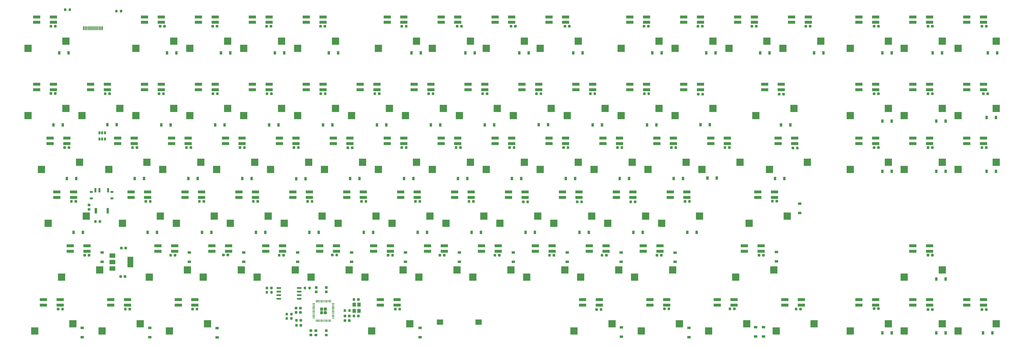
<source format=gbp>
%TF.GenerationSoftware,KiCad,Pcbnew,(5.1.2)-1*%
%TF.CreationDate,2021-11-11T01:17:37-08:00*%
%TF.ProjectId,PyKey60,50794b65-7936-4302-9e6b-696361645f70,1.1a*%
%TF.SameCoordinates,Original*%
%TF.FileFunction,Paste,Bot*%
%TF.FilePolarity,Positive*%
%FSLAX46Y46*%
G04 Gerber Fmt 4.6, Leading zero omitted, Abs format (unit mm)*
G04 Created by KiCad (PCBNEW (5.1.2)-1) date 2021-11-11 01:17:37*
%MOMM*%
%LPD*%
G04 APERTURE LIST*
%ADD10R,2.500000X1.100000*%
%ADD11R,2.550000X2.500000*%
%ADD12C,0.150000*%
%ADD13C,0.875000*%
%ADD14R,2.306599X1.956600*%
%ADD15C,0.900000*%
%ADD16R,0.900000X1.200000*%
%ADD17C,0.800000*%
%ADD18R,2.000000X1.500000*%
%ADD19R,2.000000X3.800000*%
%ADD20R,1.200000X1.400000*%
%ADD21R,0.600000X1.450000*%
%ADD22R,0.300000X1.450000*%
%ADD23R,1.200000X0.900000*%
%ADD24C,1.084435*%
%ADD25C,0.200000*%
%ADD26R,0.650000X1.060000*%
%ADD27C,0.600000*%
%ADD28R,0.700000X1.500000*%
%ADD29R,1.000000X0.800000*%
G04 APERTURE END LIST*
D10*
%TO.C,U74*%
X335187500Y-44007500D03*
X335187500Y-45907500D03*
X341087500Y-44007500D03*
X341087500Y-45907500D03*
D11*
X332122500Y-55087500D03*
X345547500Y-52547500D03*
%TD*%
D10*
%TO.C,U77*%
X397100000Y-44007500D03*
X397100000Y-45907500D03*
X403000000Y-44007500D03*
X403000000Y-45907500D03*
D11*
X394035000Y-55087500D03*
X407460000Y-52547500D03*
%TD*%
D10*
%TO.C,U80*%
X397100000Y-67820000D03*
X397100000Y-69720000D03*
X403000000Y-67820000D03*
X403000000Y-69720000D03*
D11*
X394035000Y-78900000D03*
X407460000Y-76360000D03*
%TD*%
D10*
%TO.C,U83*%
X397100000Y-86870000D03*
X397100000Y-88770000D03*
X403000000Y-86870000D03*
X403000000Y-88770000D03*
D11*
X394035000Y-97950000D03*
X407460000Y-95410000D03*
%TD*%
D10*
%TO.C,U84*%
X378050000Y-124970000D03*
X378050000Y-126870000D03*
X383950000Y-124970000D03*
X383950000Y-126870000D03*
D11*
X374985000Y-136050000D03*
X388410000Y-133510000D03*
%TD*%
D10*
%TO.C,U87*%
X397100000Y-144020000D03*
X397100000Y-145920000D03*
X403000000Y-144020000D03*
X403000000Y-145920000D03*
D11*
X394035000Y-155100000D03*
X407460000Y-152560000D03*
%TD*%
D12*
%TO.C,R8*%
G36*
X87272691Y-111636053D02*
G01*
X87293926Y-111639203D01*
X87314750Y-111644419D01*
X87334962Y-111651651D01*
X87354368Y-111660830D01*
X87372781Y-111671866D01*
X87390024Y-111684654D01*
X87405930Y-111699070D01*
X87420346Y-111714976D01*
X87433134Y-111732219D01*
X87444170Y-111750632D01*
X87453349Y-111770038D01*
X87460581Y-111790250D01*
X87465797Y-111811074D01*
X87468947Y-111832309D01*
X87470000Y-111853750D01*
X87470000Y-112291250D01*
X87468947Y-112312691D01*
X87465797Y-112333926D01*
X87460581Y-112354750D01*
X87453349Y-112374962D01*
X87444170Y-112394368D01*
X87433134Y-112412781D01*
X87420346Y-112430024D01*
X87405930Y-112445930D01*
X87390024Y-112460346D01*
X87372781Y-112473134D01*
X87354368Y-112484170D01*
X87334962Y-112493349D01*
X87314750Y-112500581D01*
X87293926Y-112505797D01*
X87272691Y-112508947D01*
X87251250Y-112510000D01*
X86738750Y-112510000D01*
X86717309Y-112508947D01*
X86696074Y-112505797D01*
X86675250Y-112500581D01*
X86655038Y-112493349D01*
X86635632Y-112484170D01*
X86617219Y-112473134D01*
X86599976Y-112460346D01*
X86584070Y-112445930D01*
X86569654Y-112430024D01*
X86556866Y-112412781D01*
X86545830Y-112394368D01*
X86536651Y-112374962D01*
X86529419Y-112354750D01*
X86524203Y-112333926D01*
X86521053Y-112312691D01*
X86520000Y-112291250D01*
X86520000Y-111853750D01*
X86521053Y-111832309D01*
X86524203Y-111811074D01*
X86529419Y-111790250D01*
X86536651Y-111770038D01*
X86545830Y-111750632D01*
X86556866Y-111732219D01*
X86569654Y-111714976D01*
X86584070Y-111699070D01*
X86599976Y-111684654D01*
X86617219Y-111671866D01*
X86635632Y-111660830D01*
X86655038Y-111651651D01*
X86675250Y-111644419D01*
X86696074Y-111639203D01*
X86717309Y-111636053D01*
X86738750Y-111635000D01*
X87251250Y-111635000D01*
X87272691Y-111636053D01*
X87272691Y-111636053D01*
G37*
D13*
X86995000Y-112072500D03*
D12*
G36*
X87272691Y-110061053D02*
G01*
X87293926Y-110064203D01*
X87314750Y-110069419D01*
X87334962Y-110076651D01*
X87354368Y-110085830D01*
X87372781Y-110096866D01*
X87390024Y-110109654D01*
X87405930Y-110124070D01*
X87420346Y-110139976D01*
X87433134Y-110157219D01*
X87444170Y-110175632D01*
X87453349Y-110195038D01*
X87460581Y-110215250D01*
X87465797Y-110236074D01*
X87468947Y-110257309D01*
X87470000Y-110278750D01*
X87470000Y-110716250D01*
X87468947Y-110737691D01*
X87465797Y-110758926D01*
X87460581Y-110779750D01*
X87453349Y-110799962D01*
X87444170Y-110819368D01*
X87433134Y-110837781D01*
X87420346Y-110855024D01*
X87405930Y-110870930D01*
X87390024Y-110885346D01*
X87372781Y-110898134D01*
X87354368Y-110909170D01*
X87334962Y-110918349D01*
X87314750Y-110925581D01*
X87293926Y-110930797D01*
X87272691Y-110933947D01*
X87251250Y-110935000D01*
X86738750Y-110935000D01*
X86717309Y-110933947D01*
X86696074Y-110930797D01*
X86675250Y-110925581D01*
X86655038Y-110918349D01*
X86635632Y-110909170D01*
X86617219Y-110898134D01*
X86599976Y-110885346D01*
X86584070Y-110870930D01*
X86569654Y-110855024D01*
X86556866Y-110837781D01*
X86545830Y-110819368D01*
X86536651Y-110799962D01*
X86529419Y-110779750D01*
X86524203Y-110758926D01*
X86521053Y-110737691D01*
X86520000Y-110716250D01*
X86520000Y-110278750D01*
X86521053Y-110257309D01*
X86524203Y-110236074D01*
X86529419Y-110215250D01*
X86536651Y-110195038D01*
X86545830Y-110175632D01*
X86556866Y-110157219D01*
X86569654Y-110139976D01*
X86584070Y-110124070D01*
X86599976Y-110109654D01*
X86617219Y-110096866D01*
X86635632Y-110085830D01*
X86655038Y-110076651D01*
X86675250Y-110069419D01*
X86696074Y-110064203D01*
X86717309Y-110061053D01*
X86738750Y-110060000D01*
X87251250Y-110060000D01*
X87272691Y-110061053D01*
X87272691Y-110061053D01*
G37*
D13*
X86995000Y-110497500D03*
%TD*%
D12*
%TO.C,D101*%
G36*
X89487691Y-115891053D02*
G01*
X89508926Y-115894203D01*
X89529750Y-115899419D01*
X89549962Y-115906651D01*
X89569368Y-115915830D01*
X89587781Y-115926866D01*
X89605024Y-115939654D01*
X89620930Y-115954070D01*
X89635346Y-115969976D01*
X89648134Y-115987219D01*
X89659170Y-116005632D01*
X89668349Y-116025038D01*
X89675581Y-116045250D01*
X89680797Y-116066074D01*
X89683947Y-116087309D01*
X89685000Y-116108750D01*
X89685000Y-116621250D01*
X89683947Y-116642691D01*
X89680797Y-116663926D01*
X89675581Y-116684750D01*
X89668349Y-116704962D01*
X89659170Y-116724368D01*
X89648134Y-116742781D01*
X89635346Y-116760024D01*
X89620930Y-116775930D01*
X89605024Y-116790346D01*
X89587781Y-116803134D01*
X89569368Y-116814170D01*
X89549962Y-116823349D01*
X89529750Y-116830581D01*
X89508926Y-116835797D01*
X89487691Y-116838947D01*
X89466250Y-116840000D01*
X89028750Y-116840000D01*
X89007309Y-116838947D01*
X88986074Y-116835797D01*
X88965250Y-116830581D01*
X88945038Y-116823349D01*
X88925632Y-116814170D01*
X88907219Y-116803134D01*
X88889976Y-116790346D01*
X88874070Y-116775930D01*
X88859654Y-116760024D01*
X88846866Y-116742781D01*
X88835830Y-116724368D01*
X88826651Y-116704962D01*
X88819419Y-116684750D01*
X88814203Y-116663926D01*
X88811053Y-116642691D01*
X88810000Y-116621250D01*
X88810000Y-116108750D01*
X88811053Y-116087309D01*
X88814203Y-116066074D01*
X88819419Y-116045250D01*
X88826651Y-116025038D01*
X88835830Y-116005632D01*
X88846866Y-115987219D01*
X88859654Y-115969976D01*
X88874070Y-115954070D01*
X88889976Y-115939654D01*
X88907219Y-115926866D01*
X88925632Y-115915830D01*
X88945038Y-115906651D01*
X88965250Y-115899419D01*
X88986074Y-115894203D01*
X89007309Y-115891053D01*
X89028750Y-115890000D01*
X89466250Y-115890000D01*
X89487691Y-115891053D01*
X89487691Y-115891053D01*
G37*
D13*
X89247500Y-116365000D03*
D12*
G36*
X91062691Y-115891053D02*
G01*
X91083926Y-115894203D01*
X91104750Y-115899419D01*
X91124962Y-115906651D01*
X91144368Y-115915830D01*
X91162781Y-115926866D01*
X91180024Y-115939654D01*
X91195930Y-115954070D01*
X91210346Y-115969976D01*
X91223134Y-115987219D01*
X91234170Y-116005632D01*
X91243349Y-116025038D01*
X91250581Y-116045250D01*
X91255797Y-116066074D01*
X91258947Y-116087309D01*
X91260000Y-116108750D01*
X91260000Y-116621250D01*
X91258947Y-116642691D01*
X91255797Y-116663926D01*
X91250581Y-116684750D01*
X91243349Y-116704962D01*
X91234170Y-116724368D01*
X91223134Y-116742781D01*
X91210346Y-116760024D01*
X91195930Y-116775930D01*
X91180024Y-116790346D01*
X91162781Y-116803134D01*
X91144368Y-116814170D01*
X91124962Y-116823349D01*
X91104750Y-116830581D01*
X91083926Y-116835797D01*
X91062691Y-116838947D01*
X91041250Y-116840000D01*
X90603750Y-116840000D01*
X90582309Y-116838947D01*
X90561074Y-116835797D01*
X90540250Y-116830581D01*
X90520038Y-116823349D01*
X90500632Y-116814170D01*
X90482219Y-116803134D01*
X90464976Y-116790346D01*
X90449070Y-116775930D01*
X90434654Y-116760024D01*
X90421866Y-116742781D01*
X90410830Y-116724368D01*
X90401651Y-116704962D01*
X90394419Y-116684750D01*
X90389203Y-116663926D01*
X90386053Y-116642691D01*
X90385000Y-116621250D01*
X90385000Y-116108750D01*
X90386053Y-116087309D01*
X90389203Y-116066074D01*
X90394419Y-116045250D01*
X90401651Y-116025038D01*
X90410830Y-116005632D01*
X90421866Y-115987219D01*
X90434654Y-115969976D01*
X90449070Y-115954070D01*
X90464976Y-115939654D01*
X90482219Y-115926866D01*
X90500632Y-115915830D01*
X90520038Y-115906651D01*
X90540250Y-115899419D01*
X90561074Y-115894203D01*
X90582309Y-115891053D01*
X90603750Y-115890000D01*
X91041250Y-115890000D01*
X91062691Y-115891053D01*
X91062691Y-115891053D01*
G37*
D13*
X90822500Y-116365000D03*
%TD*%
D14*
%TO.C,LS1*%
X211012900Y-151925000D03*
X224597100Y-151925000D03*
%TD*%
D10*
%TO.C,U42*%
X80362000Y-124970000D03*
X80362000Y-126870000D03*
X86262000Y-124970000D03*
X86262000Y-126870000D03*
D11*
X77297000Y-136050000D03*
X90722000Y-133510000D03*
%TD*%
D10*
%TO.C,U1*%
X68487500Y-67820000D03*
X68487500Y-69720000D03*
X74387500Y-67820000D03*
X74387500Y-69720000D03*
D11*
X65422500Y-78900000D03*
X78847500Y-76360000D03*
%TD*%
D10*
%TO.C,U2*%
X87537500Y-67820000D03*
X87537500Y-69720000D03*
X93437500Y-67820000D03*
X93437500Y-69720000D03*
D11*
X84472500Y-78900000D03*
X97897500Y-76360000D03*
%TD*%
D10*
%TO.C,U3*%
X106588000Y-67820000D03*
X106588000Y-69720000D03*
X112488000Y-67820000D03*
X112488000Y-69720000D03*
D11*
X103523000Y-78900000D03*
X116948000Y-76360000D03*
%TD*%
D10*
%TO.C,U4*%
X125638000Y-67820000D03*
X125638000Y-69720000D03*
X131538000Y-67820000D03*
X131538000Y-69720000D03*
D11*
X122573000Y-78900000D03*
X135998000Y-76360000D03*
%TD*%
D10*
%TO.C,U5*%
X144688000Y-67820000D03*
X144688000Y-69720000D03*
X150588000Y-67820000D03*
X150588000Y-69720000D03*
D11*
X141623000Y-78900000D03*
X155048000Y-76360000D03*
%TD*%
D10*
%TO.C,U6*%
X163738000Y-67820000D03*
X163738000Y-69720000D03*
X169638000Y-67820000D03*
X169638000Y-69720000D03*
D11*
X160673000Y-78900000D03*
X174098000Y-76360000D03*
%TD*%
D10*
%TO.C,U8*%
X201838000Y-67820000D03*
X201838000Y-69720000D03*
X207738000Y-67820000D03*
X207738000Y-69720000D03*
D11*
X198773000Y-78900000D03*
X212198000Y-76360000D03*
%TD*%
D10*
%TO.C,U9*%
X220888000Y-67820000D03*
X220888000Y-69720000D03*
X226788000Y-67820000D03*
X226788000Y-69720000D03*
D11*
X217823000Y-78900000D03*
X231248000Y-76360000D03*
%TD*%
D10*
%TO.C,U10*%
X239938000Y-67820000D03*
X239938000Y-69720000D03*
X245838000Y-67820000D03*
X245838000Y-69720000D03*
D11*
X236873000Y-78900000D03*
X250298000Y-76360000D03*
%TD*%
D10*
%TO.C,U11*%
X258988000Y-67820000D03*
X258988000Y-69720000D03*
X264888000Y-67820000D03*
X264888000Y-69720000D03*
D11*
X255923000Y-78900000D03*
X269348000Y-76360000D03*
%TD*%
D10*
%TO.C,U12*%
X278038000Y-67820000D03*
X278038000Y-69720000D03*
X283938000Y-67820000D03*
X283938000Y-69720000D03*
D11*
X274973000Y-78900000D03*
X288398000Y-76360000D03*
%TD*%
D10*
%TO.C,U13*%
X297088000Y-67820000D03*
X297088000Y-69720000D03*
X302988000Y-67820000D03*
X302988000Y-69720000D03*
D11*
X294023000Y-78900000D03*
X307448000Y-76360000D03*
%TD*%
D10*
%TO.C,U16*%
X97062000Y-86870000D03*
X97062000Y-88770000D03*
X102962000Y-86870000D03*
X102962000Y-88770000D03*
D11*
X93997000Y-97950000D03*
X107422000Y-95410000D03*
%TD*%
D10*
%TO.C,U17*%
X116112000Y-86870000D03*
X116112000Y-88770000D03*
X122012000Y-86870000D03*
X122012000Y-88770000D03*
D11*
X113047000Y-97950000D03*
X126472000Y-95410000D03*
%TD*%
D10*
%TO.C,U18*%
X135162000Y-86870000D03*
X135162000Y-88770000D03*
X141062000Y-86870000D03*
X141062000Y-88770000D03*
D11*
X132097000Y-97950000D03*
X145522000Y-95410000D03*
%TD*%
D10*
%TO.C,U19*%
X154212000Y-86870000D03*
X154212000Y-88770000D03*
X160112000Y-86870000D03*
X160112000Y-88770000D03*
D11*
X151147000Y-97950000D03*
X164572000Y-95410000D03*
%TD*%
D10*
%TO.C,U20*%
X173262000Y-86870000D03*
X173262000Y-88770000D03*
X179162000Y-86870000D03*
X179162000Y-88770000D03*
D11*
X170197000Y-97950000D03*
X183622000Y-95410000D03*
%TD*%
D10*
%TO.C,U21*%
X192312000Y-86870000D03*
X192312000Y-88770000D03*
X198212000Y-86870000D03*
X198212000Y-88770000D03*
D11*
X189247000Y-97950000D03*
X202672000Y-95410000D03*
%TD*%
D10*
%TO.C,U22*%
X211362000Y-86870000D03*
X211362000Y-88770000D03*
X217262000Y-86870000D03*
X217262000Y-88770000D03*
D11*
X208297000Y-97950000D03*
X221722000Y-95410000D03*
%TD*%
D10*
%TO.C,U23*%
X230412000Y-86870000D03*
X230412000Y-88770000D03*
X236312000Y-86870000D03*
X236312000Y-88770000D03*
D11*
X227347000Y-97950000D03*
X240772000Y-95410000D03*
%TD*%
D10*
%TO.C,U24*%
X249462000Y-86870000D03*
X249462000Y-88770000D03*
X255362000Y-86870000D03*
X255362000Y-88770000D03*
D11*
X246397000Y-97950000D03*
X259822000Y-95410000D03*
%TD*%
D10*
%TO.C,U25*%
X268512000Y-86870000D03*
X268512000Y-88770000D03*
X274412000Y-86870000D03*
X274412000Y-88770000D03*
D11*
X265447000Y-97950000D03*
X278872000Y-95410000D03*
%TD*%
D10*
%TO.C,U26*%
X287562000Y-86870000D03*
X287562000Y-88770000D03*
X293462000Y-86870000D03*
X293462000Y-88770000D03*
D11*
X284497000Y-97950000D03*
X297922000Y-95410000D03*
%TD*%
D10*
%TO.C,U27*%
X306612000Y-86870000D03*
X306612000Y-88770000D03*
X312512000Y-86870000D03*
X312512000Y-88770000D03*
D11*
X303547000Y-97950000D03*
X316972000Y-95410000D03*
%TD*%
D10*
%TO.C,U30*%
X101825000Y-105920000D03*
X101825000Y-107820000D03*
X107725000Y-105920000D03*
X107725000Y-107820000D03*
D11*
X98760000Y-117000000D03*
X112185000Y-114460000D03*
%TD*%
D10*
%TO.C,U31*%
X120875000Y-105920000D03*
X120875000Y-107820000D03*
X126775000Y-105920000D03*
X126775000Y-107820000D03*
D11*
X117810000Y-117000000D03*
X131235000Y-114460000D03*
%TD*%
D10*
%TO.C,U32*%
X139925000Y-105920000D03*
X139925000Y-107820000D03*
X145825000Y-105920000D03*
X145825000Y-107820000D03*
D11*
X136860000Y-117000000D03*
X150285000Y-114460000D03*
%TD*%
D10*
%TO.C,U33*%
X158975000Y-105920000D03*
X158975000Y-107820000D03*
X164875000Y-105920000D03*
X164875000Y-107820000D03*
D11*
X155910000Y-117000000D03*
X169335000Y-114460000D03*
%TD*%
D10*
%TO.C,U34*%
X178025000Y-105920000D03*
X178025000Y-107820000D03*
X183925000Y-105920000D03*
X183925000Y-107820000D03*
D11*
X174960000Y-117000000D03*
X188385000Y-114460000D03*
%TD*%
D10*
%TO.C,U35*%
X197075000Y-105920000D03*
X197075000Y-107820000D03*
X202975000Y-105920000D03*
X202975000Y-107820000D03*
D11*
X194010000Y-117000000D03*
X207435000Y-114460000D03*
%TD*%
D10*
%TO.C,U36*%
X216125000Y-105920000D03*
X216125000Y-107820000D03*
X222025000Y-105920000D03*
X222025000Y-107820000D03*
D11*
X213060000Y-117000000D03*
X226485000Y-114460000D03*
%TD*%
D10*
%TO.C,U37*%
X235175000Y-105920000D03*
X235175000Y-107820000D03*
X241075000Y-105920000D03*
X241075000Y-107820000D03*
D11*
X232110000Y-117000000D03*
X245535000Y-114460000D03*
%TD*%
D10*
%TO.C,U38*%
X254225000Y-105920000D03*
X254225000Y-107820000D03*
X260125000Y-105920000D03*
X260125000Y-107820000D03*
D11*
X251160000Y-117000000D03*
X264585000Y-114460000D03*
%TD*%
D10*
%TO.C,U39*%
X273275000Y-105920000D03*
X273275000Y-107820000D03*
X279175000Y-105920000D03*
X279175000Y-107820000D03*
D11*
X270210000Y-117000000D03*
X283635000Y-114460000D03*
%TD*%
D10*
%TO.C,U40*%
X292325000Y-105920000D03*
X292325000Y-107820000D03*
X298225000Y-105920000D03*
X298225000Y-107820000D03*
D11*
X289260000Y-117000000D03*
X302685000Y-114460000D03*
%TD*%
D10*
%TO.C,U43*%
X111350000Y-124970000D03*
X111350000Y-126870000D03*
X117250000Y-124970000D03*
X117250000Y-126870000D03*
D11*
X108285000Y-136050000D03*
X121710000Y-133510000D03*
%TD*%
D10*
%TO.C,U44*%
X130400000Y-124970000D03*
X130400000Y-126870000D03*
X136300000Y-124970000D03*
X136300000Y-126870000D03*
D11*
X127335000Y-136050000D03*
X140760000Y-133510000D03*
%TD*%
D10*
%TO.C,U45*%
X149450000Y-124970000D03*
X149450000Y-126870000D03*
X155350000Y-124970000D03*
X155350000Y-126870000D03*
D11*
X146385000Y-136050000D03*
X159810000Y-133510000D03*
%TD*%
D10*
%TO.C,U46*%
X168500000Y-124970000D03*
X168500000Y-126870000D03*
X174400000Y-124970000D03*
X174400000Y-126870000D03*
D11*
X165435000Y-136050000D03*
X178860000Y-133510000D03*
%TD*%
D10*
%TO.C,U47*%
X187550000Y-124970000D03*
X187550000Y-126870000D03*
X193450000Y-124970000D03*
X193450000Y-126870000D03*
D11*
X184485000Y-136050000D03*
X197910000Y-133510000D03*
%TD*%
D10*
%TO.C,U48*%
X206600000Y-124970000D03*
X206600000Y-126870000D03*
X212500000Y-124970000D03*
X212500000Y-126870000D03*
D11*
X203535000Y-136050000D03*
X216960000Y-133510000D03*
%TD*%
D10*
%TO.C,U49*%
X225650000Y-124970000D03*
X225650000Y-126870000D03*
X231550000Y-124970000D03*
X231550000Y-126870000D03*
D11*
X222585000Y-136050000D03*
X236010000Y-133510000D03*
%TD*%
D10*
%TO.C,U50*%
X244700000Y-124970000D03*
X244700000Y-126870000D03*
X250600000Y-124970000D03*
X250600000Y-126870000D03*
D11*
X241635000Y-136050000D03*
X255060000Y-133510000D03*
%TD*%
D10*
%TO.C,U51*%
X263750000Y-124970000D03*
X263750000Y-126870000D03*
X269650000Y-124970000D03*
X269650000Y-126870000D03*
D11*
X260685000Y-136050000D03*
X274110000Y-133510000D03*
%TD*%
D10*
%TO.C,U52*%
X282800000Y-124970000D03*
X282800000Y-126870000D03*
X288700000Y-124970000D03*
X288700000Y-126870000D03*
D11*
X279735000Y-136050000D03*
X293160000Y-133510000D03*
%TD*%
D10*
%TO.C,U62*%
X68487500Y-44007500D03*
X68487500Y-45907500D03*
X74387500Y-44007500D03*
X74387500Y-45907500D03*
D11*
X65422500Y-55087500D03*
X78847500Y-52547500D03*
%TD*%
%TO.C,U63*%
X116947500Y-52547500D03*
X103522500Y-55087500D03*
D10*
X112487500Y-45907500D03*
X112487500Y-44007500D03*
X106587500Y-45907500D03*
X106587500Y-44007500D03*
%TD*%
%TO.C,U64*%
X125637500Y-44007500D03*
X125637500Y-45907500D03*
X131537500Y-44007500D03*
X131537500Y-45907500D03*
D11*
X122572500Y-55087500D03*
X135997500Y-52547500D03*
%TD*%
D10*
%TO.C,U65*%
X144687500Y-44007500D03*
X144687500Y-45907500D03*
X150587500Y-44007500D03*
X150587500Y-45907500D03*
D11*
X141622500Y-55087500D03*
X155047500Y-52547500D03*
%TD*%
D10*
%TO.C,U66*%
X163737500Y-44007500D03*
X163737500Y-45907500D03*
X169637500Y-44007500D03*
X169637500Y-45907500D03*
D11*
X160672500Y-55087500D03*
X174097500Y-52547500D03*
%TD*%
D10*
%TO.C,U67*%
X192312500Y-44007500D03*
X192312500Y-45907500D03*
X198212500Y-44007500D03*
X198212500Y-45907500D03*
D11*
X189247500Y-55087500D03*
X202672500Y-52547500D03*
%TD*%
D10*
%TO.C,U68*%
X211362500Y-44007500D03*
X211362500Y-45907500D03*
X217262500Y-44007500D03*
X217262500Y-45907500D03*
D11*
X208297500Y-55087500D03*
X221722500Y-52547500D03*
%TD*%
D10*
%TO.C,U69*%
X230412500Y-44007500D03*
X230412500Y-45907500D03*
X236312500Y-44007500D03*
X236312500Y-45907500D03*
D11*
X227347500Y-55087500D03*
X240772500Y-52547500D03*
%TD*%
D10*
%TO.C,U70*%
X249462500Y-44007500D03*
X249462500Y-45907500D03*
X255362500Y-44007500D03*
X255362500Y-45907500D03*
D11*
X246397500Y-55087500D03*
X259822500Y-52547500D03*
%TD*%
D10*
%TO.C,U71*%
X278037500Y-44007500D03*
X278037500Y-45907500D03*
X283937500Y-44007500D03*
X283937500Y-45907500D03*
D11*
X274972500Y-55087500D03*
X288397500Y-52547500D03*
%TD*%
D10*
%TO.C,U72*%
X297087500Y-44007500D03*
X297087500Y-45907500D03*
X302987500Y-44007500D03*
X302987500Y-45907500D03*
D11*
X294022500Y-55087500D03*
X307447500Y-52547500D03*
%TD*%
D10*
%TO.C,U73*%
X316137500Y-44007500D03*
X316137500Y-45907500D03*
X322037500Y-44007500D03*
X322037500Y-45907500D03*
D11*
X313072500Y-55087500D03*
X326497500Y-52547500D03*
%TD*%
D10*
%TO.C,U75*%
X359000000Y-44007500D03*
X359000000Y-45907500D03*
X364900000Y-44007500D03*
X364900000Y-45907500D03*
D11*
X355935000Y-55087500D03*
X369360000Y-52547500D03*
%TD*%
D10*
%TO.C,U78*%
X359000000Y-67820000D03*
X359000000Y-69720000D03*
X364900000Y-67820000D03*
X364900000Y-69720000D03*
D11*
X355935000Y-78900000D03*
X369360000Y-76360000D03*
%TD*%
D10*
%TO.C,U81*%
X359000000Y-86870000D03*
X359000000Y-88770000D03*
X364900000Y-86870000D03*
X364900000Y-88770000D03*
D11*
X355935000Y-97950000D03*
X369360000Y-95410000D03*
%TD*%
D10*
%TO.C,U85*%
X359000000Y-144020000D03*
X359000000Y-145920000D03*
X364900000Y-144020000D03*
X364900000Y-145920000D03*
D11*
X355935000Y-155100000D03*
X369360000Y-152560000D03*
%TD*%
D10*
%TO.C,U76*%
X378050000Y-44007500D03*
X378050000Y-45907500D03*
X383950000Y-44007500D03*
X383950000Y-45907500D03*
D11*
X374985000Y-55087500D03*
X388410000Y-52547500D03*
%TD*%
D10*
%TO.C,U79*%
X378050000Y-67820000D03*
X378050000Y-69720000D03*
X383950000Y-67820000D03*
X383950000Y-69720000D03*
D11*
X374985000Y-78900000D03*
X388410000Y-76360000D03*
%TD*%
D10*
%TO.C,U82*%
X378050000Y-86870000D03*
X378050000Y-88770000D03*
X383950000Y-86870000D03*
X383950000Y-88770000D03*
D11*
X374985000Y-97950000D03*
X388410000Y-95410000D03*
%TD*%
D10*
%TO.C,U7*%
X182788000Y-67820000D03*
X182788000Y-69720000D03*
X188688000Y-67820000D03*
X188688000Y-69720000D03*
D11*
X179723000Y-78900000D03*
X193148000Y-76360000D03*
%TD*%
D10*
%TO.C,U86*%
X378050000Y-144020000D03*
X378050000Y-145920000D03*
X383950000Y-144020000D03*
X383950000Y-145920000D03*
D11*
X374985000Y-155100000D03*
X388410000Y-152560000D03*
%TD*%
D12*
%TO.C,C9*%
G36*
X226294554Y-70679083D02*
G01*
X226316395Y-70682323D01*
X226337814Y-70687688D01*
X226358604Y-70695127D01*
X226378564Y-70704568D01*
X226397503Y-70715919D01*
X226415238Y-70729073D01*
X226431599Y-70743901D01*
X226446427Y-70760262D01*
X226459581Y-70777997D01*
X226470932Y-70796936D01*
X226480373Y-70816896D01*
X226487812Y-70837686D01*
X226493177Y-70859105D01*
X226496417Y-70880946D01*
X226497500Y-70903000D01*
X226497500Y-71403000D01*
X226496417Y-71425054D01*
X226493177Y-71446895D01*
X226487812Y-71468314D01*
X226480373Y-71489104D01*
X226470932Y-71509064D01*
X226459581Y-71528003D01*
X226446427Y-71545738D01*
X226431599Y-71562099D01*
X226415238Y-71576927D01*
X226397503Y-71590081D01*
X226378564Y-71601432D01*
X226358604Y-71610873D01*
X226337814Y-71618312D01*
X226316395Y-71623677D01*
X226294554Y-71626917D01*
X226272500Y-71628000D01*
X225822500Y-71628000D01*
X225800446Y-71626917D01*
X225778605Y-71623677D01*
X225757186Y-71618312D01*
X225736396Y-71610873D01*
X225716436Y-71601432D01*
X225697497Y-71590081D01*
X225679762Y-71576927D01*
X225663401Y-71562099D01*
X225648573Y-71545738D01*
X225635419Y-71528003D01*
X225624068Y-71509064D01*
X225614627Y-71489104D01*
X225607188Y-71468314D01*
X225601823Y-71446895D01*
X225598583Y-71425054D01*
X225597500Y-71403000D01*
X225597500Y-70903000D01*
X225598583Y-70880946D01*
X225601823Y-70859105D01*
X225607188Y-70837686D01*
X225614627Y-70816896D01*
X225624068Y-70796936D01*
X225635419Y-70777997D01*
X225648573Y-70760262D01*
X225663401Y-70743901D01*
X225679762Y-70729073D01*
X225697497Y-70715919D01*
X225716436Y-70704568D01*
X225736396Y-70695127D01*
X225757186Y-70687688D01*
X225778605Y-70682323D01*
X225800446Y-70679083D01*
X225822500Y-70678000D01*
X226272500Y-70678000D01*
X226294554Y-70679083D01*
X226294554Y-70679083D01*
G37*
D15*
X226047500Y-71153000D03*
D12*
G36*
X227869554Y-70679083D02*
G01*
X227891395Y-70682323D01*
X227912814Y-70687688D01*
X227933604Y-70695127D01*
X227953564Y-70704568D01*
X227972503Y-70715919D01*
X227990238Y-70729073D01*
X228006599Y-70743901D01*
X228021427Y-70760262D01*
X228034581Y-70777997D01*
X228045932Y-70796936D01*
X228055373Y-70816896D01*
X228062812Y-70837686D01*
X228068177Y-70859105D01*
X228071417Y-70880946D01*
X228072500Y-70903000D01*
X228072500Y-71403000D01*
X228071417Y-71425054D01*
X228068177Y-71446895D01*
X228062812Y-71468314D01*
X228055373Y-71489104D01*
X228045932Y-71509064D01*
X228034581Y-71528003D01*
X228021427Y-71545738D01*
X228006599Y-71562099D01*
X227990238Y-71576927D01*
X227972503Y-71590081D01*
X227953564Y-71601432D01*
X227933604Y-71610873D01*
X227912814Y-71618312D01*
X227891395Y-71623677D01*
X227869554Y-71626917D01*
X227847500Y-71628000D01*
X227397500Y-71628000D01*
X227375446Y-71626917D01*
X227353605Y-71623677D01*
X227332186Y-71618312D01*
X227311396Y-71610873D01*
X227291436Y-71601432D01*
X227272497Y-71590081D01*
X227254762Y-71576927D01*
X227238401Y-71562099D01*
X227223573Y-71545738D01*
X227210419Y-71528003D01*
X227199068Y-71509064D01*
X227189627Y-71489104D01*
X227182188Y-71468314D01*
X227176823Y-71446895D01*
X227173583Y-71425054D01*
X227172500Y-71403000D01*
X227172500Y-70903000D01*
X227173583Y-70880946D01*
X227176823Y-70859105D01*
X227182188Y-70837686D01*
X227189627Y-70816896D01*
X227199068Y-70796936D01*
X227210419Y-70777997D01*
X227223573Y-70760262D01*
X227238401Y-70743901D01*
X227254762Y-70729073D01*
X227272497Y-70715919D01*
X227291436Y-70704568D01*
X227311396Y-70695127D01*
X227332186Y-70687688D01*
X227353605Y-70682323D01*
X227375446Y-70679083D01*
X227397500Y-70678000D01*
X227847500Y-70678000D01*
X227869554Y-70679083D01*
X227869554Y-70679083D01*
G37*
D15*
X227622500Y-71153000D03*
%TD*%
D12*
%TO.C,C87*%
G36*
X404247054Y-147041083D02*
G01*
X404268895Y-147044323D01*
X404290314Y-147049688D01*
X404311104Y-147057127D01*
X404331064Y-147066568D01*
X404350003Y-147077919D01*
X404367738Y-147091073D01*
X404384099Y-147105901D01*
X404398927Y-147122262D01*
X404412081Y-147139997D01*
X404423432Y-147158936D01*
X404432873Y-147178896D01*
X404440312Y-147199686D01*
X404445677Y-147221105D01*
X404448917Y-147242946D01*
X404450000Y-147265000D01*
X404450000Y-147765000D01*
X404448917Y-147787054D01*
X404445677Y-147808895D01*
X404440312Y-147830314D01*
X404432873Y-147851104D01*
X404423432Y-147871064D01*
X404412081Y-147890003D01*
X404398927Y-147907738D01*
X404384099Y-147924099D01*
X404367738Y-147938927D01*
X404350003Y-147952081D01*
X404331064Y-147963432D01*
X404311104Y-147972873D01*
X404290314Y-147980312D01*
X404268895Y-147985677D01*
X404247054Y-147988917D01*
X404225000Y-147990000D01*
X403775000Y-147990000D01*
X403752946Y-147988917D01*
X403731105Y-147985677D01*
X403709686Y-147980312D01*
X403688896Y-147972873D01*
X403668936Y-147963432D01*
X403649997Y-147952081D01*
X403632262Y-147938927D01*
X403615901Y-147924099D01*
X403601073Y-147907738D01*
X403587919Y-147890003D01*
X403576568Y-147871064D01*
X403567127Y-147851104D01*
X403559688Y-147830314D01*
X403554323Y-147808895D01*
X403551083Y-147787054D01*
X403550000Y-147765000D01*
X403550000Y-147265000D01*
X403551083Y-147242946D01*
X403554323Y-147221105D01*
X403559688Y-147199686D01*
X403567127Y-147178896D01*
X403576568Y-147158936D01*
X403587919Y-147139997D01*
X403601073Y-147122262D01*
X403615901Y-147105901D01*
X403632262Y-147091073D01*
X403649997Y-147077919D01*
X403668936Y-147066568D01*
X403688896Y-147057127D01*
X403709686Y-147049688D01*
X403731105Y-147044323D01*
X403752946Y-147041083D01*
X403775000Y-147040000D01*
X404225000Y-147040000D01*
X404247054Y-147041083D01*
X404247054Y-147041083D01*
G37*
D15*
X404000000Y-147515000D03*
D12*
G36*
X402697054Y-147041083D02*
G01*
X402718895Y-147044323D01*
X402740314Y-147049688D01*
X402761104Y-147057127D01*
X402781064Y-147066568D01*
X402800003Y-147077919D01*
X402817738Y-147091073D01*
X402834099Y-147105901D01*
X402848927Y-147122262D01*
X402862081Y-147139997D01*
X402873432Y-147158936D01*
X402882873Y-147178896D01*
X402890312Y-147199686D01*
X402895677Y-147221105D01*
X402898917Y-147242946D01*
X402900000Y-147265000D01*
X402900000Y-147765000D01*
X402898917Y-147787054D01*
X402895677Y-147808895D01*
X402890312Y-147830314D01*
X402882873Y-147851104D01*
X402873432Y-147871064D01*
X402862081Y-147890003D01*
X402848927Y-147907738D01*
X402834099Y-147924099D01*
X402817738Y-147938927D01*
X402800003Y-147952081D01*
X402781064Y-147963432D01*
X402761104Y-147972873D01*
X402740314Y-147980312D01*
X402718895Y-147985677D01*
X402697054Y-147988917D01*
X402675000Y-147990000D01*
X402225000Y-147990000D01*
X402202946Y-147988917D01*
X402181105Y-147985677D01*
X402159686Y-147980312D01*
X402138896Y-147972873D01*
X402118936Y-147963432D01*
X402099997Y-147952081D01*
X402082262Y-147938927D01*
X402065901Y-147924099D01*
X402051073Y-147907738D01*
X402037919Y-147890003D01*
X402026568Y-147871064D01*
X402017127Y-147851104D01*
X402009688Y-147830314D01*
X402004323Y-147808895D01*
X402001083Y-147787054D01*
X402000000Y-147765000D01*
X402000000Y-147265000D01*
X402001083Y-147242946D01*
X402004323Y-147221105D01*
X402009688Y-147199686D01*
X402017127Y-147178896D01*
X402026568Y-147158936D01*
X402037919Y-147139997D01*
X402051073Y-147122262D01*
X402065901Y-147105901D01*
X402082262Y-147091073D01*
X402099997Y-147077919D01*
X402118936Y-147066568D01*
X402138896Y-147057127D01*
X402159686Y-147049688D01*
X402181105Y-147044323D01*
X402202946Y-147041083D01*
X402225000Y-147040000D01*
X402675000Y-147040000D01*
X402697054Y-147041083D01*
X402697054Y-147041083D01*
G37*
D15*
X402450000Y-147515000D03*
%TD*%
D12*
%TO.C,C86*%
G36*
X385197054Y-147041083D02*
G01*
X385218895Y-147044323D01*
X385240314Y-147049688D01*
X385261104Y-147057127D01*
X385281064Y-147066568D01*
X385300003Y-147077919D01*
X385317738Y-147091073D01*
X385334099Y-147105901D01*
X385348927Y-147122262D01*
X385362081Y-147139997D01*
X385373432Y-147158936D01*
X385382873Y-147178896D01*
X385390312Y-147199686D01*
X385395677Y-147221105D01*
X385398917Y-147242946D01*
X385400000Y-147265000D01*
X385400000Y-147765000D01*
X385398917Y-147787054D01*
X385395677Y-147808895D01*
X385390312Y-147830314D01*
X385382873Y-147851104D01*
X385373432Y-147871064D01*
X385362081Y-147890003D01*
X385348927Y-147907738D01*
X385334099Y-147924099D01*
X385317738Y-147938927D01*
X385300003Y-147952081D01*
X385281064Y-147963432D01*
X385261104Y-147972873D01*
X385240314Y-147980312D01*
X385218895Y-147985677D01*
X385197054Y-147988917D01*
X385175000Y-147990000D01*
X384725000Y-147990000D01*
X384702946Y-147988917D01*
X384681105Y-147985677D01*
X384659686Y-147980312D01*
X384638896Y-147972873D01*
X384618936Y-147963432D01*
X384599997Y-147952081D01*
X384582262Y-147938927D01*
X384565901Y-147924099D01*
X384551073Y-147907738D01*
X384537919Y-147890003D01*
X384526568Y-147871064D01*
X384517127Y-147851104D01*
X384509688Y-147830314D01*
X384504323Y-147808895D01*
X384501083Y-147787054D01*
X384500000Y-147765000D01*
X384500000Y-147265000D01*
X384501083Y-147242946D01*
X384504323Y-147221105D01*
X384509688Y-147199686D01*
X384517127Y-147178896D01*
X384526568Y-147158936D01*
X384537919Y-147139997D01*
X384551073Y-147122262D01*
X384565901Y-147105901D01*
X384582262Y-147091073D01*
X384599997Y-147077919D01*
X384618936Y-147066568D01*
X384638896Y-147057127D01*
X384659686Y-147049688D01*
X384681105Y-147044323D01*
X384702946Y-147041083D01*
X384725000Y-147040000D01*
X385175000Y-147040000D01*
X385197054Y-147041083D01*
X385197054Y-147041083D01*
G37*
D15*
X384950000Y-147515000D03*
D12*
G36*
X383647054Y-147041083D02*
G01*
X383668895Y-147044323D01*
X383690314Y-147049688D01*
X383711104Y-147057127D01*
X383731064Y-147066568D01*
X383750003Y-147077919D01*
X383767738Y-147091073D01*
X383784099Y-147105901D01*
X383798927Y-147122262D01*
X383812081Y-147139997D01*
X383823432Y-147158936D01*
X383832873Y-147178896D01*
X383840312Y-147199686D01*
X383845677Y-147221105D01*
X383848917Y-147242946D01*
X383850000Y-147265000D01*
X383850000Y-147765000D01*
X383848917Y-147787054D01*
X383845677Y-147808895D01*
X383840312Y-147830314D01*
X383832873Y-147851104D01*
X383823432Y-147871064D01*
X383812081Y-147890003D01*
X383798927Y-147907738D01*
X383784099Y-147924099D01*
X383767738Y-147938927D01*
X383750003Y-147952081D01*
X383731064Y-147963432D01*
X383711104Y-147972873D01*
X383690314Y-147980312D01*
X383668895Y-147985677D01*
X383647054Y-147988917D01*
X383625000Y-147990000D01*
X383175000Y-147990000D01*
X383152946Y-147988917D01*
X383131105Y-147985677D01*
X383109686Y-147980312D01*
X383088896Y-147972873D01*
X383068936Y-147963432D01*
X383049997Y-147952081D01*
X383032262Y-147938927D01*
X383015901Y-147924099D01*
X383001073Y-147907738D01*
X382987919Y-147890003D01*
X382976568Y-147871064D01*
X382967127Y-147851104D01*
X382959688Y-147830314D01*
X382954323Y-147808895D01*
X382951083Y-147787054D01*
X382950000Y-147765000D01*
X382950000Y-147265000D01*
X382951083Y-147242946D01*
X382954323Y-147221105D01*
X382959688Y-147199686D01*
X382967127Y-147178896D01*
X382976568Y-147158936D01*
X382987919Y-147139997D01*
X383001073Y-147122262D01*
X383015901Y-147105901D01*
X383032262Y-147091073D01*
X383049997Y-147077919D01*
X383068936Y-147066568D01*
X383088896Y-147057127D01*
X383109686Y-147049688D01*
X383131105Y-147044323D01*
X383152946Y-147041083D01*
X383175000Y-147040000D01*
X383625000Y-147040000D01*
X383647054Y-147041083D01*
X383647054Y-147041083D01*
G37*
D15*
X383400000Y-147515000D03*
%TD*%
D12*
%TO.C,C85*%
G36*
X364597054Y-146671083D02*
G01*
X364618895Y-146674323D01*
X364640314Y-146679688D01*
X364661104Y-146687127D01*
X364681064Y-146696568D01*
X364700003Y-146707919D01*
X364717738Y-146721073D01*
X364734099Y-146735901D01*
X364748927Y-146752262D01*
X364762081Y-146769997D01*
X364773432Y-146788936D01*
X364782873Y-146808896D01*
X364790312Y-146829686D01*
X364795677Y-146851105D01*
X364798917Y-146872946D01*
X364800000Y-146895000D01*
X364800000Y-147395000D01*
X364798917Y-147417054D01*
X364795677Y-147438895D01*
X364790312Y-147460314D01*
X364782873Y-147481104D01*
X364773432Y-147501064D01*
X364762081Y-147520003D01*
X364748927Y-147537738D01*
X364734099Y-147554099D01*
X364717738Y-147568927D01*
X364700003Y-147582081D01*
X364681064Y-147593432D01*
X364661104Y-147602873D01*
X364640314Y-147610312D01*
X364618895Y-147615677D01*
X364597054Y-147618917D01*
X364575000Y-147620000D01*
X364125000Y-147620000D01*
X364102946Y-147618917D01*
X364081105Y-147615677D01*
X364059686Y-147610312D01*
X364038896Y-147602873D01*
X364018936Y-147593432D01*
X363999997Y-147582081D01*
X363982262Y-147568927D01*
X363965901Y-147554099D01*
X363951073Y-147537738D01*
X363937919Y-147520003D01*
X363926568Y-147501064D01*
X363917127Y-147481104D01*
X363909688Y-147460314D01*
X363904323Y-147438895D01*
X363901083Y-147417054D01*
X363900000Y-147395000D01*
X363900000Y-146895000D01*
X363901083Y-146872946D01*
X363904323Y-146851105D01*
X363909688Y-146829686D01*
X363917127Y-146808896D01*
X363926568Y-146788936D01*
X363937919Y-146769997D01*
X363951073Y-146752262D01*
X363965901Y-146735901D01*
X363982262Y-146721073D01*
X363999997Y-146707919D01*
X364018936Y-146696568D01*
X364038896Y-146687127D01*
X364059686Y-146679688D01*
X364081105Y-146674323D01*
X364102946Y-146671083D01*
X364125000Y-146670000D01*
X364575000Y-146670000D01*
X364597054Y-146671083D01*
X364597054Y-146671083D01*
G37*
D15*
X364350000Y-147145000D03*
D12*
G36*
X366147054Y-146671083D02*
G01*
X366168895Y-146674323D01*
X366190314Y-146679688D01*
X366211104Y-146687127D01*
X366231064Y-146696568D01*
X366250003Y-146707919D01*
X366267738Y-146721073D01*
X366284099Y-146735901D01*
X366298927Y-146752262D01*
X366312081Y-146769997D01*
X366323432Y-146788936D01*
X366332873Y-146808896D01*
X366340312Y-146829686D01*
X366345677Y-146851105D01*
X366348917Y-146872946D01*
X366350000Y-146895000D01*
X366350000Y-147395000D01*
X366348917Y-147417054D01*
X366345677Y-147438895D01*
X366340312Y-147460314D01*
X366332873Y-147481104D01*
X366323432Y-147501064D01*
X366312081Y-147520003D01*
X366298927Y-147537738D01*
X366284099Y-147554099D01*
X366267738Y-147568927D01*
X366250003Y-147582081D01*
X366231064Y-147593432D01*
X366211104Y-147602873D01*
X366190314Y-147610312D01*
X366168895Y-147615677D01*
X366147054Y-147618917D01*
X366125000Y-147620000D01*
X365675000Y-147620000D01*
X365652946Y-147618917D01*
X365631105Y-147615677D01*
X365609686Y-147610312D01*
X365588896Y-147602873D01*
X365568936Y-147593432D01*
X365549997Y-147582081D01*
X365532262Y-147568927D01*
X365515901Y-147554099D01*
X365501073Y-147537738D01*
X365487919Y-147520003D01*
X365476568Y-147501064D01*
X365467127Y-147481104D01*
X365459688Y-147460314D01*
X365454323Y-147438895D01*
X365451083Y-147417054D01*
X365450000Y-147395000D01*
X365450000Y-146895000D01*
X365451083Y-146872946D01*
X365454323Y-146851105D01*
X365459688Y-146829686D01*
X365467127Y-146808896D01*
X365476568Y-146788936D01*
X365487919Y-146769997D01*
X365501073Y-146752262D01*
X365515901Y-146735901D01*
X365532262Y-146721073D01*
X365549997Y-146707919D01*
X365568936Y-146696568D01*
X365588896Y-146687127D01*
X365609686Y-146679688D01*
X365631105Y-146674323D01*
X365652946Y-146671083D01*
X365675000Y-146670000D01*
X366125000Y-146670000D01*
X366147054Y-146671083D01*
X366147054Y-146671083D01*
G37*
D15*
X365900000Y-147145000D03*
%TD*%
D12*
%TO.C,C84*%
G36*
X383647054Y-127771083D02*
G01*
X383668895Y-127774323D01*
X383690314Y-127779688D01*
X383711104Y-127787127D01*
X383731064Y-127796568D01*
X383750003Y-127807919D01*
X383767738Y-127821073D01*
X383784099Y-127835901D01*
X383798927Y-127852262D01*
X383812081Y-127869997D01*
X383823432Y-127888936D01*
X383832873Y-127908896D01*
X383840312Y-127929686D01*
X383845677Y-127951105D01*
X383848917Y-127972946D01*
X383850000Y-127995000D01*
X383850000Y-128495000D01*
X383848917Y-128517054D01*
X383845677Y-128538895D01*
X383840312Y-128560314D01*
X383832873Y-128581104D01*
X383823432Y-128601064D01*
X383812081Y-128620003D01*
X383798927Y-128637738D01*
X383784099Y-128654099D01*
X383767738Y-128668927D01*
X383750003Y-128682081D01*
X383731064Y-128693432D01*
X383711104Y-128702873D01*
X383690314Y-128710312D01*
X383668895Y-128715677D01*
X383647054Y-128718917D01*
X383625000Y-128720000D01*
X383175000Y-128720000D01*
X383152946Y-128718917D01*
X383131105Y-128715677D01*
X383109686Y-128710312D01*
X383088896Y-128702873D01*
X383068936Y-128693432D01*
X383049997Y-128682081D01*
X383032262Y-128668927D01*
X383015901Y-128654099D01*
X383001073Y-128637738D01*
X382987919Y-128620003D01*
X382976568Y-128601064D01*
X382967127Y-128581104D01*
X382959688Y-128560314D01*
X382954323Y-128538895D01*
X382951083Y-128517054D01*
X382950000Y-128495000D01*
X382950000Y-127995000D01*
X382951083Y-127972946D01*
X382954323Y-127951105D01*
X382959688Y-127929686D01*
X382967127Y-127908896D01*
X382976568Y-127888936D01*
X382987919Y-127869997D01*
X383001073Y-127852262D01*
X383015901Y-127835901D01*
X383032262Y-127821073D01*
X383049997Y-127807919D01*
X383068936Y-127796568D01*
X383088896Y-127787127D01*
X383109686Y-127779688D01*
X383131105Y-127774323D01*
X383152946Y-127771083D01*
X383175000Y-127770000D01*
X383625000Y-127770000D01*
X383647054Y-127771083D01*
X383647054Y-127771083D01*
G37*
D15*
X383400000Y-128245000D03*
D12*
G36*
X385197054Y-127771083D02*
G01*
X385218895Y-127774323D01*
X385240314Y-127779688D01*
X385261104Y-127787127D01*
X385281064Y-127796568D01*
X385300003Y-127807919D01*
X385317738Y-127821073D01*
X385334099Y-127835901D01*
X385348927Y-127852262D01*
X385362081Y-127869997D01*
X385373432Y-127888936D01*
X385382873Y-127908896D01*
X385390312Y-127929686D01*
X385395677Y-127951105D01*
X385398917Y-127972946D01*
X385400000Y-127995000D01*
X385400000Y-128495000D01*
X385398917Y-128517054D01*
X385395677Y-128538895D01*
X385390312Y-128560314D01*
X385382873Y-128581104D01*
X385373432Y-128601064D01*
X385362081Y-128620003D01*
X385348927Y-128637738D01*
X385334099Y-128654099D01*
X385317738Y-128668927D01*
X385300003Y-128682081D01*
X385281064Y-128693432D01*
X385261104Y-128702873D01*
X385240314Y-128710312D01*
X385218895Y-128715677D01*
X385197054Y-128718917D01*
X385175000Y-128720000D01*
X384725000Y-128720000D01*
X384702946Y-128718917D01*
X384681105Y-128715677D01*
X384659686Y-128710312D01*
X384638896Y-128702873D01*
X384618936Y-128693432D01*
X384599997Y-128682081D01*
X384582262Y-128668927D01*
X384565901Y-128654099D01*
X384551073Y-128637738D01*
X384537919Y-128620003D01*
X384526568Y-128601064D01*
X384517127Y-128581104D01*
X384509688Y-128560314D01*
X384504323Y-128538895D01*
X384501083Y-128517054D01*
X384500000Y-128495000D01*
X384500000Y-127995000D01*
X384501083Y-127972946D01*
X384504323Y-127951105D01*
X384509688Y-127929686D01*
X384517127Y-127908896D01*
X384526568Y-127888936D01*
X384537919Y-127869997D01*
X384551073Y-127852262D01*
X384565901Y-127835901D01*
X384582262Y-127821073D01*
X384599997Y-127807919D01*
X384618936Y-127796568D01*
X384638896Y-127787127D01*
X384659686Y-127779688D01*
X384681105Y-127774323D01*
X384702946Y-127771083D01*
X384725000Y-127770000D01*
X385175000Y-127770000D01*
X385197054Y-127771083D01*
X385197054Y-127771083D01*
G37*
D15*
X384950000Y-128245000D03*
%TD*%
D12*
%TO.C,C82*%
G36*
X385197054Y-89741083D02*
G01*
X385218895Y-89744323D01*
X385240314Y-89749688D01*
X385261104Y-89757127D01*
X385281064Y-89766568D01*
X385300003Y-89777919D01*
X385317738Y-89791073D01*
X385334099Y-89805901D01*
X385348927Y-89822262D01*
X385362081Y-89839997D01*
X385373432Y-89858936D01*
X385382873Y-89878896D01*
X385390312Y-89899686D01*
X385395677Y-89921105D01*
X385398917Y-89942946D01*
X385400000Y-89965000D01*
X385400000Y-90465000D01*
X385398917Y-90487054D01*
X385395677Y-90508895D01*
X385390312Y-90530314D01*
X385382873Y-90551104D01*
X385373432Y-90571064D01*
X385362081Y-90590003D01*
X385348927Y-90607738D01*
X385334099Y-90624099D01*
X385317738Y-90638927D01*
X385300003Y-90652081D01*
X385281064Y-90663432D01*
X385261104Y-90672873D01*
X385240314Y-90680312D01*
X385218895Y-90685677D01*
X385197054Y-90688917D01*
X385175000Y-90690000D01*
X384725000Y-90690000D01*
X384702946Y-90688917D01*
X384681105Y-90685677D01*
X384659686Y-90680312D01*
X384638896Y-90672873D01*
X384618936Y-90663432D01*
X384599997Y-90652081D01*
X384582262Y-90638927D01*
X384565901Y-90624099D01*
X384551073Y-90607738D01*
X384537919Y-90590003D01*
X384526568Y-90571064D01*
X384517127Y-90551104D01*
X384509688Y-90530314D01*
X384504323Y-90508895D01*
X384501083Y-90487054D01*
X384500000Y-90465000D01*
X384500000Y-89965000D01*
X384501083Y-89942946D01*
X384504323Y-89921105D01*
X384509688Y-89899686D01*
X384517127Y-89878896D01*
X384526568Y-89858936D01*
X384537919Y-89839997D01*
X384551073Y-89822262D01*
X384565901Y-89805901D01*
X384582262Y-89791073D01*
X384599997Y-89777919D01*
X384618936Y-89766568D01*
X384638896Y-89757127D01*
X384659686Y-89749688D01*
X384681105Y-89744323D01*
X384702946Y-89741083D01*
X384725000Y-89740000D01*
X385175000Y-89740000D01*
X385197054Y-89741083D01*
X385197054Y-89741083D01*
G37*
D15*
X384950000Y-90215000D03*
D12*
G36*
X383647054Y-89741083D02*
G01*
X383668895Y-89744323D01*
X383690314Y-89749688D01*
X383711104Y-89757127D01*
X383731064Y-89766568D01*
X383750003Y-89777919D01*
X383767738Y-89791073D01*
X383784099Y-89805901D01*
X383798927Y-89822262D01*
X383812081Y-89839997D01*
X383823432Y-89858936D01*
X383832873Y-89878896D01*
X383840312Y-89899686D01*
X383845677Y-89921105D01*
X383848917Y-89942946D01*
X383850000Y-89965000D01*
X383850000Y-90465000D01*
X383848917Y-90487054D01*
X383845677Y-90508895D01*
X383840312Y-90530314D01*
X383832873Y-90551104D01*
X383823432Y-90571064D01*
X383812081Y-90590003D01*
X383798927Y-90607738D01*
X383784099Y-90624099D01*
X383767738Y-90638927D01*
X383750003Y-90652081D01*
X383731064Y-90663432D01*
X383711104Y-90672873D01*
X383690314Y-90680312D01*
X383668895Y-90685677D01*
X383647054Y-90688917D01*
X383625000Y-90690000D01*
X383175000Y-90690000D01*
X383152946Y-90688917D01*
X383131105Y-90685677D01*
X383109686Y-90680312D01*
X383088896Y-90672873D01*
X383068936Y-90663432D01*
X383049997Y-90652081D01*
X383032262Y-90638927D01*
X383015901Y-90624099D01*
X383001073Y-90607738D01*
X382987919Y-90590003D01*
X382976568Y-90571064D01*
X382967127Y-90551104D01*
X382959688Y-90530314D01*
X382954323Y-90508895D01*
X382951083Y-90487054D01*
X382950000Y-90465000D01*
X382950000Y-89965000D01*
X382951083Y-89942946D01*
X382954323Y-89921105D01*
X382959688Y-89899686D01*
X382967127Y-89878896D01*
X382976568Y-89858936D01*
X382987919Y-89839997D01*
X383001073Y-89822262D01*
X383015901Y-89805901D01*
X383032262Y-89791073D01*
X383049997Y-89777919D01*
X383068936Y-89766568D01*
X383088896Y-89757127D01*
X383109686Y-89749688D01*
X383131105Y-89744323D01*
X383152946Y-89741083D01*
X383175000Y-89740000D01*
X383625000Y-89740000D01*
X383647054Y-89741083D01*
X383647054Y-89741083D01*
G37*
D15*
X383400000Y-90215000D03*
%TD*%
D12*
%TO.C,C79*%
G36*
X383647054Y-70691083D02*
G01*
X383668895Y-70694323D01*
X383690314Y-70699688D01*
X383711104Y-70707127D01*
X383731064Y-70716568D01*
X383750003Y-70727919D01*
X383767738Y-70741073D01*
X383784099Y-70755901D01*
X383798927Y-70772262D01*
X383812081Y-70789997D01*
X383823432Y-70808936D01*
X383832873Y-70828896D01*
X383840312Y-70849686D01*
X383845677Y-70871105D01*
X383848917Y-70892946D01*
X383850000Y-70915000D01*
X383850000Y-71415000D01*
X383848917Y-71437054D01*
X383845677Y-71458895D01*
X383840312Y-71480314D01*
X383832873Y-71501104D01*
X383823432Y-71521064D01*
X383812081Y-71540003D01*
X383798927Y-71557738D01*
X383784099Y-71574099D01*
X383767738Y-71588927D01*
X383750003Y-71602081D01*
X383731064Y-71613432D01*
X383711104Y-71622873D01*
X383690314Y-71630312D01*
X383668895Y-71635677D01*
X383647054Y-71638917D01*
X383625000Y-71640000D01*
X383175000Y-71640000D01*
X383152946Y-71638917D01*
X383131105Y-71635677D01*
X383109686Y-71630312D01*
X383088896Y-71622873D01*
X383068936Y-71613432D01*
X383049997Y-71602081D01*
X383032262Y-71588927D01*
X383015901Y-71574099D01*
X383001073Y-71557738D01*
X382987919Y-71540003D01*
X382976568Y-71521064D01*
X382967127Y-71501104D01*
X382959688Y-71480314D01*
X382954323Y-71458895D01*
X382951083Y-71437054D01*
X382950000Y-71415000D01*
X382950000Y-70915000D01*
X382951083Y-70892946D01*
X382954323Y-70871105D01*
X382959688Y-70849686D01*
X382967127Y-70828896D01*
X382976568Y-70808936D01*
X382987919Y-70789997D01*
X383001073Y-70772262D01*
X383015901Y-70755901D01*
X383032262Y-70741073D01*
X383049997Y-70727919D01*
X383068936Y-70716568D01*
X383088896Y-70707127D01*
X383109686Y-70699688D01*
X383131105Y-70694323D01*
X383152946Y-70691083D01*
X383175000Y-70690000D01*
X383625000Y-70690000D01*
X383647054Y-70691083D01*
X383647054Y-70691083D01*
G37*
D15*
X383400000Y-71165000D03*
D12*
G36*
X385197054Y-70691083D02*
G01*
X385218895Y-70694323D01*
X385240314Y-70699688D01*
X385261104Y-70707127D01*
X385281064Y-70716568D01*
X385300003Y-70727919D01*
X385317738Y-70741073D01*
X385334099Y-70755901D01*
X385348927Y-70772262D01*
X385362081Y-70789997D01*
X385373432Y-70808936D01*
X385382873Y-70828896D01*
X385390312Y-70849686D01*
X385395677Y-70871105D01*
X385398917Y-70892946D01*
X385400000Y-70915000D01*
X385400000Y-71415000D01*
X385398917Y-71437054D01*
X385395677Y-71458895D01*
X385390312Y-71480314D01*
X385382873Y-71501104D01*
X385373432Y-71521064D01*
X385362081Y-71540003D01*
X385348927Y-71557738D01*
X385334099Y-71574099D01*
X385317738Y-71588927D01*
X385300003Y-71602081D01*
X385281064Y-71613432D01*
X385261104Y-71622873D01*
X385240314Y-71630312D01*
X385218895Y-71635677D01*
X385197054Y-71638917D01*
X385175000Y-71640000D01*
X384725000Y-71640000D01*
X384702946Y-71638917D01*
X384681105Y-71635677D01*
X384659686Y-71630312D01*
X384638896Y-71622873D01*
X384618936Y-71613432D01*
X384599997Y-71602081D01*
X384582262Y-71588927D01*
X384565901Y-71574099D01*
X384551073Y-71557738D01*
X384537919Y-71540003D01*
X384526568Y-71521064D01*
X384517127Y-71501104D01*
X384509688Y-71480314D01*
X384504323Y-71458895D01*
X384501083Y-71437054D01*
X384500000Y-71415000D01*
X384500000Y-70915000D01*
X384501083Y-70892946D01*
X384504323Y-70871105D01*
X384509688Y-70849686D01*
X384517127Y-70828896D01*
X384526568Y-70808936D01*
X384537919Y-70789997D01*
X384551073Y-70772262D01*
X384565901Y-70755901D01*
X384582262Y-70741073D01*
X384599997Y-70727919D01*
X384618936Y-70716568D01*
X384638896Y-70707127D01*
X384659686Y-70699688D01*
X384681105Y-70694323D01*
X384702946Y-70691083D01*
X384725000Y-70690000D01*
X385175000Y-70690000D01*
X385197054Y-70691083D01*
X385197054Y-70691083D01*
G37*
D15*
X384950000Y-71165000D03*
%TD*%
D12*
%TO.C,C81*%
G36*
X364597054Y-89741083D02*
G01*
X364618895Y-89744323D01*
X364640314Y-89749688D01*
X364661104Y-89757127D01*
X364681064Y-89766568D01*
X364700003Y-89777919D01*
X364717738Y-89791073D01*
X364734099Y-89805901D01*
X364748927Y-89822262D01*
X364762081Y-89839997D01*
X364773432Y-89858936D01*
X364782873Y-89878896D01*
X364790312Y-89899686D01*
X364795677Y-89921105D01*
X364798917Y-89942946D01*
X364800000Y-89965000D01*
X364800000Y-90465000D01*
X364798917Y-90487054D01*
X364795677Y-90508895D01*
X364790312Y-90530314D01*
X364782873Y-90551104D01*
X364773432Y-90571064D01*
X364762081Y-90590003D01*
X364748927Y-90607738D01*
X364734099Y-90624099D01*
X364717738Y-90638927D01*
X364700003Y-90652081D01*
X364681064Y-90663432D01*
X364661104Y-90672873D01*
X364640314Y-90680312D01*
X364618895Y-90685677D01*
X364597054Y-90688917D01*
X364575000Y-90690000D01*
X364125000Y-90690000D01*
X364102946Y-90688917D01*
X364081105Y-90685677D01*
X364059686Y-90680312D01*
X364038896Y-90672873D01*
X364018936Y-90663432D01*
X363999997Y-90652081D01*
X363982262Y-90638927D01*
X363965901Y-90624099D01*
X363951073Y-90607738D01*
X363937919Y-90590003D01*
X363926568Y-90571064D01*
X363917127Y-90551104D01*
X363909688Y-90530314D01*
X363904323Y-90508895D01*
X363901083Y-90487054D01*
X363900000Y-90465000D01*
X363900000Y-89965000D01*
X363901083Y-89942946D01*
X363904323Y-89921105D01*
X363909688Y-89899686D01*
X363917127Y-89878896D01*
X363926568Y-89858936D01*
X363937919Y-89839997D01*
X363951073Y-89822262D01*
X363965901Y-89805901D01*
X363982262Y-89791073D01*
X363999997Y-89777919D01*
X364018936Y-89766568D01*
X364038896Y-89757127D01*
X364059686Y-89749688D01*
X364081105Y-89744323D01*
X364102946Y-89741083D01*
X364125000Y-89740000D01*
X364575000Y-89740000D01*
X364597054Y-89741083D01*
X364597054Y-89741083D01*
G37*
D15*
X364350000Y-90215000D03*
D12*
G36*
X366147054Y-89741083D02*
G01*
X366168895Y-89744323D01*
X366190314Y-89749688D01*
X366211104Y-89757127D01*
X366231064Y-89766568D01*
X366250003Y-89777919D01*
X366267738Y-89791073D01*
X366284099Y-89805901D01*
X366298927Y-89822262D01*
X366312081Y-89839997D01*
X366323432Y-89858936D01*
X366332873Y-89878896D01*
X366340312Y-89899686D01*
X366345677Y-89921105D01*
X366348917Y-89942946D01*
X366350000Y-89965000D01*
X366350000Y-90465000D01*
X366348917Y-90487054D01*
X366345677Y-90508895D01*
X366340312Y-90530314D01*
X366332873Y-90551104D01*
X366323432Y-90571064D01*
X366312081Y-90590003D01*
X366298927Y-90607738D01*
X366284099Y-90624099D01*
X366267738Y-90638927D01*
X366250003Y-90652081D01*
X366231064Y-90663432D01*
X366211104Y-90672873D01*
X366190314Y-90680312D01*
X366168895Y-90685677D01*
X366147054Y-90688917D01*
X366125000Y-90690000D01*
X365675000Y-90690000D01*
X365652946Y-90688917D01*
X365631105Y-90685677D01*
X365609686Y-90680312D01*
X365588896Y-90672873D01*
X365568936Y-90663432D01*
X365549997Y-90652081D01*
X365532262Y-90638927D01*
X365515901Y-90624099D01*
X365501073Y-90607738D01*
X365487919Y-90590003D01*
X365476568Y-90571064D01*
X365467127Y-90551104D01*
X365459688Y-90530314D01*
X365454323Y-90508895D01*
X365451083Y-90487054D01*
X365450000Y-90465000D01*
X365450000Y-89965000D01*
X365451083Y-89942946D01*
X365454323Y-89921105D01*
X365459688Y-89899686D01*
X365467127Y-89878896D01*
X365476568Y-89858936D01*
X365487919Y-89839997D01*
X365501073Y-89822262D01*
X365515901Y-89805901D01*
X365532262Y-89791073D01*
X365549997Y-89777919D01*
X365568936Y-89766568D01*
X365588896Y-89757127D01*
X365609686Y-89749688D01*
X365631105Y-89744323D01*
X365652946Y-89741083D01*
X365675000Y-89740000D01*
X366125000Y-89740000D01*
X366147054Y-89741083D01*
X366147054Y-89741083D01*
G37*
D15*
X365900000Y-90215000D03*
%TD*%
D12*
%TO.C,C83*%
G36*
X404247054Y-89741083D02*
G01*
X404268895Y-89744323D01*
X404290314Y-89749688D01*
X404311104Y-89757127D01*
X404331064Y-89766568D01*
X404350003Y-89777919D01*
X404367738Y-89791073D01*
X404384099Y-89805901D01*
X404398927Y-89822262D01*
X404412081Y-89839997D01*
X404423432Y-89858936D01*
X404432873Y-89878896D01*
X404440312Y-89899686D01*
X404445677Y-89921105D01*
X404448917Y-89942946D01*
X404450000Y-89965000D01*
X404450000Y-90465000D01*
X404448917Y-90487054D01*
X404445677Y-90508895D01*
X404440312Y-90530314D01*
X404432873Y-90551104D01*
X404423432Y-90571064D01*
X404412081Y-90590003D01*
X404398927Y-90607738D01*
X404384099Y-90624099D01*
X404367738Y-90638927D01*
X404350003Y-90652081D01*
X404331064Y-90663432D01*
X404311104Y-90672873D01*
X404290314Y-90680312D01*
X404268895Y-90685677D01*
X404247054Y-90688917D01*
X404225000Y-90690000D01*
X403775000Y-90690000D01*
X403752946Y-90688917D01*
X403731105Y-90685677D01*
X403709686Y-90680312D01*
X403688896Y-90672873D01*
X403668936Y-90663432D01*
X403649997Y-90652081D01*
X403632262Y-90638927D01*
X403615901Y-90624099D01*
X403601073Y-90607738D01*
X403587919Y-90590003D01*
X403576568Y-90571064D01*
X403567127Y-90551104D01*
X403559688Y-90530314D01*
X403554323Y-90508895D01*
X403551083Y-90487054D01*
X403550000Y-90465000D01*
X403550000Y-89965000D01*
X403551083Y-89942946D01*
X403554323Y-89921105D01*
X403559688Y-89899686D01*
X403567127Y-89878896D01*
X403576568Y-89858936D01*
X403587919Y-89839997D01*
X403601073Y-89822262D01*
X403615901Y-89805901D01*
X403632262Y-89791073D01*
X403649997Y-89777919D01*
X403668936Y-89766568D01*
X403688896Y-89757127D01*
X403709686Y-89749688D01*
X403731105Y-89744323D01*
X403752946Y-89741083D01*
X403775000Y-89740000D01*
X404225000Y-89740000D01*
X404247054Y-89741083D01*
X404247054Y-89741083D01*
G37*
D15*
X404000000Y-90215000D03*
D12*
G36*
X402697054Y-89741083D02*
G01*
X402718895Y-89744323D01*
X402740314Y-89749688D01*
X402761104Y-89757127D01*
X402781064Y-89766568D01*
X402800003Y-89777919D01*
X402817738Y-89791073D01*
X402834099Y-89805901D01*
X402848927Y-89822262D01*
X402862081Y-89839997D01*
X402873432Y-89858936D01*
X402882873Y-89878896D01*
X402890312Y-89899686D01*
X402895677Y-89921105D01*
X402898917Y-89942946D01*
X402900000Y-89965000D01*
X402900000Y-90465000D01*
X402898917Y-90487054D01*
X402895677Y-90508895D01*
X402890312Y-90530314D01*
X402882873Y-90551104D01*
X402873432Y-90571064D01*
X402862081Y-90590003D01*
X402848927Y-90607738D01*
X402834099Y-90624099D01*
X402817738Y-90638927D01*
X402800003Y-90652081D01*
X402781064Y-90663432D01*
X402761104Y-90672873D01*
X402740314Y-90680312D01*
X402718895Y-90685677D01*
X402697054Y-90688917D01*
X402675000Y-90690000D01*
X402225000Y-90690000D01*
X402202946Y-90688917D01*
X402181105Y-90685677D01*
X402159686Y-90680312D01*
X402138896Y-90672873D01*
X402118936Y-90663432D01*
X402099997Y-90652081D01*
X402082262Y-90638927D01*
X402065901Y-90624099D01*
X402051073Y-90607738D01*
X402037919Y-90590003D01*
X402026568Y-90571064D01*
X402017127Y-90551104D01*
X402009688Y-90530314D01*
X402004323Y-90508895D01*
X402001083Y-90487054D01*
X402000000Y-90465000D01*
X402000000Y-89965000D01*
X402001083Y-89942946D01*
X402004323Y-89921105D01*
X402009688Y-89899686D01*
X402017127Y-89878896D01*
X402026568Y-89858936D01*
X402037919Y-89839997D01*
X402051073Y-89822262D01*
X402065901Y-89805901D01*
X402082262Y-89791073D01*
X402099997Y-89777919D01*
X402118936Y-89766568D01*
X402138896Y-89757127D01*
X402159686Y-89749688D01*
X402181105Y-89744323D01*
X402202946Y-89741083D01*
X402225000Y-89740000D01*
X402675000Y-89740000D01*
X402697054Y-89741083D01*
X402697054Y-89741083D01*
G37*
D15*
X402450000Y-90215000D03*
%TD*%
D12*
%TO.C,C80*%
G36*
X403192054Y-70691083D02*
G01*
X403213895Y-70694323D01*
X403235314Y-70699688D01*
X403256104Y-70707127D01*
X403276064Y-70716568D01*
X403295003Y-70727919D01*
X403312738Y-70741073D01*
X403329099Y-70755901D01*
X403343927Y-70772262D01*
X403357081Y-70789997D01*
X403368432Y-70808936D01*
X403377873Y-70828896D01*
X403385312Y-70849686D01*
X403390677Y-70871105D01*
X403393917Y-70892946D01*
X403395000Y-70915000D01*
X403395000Y-71415000D01*
X403393917Y-71437054D01*
X403390677Y-71458895D01*
X403385312Y-71480314D01*
X403377873Y-71501104D01*
X403368432Y-71521064D01*
X403357081Y-71540003D01*
X403343927Y-71557738D01*
X403329099Y-71574099D01*
X403312738Y-71588927D01*
X403295003Y-71602081D01*
X403276064Y-71613432D01*
X403256104Y-71622873D01*
X403235314Y-71630312D01*
X403213895Y-71635677D01*
X403192054Y-71638917D01*
X403170000Y-71640000D01*
X402720000Y-71640000D01*
X402697946Y-71638917D01*
X402676105Y-71635677D01*
X402654686Y-71630312D01*
X402633896Y-71622873D01*
X402613936Y-71613432D01*
X402594997Y-71602081D01*
X402577262Y-71588927D01*
X402560901Y-71574099D01*
X402546073Y-71557738D01*
X402532919Y-71540003D01*
X402521568Y-71521064D01*
X402512127Y-71501104D01*
X402504688Y-71480314D01*
X402499323Y-71458895D01*
X402496083Y-71437054D01*
X402495000Y-71415000D01*
X402495000Y-70915000D01*
X402496083Y-70892946D01*
X402499323Y-70871105D01*
X402504688Y-70849686D01*
X402512127Y-70828896D01*
X402521568Y-70808936D01*
X402532919Y-70789997D01*
X402546073Y-70772262D01*
X402560901Y-70755901D01*
X402577262Y-70741073D01*
X402594997Y-70727919D01*
X402613936Y-70716568D01*
X402633896Y-70707127D01*
X402654686Y-70699688D01*
X402676105Y-70694323D01*
X402697946Y-70691083D01*
X402720000Y-70690000D01*
X403170000Y-70690000D01*
X403192054Y-70691083D01*
X403192054Y-70691083D01*
G37*
D15*
X402945000Y-71165000D03*
D12*
G36*
X404742054Y-70691083D02*
G01*
X404763895Y-70694323D01*
X404785314Y-70699688D01*
X404806104Y-70707127D01*
X404826064Y-70716568D01*
X404845003Y-70727919D01*
X404862738Y-70741073D01*
X404879099Y-70755901D01*
X404893927Y-70772262D01*
X404907081Y-70789997D01*
X404918432Y-70808936D01*
X404927873Y-70828896D01*
X404935312Y-70849686D01*
X404940677Y-70871105D01*
X404943917Y-70892946D01*
X404945000Y-70915000D01*
X404945000Y-71415000D01*
X404943917Y-71437054D01*
X404940677Y-71458895D01*
X404935312Y-71480314D01*
X404927873Y-71501104D01*
X404918432Y-71521064D01*
X404907081Y-71540003D01*
X404893927Y-71557738D01*
X404879099Y-71574099D01*
X404862738Y-71588927D01*
X404845003Y-71602081D01*
X404826064Y-71613432D01*
X404806104Y-71622873D01*
X404785314Y-71630312D01*
X404763895Y-71635677D01*
X404742054Y-71638917D01*
X404720000Y-71640000D01*
X404270000Y-71640000D01*
X404247946Y-71638917D01*
X404226105Y-71635677D01*
X404204686Y-71630312D01*
X404183896Y-71622873D01*
X404163936Y-71613432D01*
X404144997Y-71602081D01*
X404127262Y-71588927D01*
X404110901Y-71574099D01*
X404096073Y-71557738D01*
X404082919Y-71540003D01*
X404071568Y-71521064D01*
X404062127Y-71501104D01*
X404054688Y-71480314D01*
X404049323Y-71458895D01*
X404046083Y-71437054D01*
X404045000Y-71415000D01*
X404045000Y-70915000D01*
X404046083Y-70892946D01*
X404049323Y-70871105D01*
X404054688Y-70849686D01*
X404062127Y-70828896D01*
X404071568Y-70808936D01*
X404082919Y-70789997D01*
X404096073Y-70772262D01*
X404110901Y-70755901D01*
X404127262Y-70741073D01*
X404144997Y-70727919D01*
X404163936Y-70716568D01*
X404183896Y-70707127D01*
X404204686Y-70699688D01*
X404226105Y-70694323D01*
X404247946Y-70691083D01*
X404270000Y-70690000D01*
X404720000Y-70690000D01*
X404742054Y-70691083D01*
X404742054Y-70691083D01*
G37*
D15*
X404495000Y-71165000D03*
%TD*%
D12*
%TO.C,C78*%
G36*
X366147054Y-70691083D02*
G01*
X366168895Y-70694323D01*
X366190314Y-70699688D01*
X366211104Y-70707127D01*
X366231064Y-70716568D01*
X366250003Y-70727919D01*
X366267738Y-70741073D01*
X366284099Y-70755901D01*
X366298927Y-70772262D01*
X366312081Y-70789997D01*
X366323432Y-70808936D01*
X366332873Y-70828896D01*
X366340312Y-70849686D01*
X366345677Y-70871105D01*
X366348917Y-70892946D01*
X366350000Y-70915000D01*
X366350000Y-71415000D01*
X366348917Y-71437054D01*
X366345677Y-71458895D01*
X366340312Y-71480314D01*
X366332873Y-71501104D01*
X366323432Y-71521064D01*
X366312081Y-71540003D01*
X366298927Y-71557738D01*
X366284099Y-71574099D01*
X366267738Y-71588927D01*
X366250003Y-71602081D01*
X366231064Y-71613432D01*
X366211104Y-71622873D01*
X366190314Y-71630312D01*
X366168895Y-71635677D01*
X366147054Y-71638917D01*
X366125000Y-71640000D01*
X365675000Y-71640000D01*
X365652946Y-71638917D01*
X365631105Y-71635677D01*
X365609686Y-71630312D01*
X365588896Y-71622873D01*
X365568936Y-71613432D01*
X365549997Y-71602081D01*
X365532262Y-71588927D01*
X365515901Y-71574099D01*
X365501073Y-71557738D01*
X365487919Y-71540003D01*
X365476568Y-71521064D01*
X365467127Y-71501104D01*
X365459688Y-71480314D01*
X365454323Y-71458895D01*
X365451083Y-71437054D01*
X365450000Y-71415000D01*
X365450000Y-70915000D01*
X365451083Y-70892946D01*
X365454323Y-70871105D01*
X365459688Y-70849686D01*
X365467127Y-70828896D01*
X365476568Y-70808936D01*
X365487919Y-70789997D01*
X365501073Y-70772262D01*
X365515901Y-70755901D01*
X365532262Y-70741073D01*
X365549997Y-70727919D01*
X365568936Y-70716568D01*
X365588896Y-70707127D01*
X365609686Y-70699688D01*
X365631105Y-70694323D01*
X365652946Y-70691083D01*
X365675000Y-70690000D01*
X366125000Y-70690000D01*
X366147054Y-70691083D01*
X366147054Y-70691083D01*
G37*
D15*
X365900000Y-71165000D03*
D12*
G36*
X364597054Y-70691083D02*
G01*
X364618895Y-70694323D01*
X364640314Y-70699688D01*
X364661104Y-70707127D01*
X364681064Y-70716568D01*
X364700003Y-70727919D01*
X364717738Y-70741073D01*
X364734099Y-70755901D01*
X364748927Y-70772262D01*
X364762081Y-70789997D01*
X364773432Y-70808936D01*
X364782873Y-70828896D01*
X364790312Y-70849686D01*
X364795677Y-70871105D01*
X364798917Y-70892946D01*
X364800000Y-70915000D01*
X364800000Y-71415000D01*
X364798917Y-71437054D01*
X364795677Y-71458895D01*
X364790312Y-71480314D01*
X364782873Y-71501104D01*
X364773432Y-71521064D01*
X364762081Y-71540003D01*
X364748927Y-71557738D01*
X364734099Y-71574099D01*
X364717738Y-71588927D01*
X364700003Y-71602081D01*
X364681064Y-71613432D01*
X364661104Y-71622873D01*
X364640314Y-71630312D01*
X364618895Y-71635677D01*
X364597054Y-71638917D01*
X364575000Y-71640000D01*
X364125000Y-71640000D01*
X364102946Y-71638917D01*
X364081105Y-71635677D01*
X364059686Y-71630312D01*
X364038896Y-71622873D01*
X364018936Y-71613432D01*
X363999997Y-71602081D01*
X363982262Y-71588927D01*
X363965901Y-71574099D01*
X363951073Y-71557738D01*
X363937919Y-71540003D01*
X363926568Y-71521064D01*
X363917127Y-71501104D01*
X363909688Y-71480314D01*
X363904323Y-71458895D01*
X363901083Y-71437054D01*
X363900000Y-71415000D01*
X363900000Y-70915000D01*
X363901083Y-70892946D01*
X363904323Y-70871105D01*
X363909688Y-70849686D01*
X363917127Y-70828896D01*
X363926568Y-70808936D01*
X363937919Y-70789997D01*
X363951073Y-70772262D01*
X363965901Y-70755901D01*
X363982262Y-70741073D01*
X363999997Y-70727919D01*
X364018936Y-70716568D01*
X364038896Y-70707127D01*
X364059686Y-70699688D01*
X364081105Y-70694323D01*
X364102946Y-70691083D01*
X364125000Y-70690000D01*
X364575000Y-70690000D01*
X364597054Y-70691083D01*
X364597054Y-70691083D01*
G37*
D15*
X364350000Y-71165000D03*
%TD*%
D12*
%TO.C,C77*%
G36*
X404247054Y-46811083D02*
G01*
X404268895Y-46814323D01*
X404290314Y-46819688D01*
X404311104Y-46827127D01*
X404331064Y-46836568D01*
X404350003Y-46847919D01*
X404367738Y-46861073D01*
X404384099Y-46875901D01*
X404398927Y-46892262D01*
X404412081Y-46909997D01*
X404423432Y-46928936D01*
X404432873Y-46948896D01*
X404440312Y-46969686D01*
X404445677Y-46991105D01*
X404448917Y-47012946D01*
X404450000Y-47035000D01*
X404450000Y-47535000D01*
X404448917Y-47557054D01*
X404445677Y-47578895D01*
X404440312Y-47600314D01*
X404432873Y-47621104D01*
X404423432Y-47641064D01*
X404412081Y-47660003D01*
X404398927Y-47677738D01*
X404384099Y-47694099D01*
X404367738Y-47708927D01*
X404350003Y-47722081D01*
X404331064Y-47733432D01*
X404311104Y-47742873D01*
X404290314Y-47750312D01*
X404268895Y-47755677D01*
X404247054Y-47758917D01*
X404225000Y-47760000D01*
X403775000Y-47760000D01*
X403752946Y-47758917D01*
X403731105Y-47755677D01*
X403709686Y-47750312D01*
X403688896Y-47742873D01*
X403668936Y-47733432D01*
X403649997Y-47722081D01*
X403632262Y-47708927D01*
X403615901Y-47694099D01*
X403601073Y-47677738D01*
X403587919Y-47660003D01*
X403576568Y-47641064D01*
X403567127Y-47621104D01*
X403559688Y-47600314D01*
X403554323Y-47578895D01*
X403551083Y-47557054D01*
X403550000Y-47535000D01*
X403550000Y-47035000D01*
X403551083Y-47012946D01*
X403554323Y-46991105D01*
X403559688Y-46969686D01*
X403567127Y-46948896D01*
X403576568Y-46928936D01*
X403587919Y-46909997D01*
X403601073Y-46892262D01*
X403615901Y-46875901D01*
X403632262Y-46861073D01*
X403649997Y-46847919D01*
X403668936Y-46836568D01*
X403688896Y-46827127D01*
X403709686Y-46819688D01*
X403731105Y-46814323D01*
X403752946Y-46811083D01*
X403775000Y-46810000D01*
X404225000Y-46810000D01*
X404247054Y-46811083D01*
X404247054Y-46811083D01*
G37*
D15*
X404000000Y-47285000D03*
D12*
G36*
X402697054Y-46811083D02*
G01*
X402718895Y-46814323D01*
X402740314Y-46819688D01*
X402761104Y-46827127D01*
X402781064Y-46836568D01*
X402800003Y-46847919D01*
X402817738Y-46861073D01*
X402834099Y-46875901D01*
X402848927Y-46892262D01*
X402862081Y-46909997D01*
X402873432Y-46928936D01*
X402882873Y-46948896D01*
X402890312Y-46969686D01*
X402895677Y-46991105D01*
X402898917Y-47012946D01*
X402900000Y-47035000D01*
X402900000Y-47535000D01*
X402898917Y-47557054D01*
X402895677Y-47578895D01*
X402890312Y-47600314D01*
X402882873Y-47621104D01*
X402873432Y-47641064D01*
X402862081Y-47660003D01*
X402848927Y-47677738D01*
X402834099Y-47694099D01*
X402817738Y-47708927D01*
X402800003Y-47722081D01*
X402781064Y-47733432D01*
X402761104Y-47742873D01*
X402740314Y-47750312D01*
X402718895Y-47755677D01*
X402697054Y-47758917D01*
X402675000Y-47760000D01*
X402225000Y-47760000D01*
X402202946Y-47758917D01*
X402181105Y-47755677D01*
X402159686Y-47750312D01*
X402138896Y-47742873D01*
X402118936Y-47733432D01*
X402099997Y-47722081D01*
X402082262Y-47708927D01*
X402065901Y-47694099D01*
X402051073Y-47677738D01*
X402037919Y-47660003D01*
X402026568Y-47641064D01*
X402017127Y-47621104D01*
X402009688Y-47600314D01*
X402004323Y-47578895D01*
X402001083Y-47557054D01*
X402000000Y-47535000D01*
X402000000Y-47035000D01*
X402001083Y-47012946D01*
X402004323Y-46991105D01*
X402009688Y-46969686D01*
X402017127Y-46948896D01*
X402026568Y-46928936D01*
X402037919Y-46909997D01*
X402051073Y-46892262D01*
X402065901Y-46875901D01*
X402082262Y-46861073D01*
X402099997Y-46847919D01*
X402118936Y-46836568D01*
X402138896Y-46827127D01*
X402159686Y-46819688D01*
X402181105Y-46814323D01*
X402202946Y-46811083D01*
X402225000Y-46810000D01*
X402675000Y-46810000D01*
X402697054Y-46811083D01*
X402697054Y-46811083D01*
G37*
D15*
X402450000Y-47285000D03*
%TD*%
D12*
%TO.C,C76*%
G36*
X385197054Y-46811083D02*
G01*
X385218895Y-46814323D01*
X385240314Y-46819688D01*
X385261104Y-46827127D01*
X385281064Y-46836568D01*
X385300003Y-46847919D01*
X385317738Y-46861073D01*
X385334099Y-46875901D01*
X385348927Y-46892262D01*
X385362081Y-46909997D01*
X385373432Y-46928936D01*
X385382873Y-46948896D01*
X385390312Y-46969686D01*
X385395677Y-46991105D01*
X385398917Y-47012946D01*
X385400000Y-47035000D01*
X385400000Y-47535000D01*
X385398917Y-47557054D01*
X385395677Y-47578895D01*
X385390312Y-47600314D01*
X385382873Y-47621104D01*
X385373432Y-47641064D01*
X385362081Y-47660003D01*
X385348927Y-47677738D01*
X385334099Y-47694099D01*
X385317738Y-47708927D01*
X385300003Y-47722081D01*
X385281064Y-47733432D01*
X385261104Y-47742873D01*
X385240314Y-47750312D01*
X385218895Y-47755677D01*
X385197054Y-47758917D01*
X385175000Y-47760000D01*
X384725000Y-47760000D01*
X384702946Y-47758917D01*
X384681105Y-47755677D01*
X384659686Y-47750312D01*
X384638896Y-47742873D01*
X384618936Y-47733432D01*
X384599997Y-47722081D01*
X384582262Y-47708927D01*
X384565901Y-47694099D01*
X384551073Y-47677738D01*
X384537919Y-47660003D01*
X384526568Y-47641064D01*
X384517127Y-47621104D01*
X384509688Y-47600314D01*
X384504323Y-47578895D01*
X384501083Y-47557054D01*
X384500000Y-47535000D01*
X384500000Y-47035000D01*
X384501083Y-47012946D01*
X384504323Y-46991105D01*
X384509688Y-46969686D01*
X384517127Y-46948896D01*
X384526568Y-46928936D01*
X384537919Y-46909997D01*
X384551073Y-46892262D01*
X384565901Y-46875901D01*
X384582262Y-46861073D01*
X384599997Y-46847919D01*
X384618936Y-46836568D01*
X384638896Y-46827127D01*
X384659686Y-46819688D01*
X384681105Y-46814323D01*
X384702946Y-46811083D01*
X384725000Y-46810000D01*
X385175000Y-46810000D01*
X385197054Y-46811083D01*
X385197054Y-46811083D01*
G37*
D15*
X384950000Y-47285000D03*
D12*
G36*
X383647054Y-46811083D02*
G01*
X383668895Y-46814323D01*
X383690314Y-46819688D01*
X383711104Y-46827127D01*
X383731064Y-46836568D01*
X383750003Y-46847919D01*
X383767738Y-46861073D01*
X383784099Y-46875901D01*
X383798927Y-46892262D01*
X383812081Y-46909997D01*
X383823432Y-46928936D01*
X383832873Y-46948896D01*
X383840312Y-46969686D01*
X383845677Y-46991105D01*
X383848917Y-47012946D01*
X383850000Y-47035000D01*
X383850000Y-47535000D01*
X383848917Y-47557054D01*
X383845677Y-47578895D01*
X383840312Y-47600314D01*
X383832873Y-47621104D01*
X383823432Y-47641064D01*
X383812081Y-47660003D01*
X383798927Y-47677738D01*
X383784099Y-47694099D01*
X383767738Y-47708927D01*
X383750003Y-47722081D01*
X383731064Y-47733432D01*
X383711104Y-47742873D01*
X383690314Y-47750312D01*
X383668895Y-47755677D01*
X383647054Y-47758917D01*
X383625000Y-47760000D01*
X383175000Y-47760000D01*
X383152946Y-47758917D01*
X383131105Y-47755677D01*
X383109686Y-47750312D01*
X383088896Y-47742873D01*
X383068936Y-47733432D01*
X383049997Y-47722081D01*
X383032262Y-47708927D01*
X383015901Y-47694099D01*
X383001073Y-47677738D01*
X382987919Y-47660003D01*
X382976568Y-47641064D01*
X382967127Y-47621104D01*
X382959688Y-47600314D01*
X382954323Y-47578895D01*
X382951083Y-47557054D01*
X382950000Y-47535000D01*
X382950000Y-47035000D01*
X382951083Y-47012946D01*
X382954323Y-46991105D01*
X382959688Y-46969686D01*
X382967127Y-46948896D01*
X382976568Y-46928936D01*
X382987919Y-46909997D01*
X383001073Y-46892262D01*
X383015901Y-46875901D01*
X383032262Y-46861073D01*
X383049997Y-46847919D01*
X383068936Y-46836568D01*
X383088896Y-46827127D01*
X383109686Y-46819688D01*
X383131105Y-46814323D01*
X383152946Y-46811083D01*
X383175000Y-46810000D01*
X383625000Y-46810000D01*
X383647054Y-46811083D01*
X383647054Y-46811083D01*
G37*
D15*
X383400000Y-47285000D03*
%TD*%
D12*
%TO.C,C75*%
G36*
X364597054Y-46811083D02*
G01*
X364618895Y-46814323D01*
X364640314Y-46819688D01*
X364661104Y-46827127D01*
X364681064Y-46836568D01*
X364700003Y-46847919D01*
X364717738Y-46861073D01*
X364734099Y-46875901D01*
X364748927Y-46892262D01*
X364762081Y-46909997D01*
X364773432Y-46928936D01*
X364782873Y-46948896D01*
X364790312Y-46969686D01*
X364795677Y-46991105D01*
X364798917Y-47012946D01*
X364800000Y-47035000D01*
X364800000Y-47535000D01*
X364798917Y-47557054D01*
X364795677Y-47578895D01*
X364790312Y-47600314D01*
X364782873Y-47621104D01*
X364773432Y-47641064D01*
X364762081Y-47660003D01*
X364748927Y-47677738D01*
X364734099Y-47694099D01*
X364717738Y-47708927D01*
X364700003Y-47722081D01*
X364681064Y-47733432D01*
X364661104Y-47742873D01*
X364640314Y-47750312D01*
X364618895Y-47755677D01*
X364597054Y-47758917D01*
X364575000Y-47760000D01*
X364125000Y-47760000D01*
X364102946Y-47758917D01*
X364081105Y-47755677D01*
X364059686Y-47750312D01*
X364038896Y-47742873D01*
X364018936Y-47733432D01*
X363999997Y-47722081D01*
X363982262Y-47708927D01*
X363965901Y-47694099D01*
X363951073Y-47677738D01*
X363937919Y-47660003D01*
X363926568Y-47641064D01*
X363917127Y-47621104D01*
X363909688Y-47600314D01*
X363904323Y-47578895D01*
X363901083Y-47557054D01*
X363900000Y-47535000D01*
X363900000Y-47035000D01*
X363901083Y-47012946D01*
X363904323Y-46991105D01*
X363909688Y-46969686D01*
X363917127Y-46948896D01*
X363926568Y-46928936D01*
X363937919Y-46909997D01*
X363951073Y-46892262D01*
X363965901Y-46875901D01*
X363982262Y-46861073D01*
X363999997Y-46847919D01*
X364018936Y-46836568D01*
X364038896Y-46827127D01*
X364059686Y-46819688D01*
X364081105Y-46814323D01*
X364102946Y-46811083D01*
X364125000Y-46810000D01*
X364575000Y-46810000D01*
X364597054Y-46811083D01*
X364597054Y-46811083D01*
G37*
D15*
X364350000Y-47285000D03*
D12*
G36*
X366147054Y-46811083D02*
G01*
X366168895Y-46814323D01*
X366190314Y-46819688D01*
X366211104Y-46827127D01*
X366231064Y-46836568D01*
X366250003Y-46847919D01*
X366267738Y-46861073D01*
X366284099Y-46875901D01*
X366298927Y-46892262D01*
X366312081Y-46909997D01*
X366323432Y-46928936D01*
X366332873Y-46948896D01*
X366340312Y-46969686D01*
X366345677Y-46991105D01*
X366348917Y-47012946D01*
X366350000Y-47035000D01*
X366350000Y-47535000D01*
X366348917Y-47557054D01*
X366345677Y-47578895D01*
X366340312Y-47600314D01*
X366332873Y-47621104D01*
X366323432Y-47641064D01*
X366312081Y-47660003D01*
X366298927Y-47677738D01*
X366284099Y-47694099D01*
X366267738Y-47708927D01*
X366250003Y-47722081D01*
X366231064Y-47733432D01*
X366211104Y-47742873D01*
X366190314Y-47750312D01*
X366168895Y-47755677D01*
X366147054Y-47758917D01*
X366125000Y-47760000D01*
X365675000Y-47760000D01*
X365652946Y-47758917D01*
X365631105Y-47755677D01*
X365609686Y-47750312D01*
X365588896Y-47742873D01*
X365568936Y-47733432D01*
X365549997Y-47722081D01*
X365532262Y-47708927D01*
X365515901Y-47694099D01*
X365501073Y-47677738D01*
X365487919Y-47660003D01*
X365476568Y-47641064D01*
X365467127Y-47621104D01*
X365459688Y-47600314D01*
X365454323Y-47578895D01*
X365451083Y-47557054D01*
X365450000Y-47535000D01*
X365450000Y-47035000D01*
X365451083Y-47012946D01*
X365454323Y-46991105D01*
X365459688Y-46969686D01*
X365467127Y-46948896D01*
X365476568Y-46928936D01*
X365487919Y-46909997D01*
X365501073Y-46892262D01*
X365515901Y-46875901D01*
X365532262Y-46861073D01*
X365549997Y-46847919D01*
X365568936Y-46836568D01*
X365588896Y-46827127D01*
X365609686Y-46819688D01*
X365631105Y-46814323D01*
X365652946Y-46811083D01*
X365675000Y-46810000D01*
X366125000Y-46810000D01*
X366147054Y-46811083D01*
X366147054Y-46811083D01*
G37*
D15*
X365900000Y-47285000D03*
%TD*%
D12*
%TO.C,C74*%
G36*
X340467054Y-46811083D02*
G01*
X340488895Y-46814323D01*
X340510314Y-46819688D01*
X340531104Y-46827127D01*
X340551064Y-46836568D01*
X340570003Y-46847919D01*
X340587738Y-46861073D01*
X340604099Y-46875901D01*
X340618927Y-46892262D01*
X340632081Y-46909997D01*
X340643432Y-46928936D01*
X340652873Y-46948896D01*
X340660312Y-46969686D01*
X340665677Y-46991105D01*
X340668917Y-47012946D01*
X340670000Y-47035000D01*
X340670000Y-47535000D01*
X340668917Y-47557054D01*
X340665677Y-47578895D01*
X340660312Y-47600314D01*
X340652873Y-47621104D01*
X340643432Y-47641064D01*
X340632081Y-47660003D01*
X340618927Y-47677738D01*
X340604099Y-47694099D01*
X340587738Y-47708927D01*
X340570003Y-47722081D01*
X340551064Y-47733432D01*
X340531104Y-47742873D01*
X340510314Y-47750312D01*
X340488895Y-47755677D01*
X340467054Y-47758917D01*
X340445000Y-47760000D01*
X339995000Y-47760000D01*
X339972946Y-47758917D01*
X339951105Y-47755677D01*
X339929686Y-47750312D01*
X339908896Y-47742873D01*
X339888936Y-47733432D01*
X339869997Y-47722081D01*
X339852262Y-47708927D01*
X339835901Y-47694099D01*
X339821073Y-47677738D01*
X339807919Y-47660003D01*
X339796568Y-47641064D01*
X339787127Y-47621104D01*
X339779688Y-47600314D01*
X339774323Y-47578895D01*
X339771083Y-47557054D01*
X339770000Y-47535000D01*
X339770000Y-47035000D01*
X339771083Y-47012946D01*
X339774323Y-46991105D01*
X339779688Y-46969686D01*
X339787127Y-46948896D01*
X339796568Y-46928936D01*
X339807919Y-46909997D01*
X339821073Y-46892262D01*
X339835901Y-46875901D01*
X339852262Y-46861073D01*
X339869997Y-46847919D01*
X339888936Y-46836568D01*
X339908896Y-46827127D01*
X339929686Y-46819688D01*
X339951105Y-46814323D01*
X339972946Y-46811083D01*
X339995000Y-46810000D01*
X340445000Y-46810000D01*
X340467054Y-46811083D01*
X340467054Y-46811083D01*
G37*
D15*
X340220000Y-47285000D03*
D12*
G36*
X342017054Y-46811083D02*
G01*
X342038895Y-46814323D01*
X342060314Y-46819688D01*
X342081104Y-46827127D01*
X342101064Y-46836568D01*
X342120003Y-46847919D01*
X342137738Y-46861073D01*
X342154099Y-46875901D01*
X342168927Y-46892262D01*
X342182081Y-46909997D01*
X342193432Y-46928936D01*
X342202873Y-46948896D01*
X342210312Y-46969686D01*
X342215677Y-46991105D01*
X342218917Y-47012946D01*
X342220000Y-47035000D01*
X342220000Y-47535000D01*
X342218917Y-47557054D01*
X342215677Y-47578895D01*
X342210312Y-47600314D01*
X342202873Y-47621104D01*
X342193432Y-47641064D01*
X342182081Y-47660003D01*
X342168927Y-47677738D01*
X342154099Y-47694099D01*
X342137738Y-47708927D01*
X342120003Y-47722081D01*
X342101064Y-47733432D01*
X342081104Y-47742873D01*
X342060314Y-47750312D01*
X342038895Y-47755677D01*
X342017054Y-47758917D01*
X341995000Y-47760000D01*
X341545000Y-47760000D01*
X341522946Y-47758917D01*
X341501105Y-47755677D01*
X341479686Y-47750312D01*
X341458896Y-47742873D01*
X341438936Y-47733432D01*
X341419997Y-47722081D01*
X341402262Y-47708927D01*
X341385901Y-47694099D01*
X341371073Y-47677738D01*
X341357919Y-47660003D01*
X341346568Y-47641064D01*
X341337127Y-47621104D01*
X341329688Y-47600314D01*
X341324323Y-47578895D01*
X341321083Y-47557054D01*
X341320000Y-47535000D01*
X341320000Y-47035000D01*
X341321083Y-47012946D01*
X341324323Y-46991105D01*
X341329688Y-46969686D01*
X341337127Y-46948896D01*
X341346568Y-46928936D01*
X341357919Y-46909997D01*
X341371073Y-46892262D01*
X341385901Y-46875901D01*
X341402262Y-46861073D01*
X341419997Y-46847919D01*
X341438936Y-46836568D01*
X341458896Y-46827127D01*
X341479686Y-46819688D01*
X341501105Y-46814323D01*
X341522946Y-46811083D01*
X341545000Y-46810000D01*
X341995000Y-46810000D01*
X342017054Y-46811083D01*
X342017054Y-46811083D01*
G37*
D15*
X341770000Y-47285000D03*
%TD*%
D12*
%TO.C,C73*%
G36*
X322967054Y-46811083D02*
G01*
X322988895Y-46814323D01*
X323010314Y-46819688D01*
X323031104Y-46827127D01*
X323051064Y-46836568D01*
X323070003Y-46847919D01*
X323087738Y-46861073D01*
X323104099Y-46875901D01*
X323118927Y-46892262D01*
X323132081Y-46909997D01*
X323143432Y-46928936D01*
X323152873Y-46948896D01*
X323160312Y-46969686D01*
X323165677Y-46991105D01*
X323168917Y-47012946D01*
X323170000Y-47035000D01*
X323170000Y-47535000D01*
X323168917Y-47557054D01*
X323165677Y-47578895D01*
X323160312Y-47600314D01*
X323152873Y-47621104D01*
X323143432Y-47641064D01*
X323132081Y-47660003D01*
X323118927Y-47677738D01*
X323104099Y-47694099D01*
X323087738Y-47708927D01*
X323070003Y-47722081D01*
X323051064Y-47733432D01*
X323031104Y-47742873D01*
X323010314Y-47750312D01*
X322988895Y-47755677D01*
X322967054Y-47758917D01*
X322945000Y-47760000D01*
X322495000Y-47760000D01*
X322472946Y-47758917D01*
X322451105Y-47755677D01*
X322429686Y-47750312D01*
X322408896Y-47742873D01*
X322388936Y-47733432D01*
X322369997Y-47722081D01*
X322352262Y-47708927D01*
X322335901Y-47694099D01*
X322321073Y-47677738D01*
X322307919Y-47660003D01*
X322296568Y-47641064D01*
X322287127Y-47621104D01*
X322279688Y-47600314D01*
X322274323Y-47578895D01*
X322271083Y-47557054D01*
X322270000Y-47535000D01*
X322270000Y-47035000D01*
X322271083Y-47012946D01*
X322274323Y-46991105D01*
X322279688Y-46969686D01*
X322287127Y-46948896D01*
X322296568Y-46928936D01*
X322307919Y-46909997D01*
X322321073Y-46892262D01*
X322335901Y-46875901D01*
X322352262Y-46861073D01*
X322369997Y-46847919D01*
X322388936Y-46836568D01*
X322408896Y-46827127D01*
X322429686Y-46819688D01*
X322451105Y-46814323D01*
X322472946Y-46811083D01*
X322495000Y-46810000D01*
X322945000Y-46810000D01*
X322967054Y-46811083D01*
X322967054Y-46811083D01*
G37*
D15*
X322720000Y-47285000D03*
D12*
G36*
X321417054Y-46811083D02*
G01*
X321438895Y-46814323D01*
X321460314Y-46819688D01*
X321481104Y-46827127D01*
X321501064Y-46836568D01*
X321520003Y-46847919D01*
X321537738Y-46861073D01*
X321554099Y-46875901D01*
X321568927Y-46892262D01*
X321582081Y-46909997D01*
X321593432Y-46928936D01*
X321602873Y-46948896D01*
X321610312Y-46969686D01*
X321615677Y-46991105D01*
X321618917Y-47012946D01*
X321620000Y-47035000D01*
X321620000Y-47535000D01*
X321618917Y-47557054D01*
X321615677Y-47578895D01*
X321610312Y-47600314D01*
X321602873Y-47621104D01*
X321593432Y-47641064D01*
X321582081Y-47660003D01*
X321568927Y-47677738D01*
X321554099Y-47694099D01*
X321537738Y-47708927D01*
X321520003Y-47722081D01*
X321501064Y-47733432D01*
X321481104Y-47742873D01*
X321460314Y-47750312D01*
X321438895Y-47755677D01*
X321417054Y-47758917D01*
X321395000Y-47760000D01*
X320945000Y-47760000D01*
X320922946Y-47758917D01*
X320901105Y-47755677D01*
X320879686Y-47750312D01*
X320858896Y-47742873D01*
X320838936Y-47733432D01*
X320819997Y-47722081D01*
X320802262Y-47708927D01*
X320785901Y-47694099D01*
X320771073Y-47677738D01*
X320757919Y-47660003D01*
X320746568Y-47641064D01*
X320737127Y-47621104D01*
X320729688Y-47600314D01*
X320724323Y-47578895D01*
X320721083Y-47557054D01*
X320720000Y-47535000D01*
X320720000Y-47035000D01*
X320721083Y-47012946D01*
X320724323Y-46991105D01*
X320729688Y-46969686D01*
X320737127Y-46948896D01*
X320746568Y-46928936D01*
X320757919Y-46909997D01*
X320771073Y-46892262D01*
X320785901Y-46875901D01*
X320802262Y-46861073D01*
X320819997Y-46847919D01*
X320838936Y-46836568D01*
X320858896Y-46827127D01*
X320879686Y-46819688D01*
X320901105Y-46814323D01*
X320922946Y-46811083D01*
X320945000Y-46810000D01*
X321395000Y-46810000D01*
X321417054Y-46811083D01*
X321417054Y-46811083D01*
G37*
D15*
X321170000Y-47285000D03*
%TD*%
D12*
%TO.C,C72*%
G36*
X303917054Y-46811083D02*
G01*
X303938895Y-46814323D01*
X303960314Y-46819688D01*
X303981104Y-46827127D01*
X304001064Y-46836568D01*
X304020003Y-46847919D01*
X304037738Y-46861073D01*
X304054099Y-46875901D01*
X304068927Y-46892262D01*
X304082081Y-46909997D01*
X304093432Y-46928936D01*
X304102873Y-46948896D01*
X304110312Y-46969686D01*
X304115677Y-46991105D01*
X304118917Y-47012946D01*
X304120000Y-47035000D01*
X304120000Y-47535000D01*
X304118917Y-47557054D01*
X304115677Y-47578895D01*
X304110312Y-47600314D01*
X304102873Y-47621104D01*
X304093432Y-47641064D01*
X304082081Y-47660003D01*
X304068927Y-47677738D01*
X304054099Y-47694099D01*
X304037738Y-47708927D01*
X304020003Y-47722081D01*
X304001064Y-47733432D01*
X303981104Y-47742873D01*
X303960314Y-47750312D01*
X303938895Y-47755677D01*
X303917054Y-47758917D01*
X303895000Y-47760000D01*
X303445000Y-47760000D01*
X303422946Y-47758917D01*
X303401105Y-47755677D01*
X303379686Y-47750312D01*
X303358896Y-47742873D01*
X303338936Y-47733432D01*
X303319997Y-47722081D01*
X303302262Y-47708927D01*
X303285901Y-47694099D01*
X303271073Y-47677738D01*
X303257919Y-47660003D01*
X303246568Y-47641064D01*
X303237127Y-47621104D01*
X303229688Y-47600314D01*
X303224323Y-47578895D01*
X303221083Y-47557054D01*
X303220000Y-47535000D01*
X303220000Y-47035000D01*
X303221083Y-47012946D01*
X303224323Y-46991105D01*
X303229688Y-46969686D01*
X303237127Y-46948896D01*
X303246568Y-46928936D01*
X303257919Y-46909997D01*
X303271073Y-46892262D01*
X303285901Y-46875901D01*
X303302262Y-46861073D01*
X303319997Y-46847919D01*
X303338936Y-46836568D01*
X303358896Y-46827127D01*
X303379686Y-46819688D01*
X303401105Y-46814323D01*
X303422946Y-46811083D01*
X303445000Y-46810000D01*
X303895000Y-46810000D01*
X303917054Y-46811083D01*
X303917054Y-46811083D01*
G37*
D15*
X303670000Y-47285000D03*
D12*
G36*
X302367054Y-46811083D02*
G01*
X302388895Y-46814323D01*
X302410314Y-46819688D01*
X302431104Y-46827127D01*
X302451064Y-46836568D01*
X302470003Y-46847919D01*
X302487738Y-46861073D01*
X302504099Y-46875901D01*
X302518927Y-46892262D01*
X302532081Y-46909997D01*
X302543432Y-46928936D01*
X302552873Y-46948896D01*
X302560312Y-46969686D01*
X302565677Y-46991105D01*
X302568917Y-47012946D01*
X302570000Y-47035000D01*
X302570000Y-47535000D01*
X302568917Y-47557054D01*
X302565677Y-47578895D01*
X302560312Y-47600314D01*
X302552873Y-47621104D01*
X302543432Y-47641064D01*
X302532081Y-47660003D01*
X302518927Y-47677738D01*
X302504099Y-47694099D01*
X302487738Y-47708927D01*
X302470003Y-47722081D01*
X302451064Y-47733432D01*
X302431104Y-47742873D01*
X302410314Y-47750312D01*
X302388895Y-47755677D01*
X302367054Y-47758917D01*
X302345000Y-47760000D01*
X301895000Y-47760000D01*
X301872946Y-47758917D01*
X301851105Y-47755677D01*
X301829686Y-47750312D01*
X301808896Y-47742873D01*
X301788936Y-47733432D01*
X301769997Y-47722081D01*
X301752262Y-47708927D01*
X301735901Y-47694099D01*
X301721073Y-47677738D01*
X301707919Y-47660003D01*
X301696568Y-47641064D01*
X301687127Y-47621104D01*
X301679688Y-47600314D01*
X301674323Y-47578895D01*
X301671083Y-47557054D01*
X301670000Y-47535000D01*
X301670000Y-47035000D01*
X301671083Y-47012946D01*
X301674323Y-46991105D01*
X301679688Y-46969686D01*
X301687127Y-46948896D01*
X301696568Y-46928936D01*
X301707919Y-46909997D01*
X301721073Y-46892262D01*
X301735901Y-46875901D01*
X301752262Y-46861073D01*
X301769997Y-46847919D01*
X301788936Y-46836568D01*
X301808896Y-46827127D01*
X301829686Y-46819688D01*
X301851105Y-46814323D01*
X301872946Y-46811083D01*
X301895000Y-46810000D01*
X302345000Y-46810000D01*
X302367054Y-46811083D01*
X302367054Y-46811083D01*
G37*
D15*
X302120000Y-47285000D03*
%TD*%
D12*
%TO.C,C71*%
G36*
X283317054Y-46811083D02*
G01*
X283338895Y-46814323D01*
X283360314Y-46819688D01*
X283381104Y-46827127D01*
X283401064Y-46836568D01*
X283420003Y-46847919D01*
X283437738Y-46861073D01*
X283454099Y-46875901D01*
X283468927Y-46892262D01*
X283482081Y-46909997D01*
X283493432Y-46928936D01*
X283502873Y-46948896D01*
X283510312Y-46969686D01*
X283515677Y-46991105D01*
X283518917Y-47012946D01*
X283520000Y-47035000D01*
X283520000Y-47535000D01*
X283518917Y-47557054D01*
X283515677Y-47578895D01*
X283510312Y-47600314D01*
X283502873Y-47621104D01*
X283493432Y-47641064D01*
X283482081Y-47660003D01*
X283468927Y-47677738D01*
X283454099Y-47694099D01*
X283437738Y-47708927D01*
X283420003Y-47722081D01*
X283401064Y-47733432D01*
X283381104Y-47742873D01*
X283360314Y-47750312D01*
X283338895Y-47755677D01*
X283317054Y-47758917D01*
X283295000Y-47760000D01*
X282845000Y-47760000D01*
X282822946Y-47758917D01*
X282801105Y-47755677D01*
X282779686Y-47750312D01*
X282758896Y-47742873D01*
X282738936Y-47733432D01*
X282719997Y-47722081D01*
X282702262Y-47708927D01*
X282685901Y-47694099D01*
X282671073Y-47677738D01*
X282657919Y-47660003D01*
X282646568Y-47641064D01*
X282637127Y-47621104D01*
X282629688Y-47600314D01*
X282624323Y-47578895D01*
X282621083Y-47557054D01*
X282620000Y-47535000D01*
X282620000Y-47035000D01*
X282621083Y-47012946D01*
X282624323Y-46991105D01*
X282629688Y-46969686D01*
X282637127Y-46948896D01*
X282646568Y-46928936D01*
X282657919Y-46909997D01*
X282671073Y-46892262D01*
X282685901Y-46875901D01*
X282702262Y-46861073D01*
X282719997Y-46847919D01*
X282738936Y-46836568D01*
X282758896Y-46827127D01*
X282779686Y-46819688D01*
X282801105Y-46814323D01*
X282822946Y-46811083D01*
X282845000Y-46810000D01*
X283295000Y-46810000D01*
X283317054Y-46811083D01*
X283317054Y-46811083D01*
G37*
D15*
X283070000Y-47285000D03*
D12*
G36*
X284867054Y-46811083D02*
G01*
X284888895Y-46814323D01*
X284910314Y-46819688D01*
X284931104Y-46827127D01*
X284951064Y-46836568D01*
X284970003Y-46847919D01*
X284987738Y-46861073D01*
X285004099Y-46875901D01*
X285018927Y-46892262D01*
X285032081Y-46909997D01*
X285043432Y-46928936D01*
X285052873Y-46948896D01*
X285060312Y-46969686D01*
X285065677Y-46991105D01*
X285068917Y-47012946D01*
X285070000Y-47035000D01*
X285070000Y-47535000D01*
X285068917Y-47557054D01*
X285065677Y-47578895D01*
X285060312Y-47600314D01*
X285052873Y-47621104D01*
X285043432Y-47641064D01*
X285032081Y-47660003D01*
X285018927Y-47677738D01*
X285004099Y-47694099D01*
X284987738Y-47708927D01*
X284970003Y-47722081D01*
X284951064Y-47733432D01*
X284931104Y-47742873D01*
X284910314Y-47750312D01*
X284888895Y-47755677D01*
X284867054Y-47758917D01*
X284845000Y-47760000D01*
X284395000Y-47760000D01*
X284372946Y-47758917D01*
X284351105Y-47755677D01*
X284329686Y-47750312D01*
X284308896Y-47742873D01*
X284288936Y-47733432D01*
X284269997Y-47722081D01*
X284252262Y-47708927D01*
X284235901Y-47694099D01*
X284221073Y-47677738D01*
X284207919Y-47660003D01*
X284196568Y-47641064D01*
X284187127Y-47621104D01*
X284179688Y-47600314D01*
X284174323Y-47578895D01*
X284171083Y-47557054D01*
X284170000Y-47535000D01*
X284170000Y-47035000D01*
X284171083Y-47012946D01*
X284174323Y-46991105D01*
X284179688Y-46969686D01*
X284187127Y-46948896D01*
X284196568Y-46928936D01*
X284207919Y-46909997D01*
X284221073Y-46892262D01*
X284235901Y-46875901D01*
X284252262Y-46861073D01*
X284269997Y-46847919D01*
X284288936Y-46836568D01*
X284308896Y-46827127D01*
X284329686Y-46819688D01*
X284351105Y-46814323D01*
X284372946Y-46811083D01*
X284395000Y-46810000D01*
X284845000Y-46810000D01*
X284867054Y-46811083D01*
X284867054Y-46811083D01*
G37*
D15*
X284620000Y-47285000D03*
%TD*%
D12*
%TO.C,C70*%
G36*
X255377054Y-46811083D02*
G01*
X255398895Y-46814323D01*
X255420314Y-46819688D01*
X255441104Y-46827127D01*
X255461064Y-46836568D01*
X255480003Y-46847919D01*
X255497738Y-46861073D01*
X255514099Y-46875901D01*
X255528927Y-46892262D01*
X255542081Y-46909997D01*
X255553432Y-46928936D01*
X255562873Y-46948896D01*
X255570312Y-46969686D01*
X255575677Y-46991105D01*
X255578917Y-47012946D01*
X255580000Y-47035000D01*
X255580000Y-47535000D01*
X255578917Y-47557054D01*
X255575677Y-47578895D01*
X255570312Y-47600314D01*
X255562873Y-47621104D01*
X255553432Y-47641064D01*
X255542081Y-47660003D01*
X255528927Y-47677738D01*
X255514099Y-47694099D01*
X255497738Y-47708927D01*
X255480003Y-47722081D01*
X255461064Y-47733432D01*
X255441104Y-47742873D01*
X255420314Y-47750312D01*
X255398895Y-47755677D01*
X255377054Y-47758917D01*
X255355000Y-47760000D01*
X254905000Y-47760000D01*
X254882946Y-47758917D01*
X254861105Y-47755677D01*
X254839686Y-47750312D01*
X254818896Y-47742873D01*
X254798936Y-47733432D01*
X254779997Y-47722081D01*
X254762262Y-47708927D01*
X254745901Y-47694099D01*
X254731073Y-47677738D01*
X254717919Y-47660003D01*
X254706568Y-47641064D01*
X254697127Y-47621104D01*
X254689688Y-47600314D01*
X254684323Y-47578895D01*
X254681083Y-47557054D01*
X254680000Y-47535000D01*
X254680000Y-47035000D01*
X254681083Y-47012946D01*
X254684323Y-46991105D01*
X254689688Y-46969686D01*
X254697127Y-46948896D01*
X254706568Y-46928936D01*
X254717919Y-46909997D01*
X254731073Y-46892262D01*
X254745901Y-46875901D01*
X254762262Y-46861073D01*
X254779997Y-46847919D01*
X254798936Y-46836568D01*
X254818896Y-46827127D01*
X254839686Y-46819688D01*
X254861105Y-46814323D01*
X254882946Y-46811083D01*
X254905000Y-46810000D01*
X255355000Y-46810000D01*
X255377054Y-46811083D01*
X255377054Y-46811083D01*
G37*
D15*
X255130000Y-47285000D03*
D12*
G36*
X256927054Y-46811083D02*
G01*
X256948895Y-46814323D01*
X256970314Y-46819688D01*
X256991104Y-46827127D01*
X257011064Y-46836568D01*
X257030003Y-46847919D01*
X257047738Y-46861073D01*
X257064099Y-46875901D01*
X257078927Y-46892262D01*
X257092081Y-46909997D01*
X257103432Y-46928936D01*
X257112873Y-46948896D01*
X257120312Y-46969686D01*
X257125677Y-46991105D01*
X257128917Y-47012946D01*
X257130000Y-47035000D01*
X257130000Y-47535000D01*
X257128917Y-47557054D01*
X257125677Y-47578895D01*
X257120312Y-47600314D01*
X257112873Y-47621104D01*
X257103432Y-47641064D01*
X257092081Y-47660003D01*
X257078927Y-47677738D01*
X257064099Y-47694099D01*
X257047738Y-47708927D01*
X257030003Y-47722081D01*
X257011064Y-47733432D01*
X256991104Y-47742873D01*
X256970314Y-47750312D01*
X256948895Y-47755677D01*
X256927054Y-47758917D01*
X256905000Y-47760000D01*
X256455000Y-47760000D01*
X256432946Y-47758917D01*
X256411105Y-47755677D01*
X256389686Y-47750312D01*
X256368896Y-47742873D01*
X256348936Y-47733432D01*
X256329997Y-47722081D01*
X256312262Y-47708927D01*
X256295901Y-47694099D01*
X256281073Y-47677738D01*
X256267919Y-47660003D01*
X256256568Y-47641064D01*
X256247127Y-47621104D01*
X256239688Y-47600314D01*
X256234323Y-47578895D01*
X256231083Y-47557054D01*
X256230000Y-47535000D01*
X256230000Y-47035000D01*
X256231083Y-47012946D01*
X256234323Y-46991105D01*
X256239688Y-46969686D01*
X256247127Y-46948896D01*
X256256568Y-46928936D01*
X256267919Y-46909997D01*
X256281073Y-46892262D01*
X256295901Y-46875901D01*
X256312262Y-46861073D01*
X256329997Y-46847919D01*
X256348936Y-46836568D01*
X256368896Y-46827127D01*
X256389686Y-46819688D01*
X256411105Y-46814323D01*
X256432946Y-46811083D01*
X256455000Y-46810000D01*
X256905000Y-46810000D01*
X256927054Y-46811083D01*
X256927054Y-46811083D01*
G37*
D15*
X256680000Y-47285000D03*
%TD*%
D12*
%TO.C,C69*%
G36*
X237877054Y-46811083D02*
G01*
X237898895Y-46814323D01*
X237920314Y-46819688D01*
X237941104Y-46827127D01*
X237961064Y-46836568D01*
X237980003Y-46847919D01*
X237997738Y-46861073D01*
X238014099Y-46875901D01*
X238028927Y-46892262D01*
X238042081Y-46909997D01*
X238053432Y-46928936D01*
X238062873Y-46948896D01*
X238070312Y-46969686D01*
X238075677Y-46991105D01*
X238078917Y-47012946D01*
X238080000Y-47035000D01*
X238080000Y-47535000D01*
X238078917Y-47557054D01*
X238075677Y-47578895D01*
X238070312Y-47600314D01*
X238062873Y-47621104D01*
X238053432Y-47641064D01*
X238042081Y-47660003D01*
X238028927Y-47677738D01*
X238014099Y-47694099D01*
X237997738Y-47708927D01*
X237980003Y-47722081D01*
X237961064Y-47733432D01*
X237941104Y-47742873D01*
X237920314Y-47750312D01*
X237898895Y-47755677D01*
X237877054Y-47758917D01*
X237855000Y-47760000D01*
X237405000Y-47760000D01*
X237382946Y-47758917D01*
X237361105Y-47755677D01*
X237339686Y-47750312D01*
X237318896Y-47742873D01*
X237298936Y-47733432D01*
X237279997Y-47722081D01*
X237262262Y-47708927D01*
X237245901Y-47694099D01*
X237231073Y-47677738D01*
X237217919Y-47660003D01*
X237206568Y-47641064D01*
X237197127Y-47621104D01*
X237189688Y-47600314D01*
X237184323Y-47578895D01*
X237181083Y-47557054D01*
X237180000Y-47535000D01*
X237180000Y-47035000D01*
X237181083Y-47012946D01*
X237184323Y-46991105D01*
X237189688Y-46969686D01*
X237197127Y-46948896D01*
X237206568Y-46928936D01*
X237217919Y-46909997D01*
X237231073Y-46892262D01*
X237245901Y-46875901D01*
X237262262Y-46861073D01*
X237279997Y-46847919D01*
X237298936Y-46836568D01*
X237318896Y-46827127D01*
X237339686Y-46819688D01*
X237361105Y-46814323D01*
X237382946Y-46811083D01*
X237405000Y-46810000D01*
X237855000Y-46810000D01*
X237877054Y-46811083D01*
X237877054Y-46811083D01*
G37*
D15*
X237630000Y-47285000D03*
D12*
G36*
X236327054Y-46811083D02*
G01*
X236348895Y-46814323D01*
X236370314Y-46819688D01*
X236391104Y-46827127D01*
X236411064Y-46836568D01*
X236430003Y-46847919D01*
X236447738Y-46861073D01*
X236464099Y-46875901D01*
X236478927Y-46892262D01*
X236492081Y-46909997D01*
X236503432Y-46928936D01*
X236512873Y-46948896D01*
X236520312Y-46969686D01*
X236525677Y-46991105D01*
X236528917Y-47012946D01*
X236530000Y-47035000D01*
X236530000Y-47535000D01*
X236528917Y-47557054D01*
X236525677Y-47578895D01*
X236520312Y-47600314D01*
X236512873Y-47621104D01*
X236503432Y-47641064D01*
X236492081Y-47660003D01*
X236478927Y-47677738D01*
X236464099Y-47694099D01*
X236447738Y-47708927D01*
X236430003Y-47722081D01*
X236411064Y-47733432D01*
X236391104Y-47742873D01*
X236370314Y-47750312D01*
X236348895Y-47755677D01*
X236327054Y-47758917D01*
X236305000Y-47760000D01*
X235855000Y-47760000D01*
X235832946Y-47758917D01*
X235811105Y-47755677D01*
X235789686Y-47750312D01*
X235768896Y-47742873D01*
X235748936Y-47733432D01*
X235729997Y-47722081D01*
X235712262Y-47708927D01*
X235695901Y-47694099D01*
X235681073Y-47677738D01*
X235667919Y-47660003D01*
X235656568Y-47641064D01*
X235647127Y-47621104D01*
X235639688Y-47600314D01*
X235634323Y-47578895D01*
X235631083Y-47557054D01*
X235630000Y-47535000D01*
X235630000Y-47035000D01*
X235631083Y-47012946D01*
X235634323Y-46991105D01*
X235639688Y-46969686D01*
X235647127Y-46948896D01*
X235656568Y-46928936D01*
X235667919Y-46909997D01*
X235681073Y-46892262D01*
X235695901Y-46875901D01*
X235712262Y-46861073D01*
X235729997Y-46847919D01*
X235748936Y-46836568D01*
X235768896Y-46827127D01*
X235789686Y-46819688D01*
X235811105Y-46814323D01*
X235832946Y-46811083D01*
X235855000Y-46810000D01*
X236305000Y-46810000D01*
X236327054Y-46811083D01*
X236327054Y-46811083D01*
G37*
D15*
X236080000Y-47285000D03*
%TD*%
D12*
%TO.C,C68*%
G36*
X218827054Y-46811083D02*
G01*
X218848895Y-46814323D01*
X218870314Y-46819688D01*
X218891104Y-46827127D01*
X218911064Y-46836568D01*
X218930003Y-46847919D01*
X218947738Y-46861073D01*
X218964099Y-46875901D01*
X218978927Y-46892262D01*
X218992081Y-46909997D01*
X219003432Y-46928936D01*
X219012873Y-46948896D01*
X219020312Y-46969686D01*
X219025677Y-46991105D01*
X219028917Y-47012946D01*
X219030000Y-47035000D01*
X219030000Y-47535000D01*
X219028917Y-47557054D01*
X219025677Y-47578895D01*
X219020312Y-47600314D01*
X219012873Y-47621104D01*
X219003432Y-47641064D01*
X218992081Y-47660003D01*
X218978927Y-47677738D01*
X218964099Y-47694099D01*
X218947738Y-47708927D01*
X218930003Y-47722081D01*
X218911064Y-47733432D01*
X218891104Y-47742873D01*
X218870314Y-47750312D01*
X218848895Y-47755677D01*
X218827054Y-47758917D01*
X218805000Y-47760000D01*
X218355000Y-47760000D01*
X218332946Y-47758917D01*
X218311105Y-47755677D01*
X218289686Y-47750312D01*
X218268896Y-47742873D01*
X218248936Y-47733432D01*
X218229997Y-47722081D01*
X218212262Y-47708927D01*
X218195901Y-47694099D01*
X218181073Y-47677738D01*
X218167919Y-47660003D01*
X218156568Y-47641064D01*
X218147127Y-47621104D01*
X218139688Y-47600314D01*
X218134323Y-47578895D01*
X218131083Y-47557054D01*
X218130000Y-47535000D01*
X218130000Y-47035000D01*
X218131083Y-47012946D01*
X218134323Y-46991105D01*
X218139688Y-46969686D01*
X218147127Y-46948896D01*
X218156568Y-46928936D01*
X218167919Y-46909997D01*
X218181073Y-46892262D01*
X218195901Y-46875901D01*
X218212262Y-46861073D01*
X218229997Y-46847919D01*
X218248936Y-46836568D01*
X218268896Y-46827127D01*
X218289686Y-46819688D01*
X218311105Y-46814323D01*
X218332946Y-46811083D01*
X218355000Y-46810000D01*
X218805000Y-46810000D01*
X218827054Y-46811083D01*
X218827054Y-46811083D01*
G37*
D15*
X218580000Y-47285000D03*
D12*
G36*
X217277054Y-46811083D02*
G01*
X217298895Y-46814323D01*
X217320314Y-46819688D01*
X217341104Y-46827127D01*
X217361064Y-46836568D01*
X217380003Y-46847919D01*
X217397738Y-46861073D01*
X217414099Y-46875901D01*
X217428927Y-46892262D01*
X217442081Y-46909997D01*
X217453432Y-46928936D01*
X217462873Y-46948896D01*
X217470312Y-46969686D01*
X217475677Y-46991105D01*
X217478917Y-47012946D01*
X217480000Y-47035000D01*
X217480000Y-47535000D01*
X217478917Y-47557054D01*
X217475677Y-47578895D01*
X217470312Y-47600314D01*
X217462873Y-47621104D01*
X217453432Y-47641064D01*
X217442081Y-47660003D01*
X217428927Y-47677738D01*
X217414099Y-47694099D01*
X217397738Y-47708927D01*
X217380003Y-47722081D01*
X217361064Y-47733432D01*
X217341104Y-47742873D01*
X217320314Y-47750312D01*
X217298895Y-47755677D01*
X217277054Y-47758917D01*
X217255000Y-47760000D01*
X216805000Y-47760000D01*
X216782946Y-47758917D01*
X216761105Y-47755677D01*
X216739686Y-47750312D01*
X216718896Y-47742873D01*
X216698936Y-47733432D01*
X216679997Y-47722081D01*
X216662262Y-47708927D01*
X216645901Y-47694099D01*
X216631073Y-47677738D01*
X216617919Y-47660003D01*
X216606568Y-47641064D01*
X216597127Y-47621104D01*
X216589688Y-47600314D01*
X216584323Y-47578895D01*
X216581083Y-47557054D01*
X216580000Y-47535000D01*
X216580000Y-47035000D01*
X216581083Y-47012946D01*
X216584323Y-46991105D01*
X216589688Y-46969686D01*
X216597127Y-46948896D01*
X216606568Y-46928936D01*
X216617919Y-46909997D01*
X216631073Y-46892262D01*
X216645901Y-46875901D01*
X216662262Y-46861073D01*
X216679997Y-46847919D01*
X216698936Y-46836568D01*
X216718896Y-46827127D01*
X216739686Y-46819688D01*
X216761105Y-46814323D01*
X216782946Y-46811083D01*
X216805000Y-46810000D01*
X217255000Y-46810000D01*
X217277054Y-46811083D01*
X217277054Y-46811083D01*
G37*
D15*
X217030000Y-47285000D03*
%TD*%
D12*
%TO.C,C67*%
G36*
X197727054Y-46811083D02*
G01*
X197748895Y-46814323D01*
X197770314Y-46819688D01*
X197791104Y-46827127D01*
X197811064Y-46836568D01*
X197830003Y-46847919D01*
X197847738Y-46861073D01*
X197864099Y-46875901D01*
X197878927Y-46892262D01*
X197892081Y-46909997D01*
X197903432Y-46928936D01*
X197912873Y-46948896D01*
X197920312Y-46969686D01*
X197925677Y-46991105D01*
X197928917Y-47012946D01*
X197930000Y-47035000D01*
X197930000Y-47535000D01*
X197928917Y-47557054D01*
X197925677Y-47578895D01*
X197920312Y-47600314D01*
X197912873Y-47621104D01*
X197903432Y-47641064D01*
X197892081Y-47660003D01*
X197878927Y-47677738D01*
X197864099Y-47694099D01*
X197847738Y-47708927D01*
X197830003Y-47722081D01*
X197811064Y-47733432D01*
X197791104Y-47742873D01*
X197770314Y-47750312D01*
X197748895Y-47755677D01*
X197727054Y-47758917D01*
X197705000Y-47760000D01*
X197255000Y-47760000D01*
X197232946Y-47758917D01*
X197211105Y-47755677D01*
X197189686Y-47750312D01*
X197168896Y-47742873D01*
X197148936Y-47733432D01*
X197129997Y-47722081D01*
X197112262Y-47708927D01*
X197095901Y-47694099D01*
X197081073Y-47677738D01*
X197067919Y-47660003D01*
X197056568Y-47641064D01*
X197047127Y-47621104D01*
X197039688Y-47600314D01*
X197034323Y-47578895D01*
X197031083Y-47557054D01*
X197030000Y-47535000D01*
X197030000Y-47035000D01*
X197031083Y-47012946D01*
X197034323Y-46991105D01*
X197039688Y-46969686D01*
X197047127Y-46948896D01*
X197056568Y-46928936D01*
X197067919Y-46909997D01*
X197081073Y-46892262D01*
X197095901Y-46875901D01*
X197112262Y-46861073D01*
X197129997Y-46847919D01*
X197148936Y-46836568D01*
X197168896Y-46827127D01*
X197189686Y-46819688D01*
X197211105Y-46814323D01*
X197232946Y-46811083D01*
X197255000Y-46810000D01*
X197705000Y-46810000D01*
X197727054Y-46811083D01*
X197727054Y-46811083D01*
G37*
D15*
X197480000Y-47285000D03*
D12*
G36*
X199277054Y-46811083D02*
G01*
X199298895Y-46814323D01*
X199320314Y-46819688D01*
X199341104Y-46827127D01*
X199361064Y-46836568D01*
X199380003Y-46847919D01*
X199397738Y-46861073D01*
X199414099Y-46875901D01*
X199428927Y-46892262D01*
X199442081Y-46909997D01*
X199453432Y-46928936D01*
X199462873Y-46948896D01*
X199470312Y-46969686D01*
X199475677Y-46991105D01*
X199478917Y-47012946D01*
X199480000Y-47035000D01*
X199480000Y-47535000D01*
X199478917Y-47557054D01*
X199475677Y-47578895D01*
X199470312Y-47600314D01*
X199462873Y-47621104D01*
X199453432Y-47641064D01*
X199442081Y-47660003D01*
X199428927Y-47677738D01*
X199414099Y-47694099D01*
X199397738Y-47708927D01*
X199380003Y-47722081D01*
X199361064Y-47733432D01*
X199341104Y-47742873D01*
X199320314Y-47750312D01*
X199298895Y-47755677D01*
X199277054Y-47758917D01*
X199255000Y-47760000D01*
X198805000Y-47760000D01*
X198782946Y-47758917D01*
X198761105Y-47755677D01*
X198739686Y-47750312D01*
X198718896Y-47742873D01*
X198698936Y-47733432D01*
X198679997Y-47722081D01*
X198662262Y-47708927D01*
X198645901Y-47694099D01*
X198631073Y-47677738D01*
X198617919Y-47660003D01*
X198606568Y-47641064D01*
X198597127Y-47621104D01*
X198589688Y-47600314D01*
X198584323Y-47578895D01*
X198581083Y-47557054D01*
X198580000Y-47535000D01*
X198580000Y-47035000D01*
X198581083Y-47012946D01*
X198584323Y-46991105D01*
X198589688Y-46969686D01*
X198597127Y-46948896D01*
X198606568Y-46928936D01*
X198617919Y-46909997D01*
X198631073Y-46892262D01*
X198645901Y-46875901D01*
X198662262Y-46861073D01*
X198679997Y-46847919D01*
X198698936Y-46836568D01*
X198718896Y-46827127D01*
X198739686Y-46819688D01*
X198761105Y-46814323D01*
X198782946Y-46811083D01*
X198805000Y-46810000D01*
X199255000Y-46810000D01*
X199277054Y-46811083D01*
X199277054Y-46811083D01*
G37*
D15*
X199030000Y-47285000D03*
%TD*%
D12*
%TO.C,C66*%
G36*
X169017054Y-46811083D02*
G01*
X169038895Y-46814323D01*
X169060314Y-46819688D01*
X169081104Y-46827127D01*
X169101064Y-46836568D01*
X169120003Y-46847919D01*
X169137738Y-46861073D01*
X169154099Y-46875901D01*
X169168927Y-46892262D01*
X169182081Y-46909997D01*
X169193432Y-46928936D01*
X169202873Y-46948896D01*
X169210312Y-46969686D01*
X169215677Y-46991105D01*
X169218917Y-47012946D01*
X169220000Y-47035000D01*
X169220000Y-47535000D01*
X169218917Y-47557054D01*
X169215677Y-47578895D01*
X169210312Y-47600314D01*
X169202873Y-47621104D01*
X169193432Y-47641064D01*
X169182081Y-47660003D01*
X169168927Y-47677738D01*
X169154099Y-47694099D01*
X169137738Y-47708927D01*
X169120003Y-47722081D01*
X169101064Y-47733432D01*
X169081104Y-47742873D01*
X169060314Y-47750312D01*
X169038895Y-47755677D01*
X169017054Y-47758917D01*
X168995000Y-47760000D01*
X168545000Y-47760000D01*
X168522946Y-47758917D01*
X168501105Y-47755677D01*
X168479686Y-47750312D01*
X168458896Y-47742873D01*
X168438936Y-47733432D01*
X168419997Y-47722081D01*
X168402262Y-47708927D01*
X168385901Y-47694099D01*
X168371073Y-47677738D01*
X168357919Y-47660003D01*
X168346568Y-47641064D01*
X168337127Y-47621104D01*
X168329688Y-47600314D01*
X168324323Y-47578895D01*
X168321083Y-47557054D01*
X168320000Y-47535000D01*
X168320000Y-47035000D01*
X168321083Y-47012946D01*
X168324323Y-46991105D01*
X168329688Y-46969686D01*
X168337127Y-46948896D01*
X168346568Y-46928936D01*
X168357919Y-46909997D01*
X168371073Y-46892262D01*
X168385901Y-46875901D01*
X168402262Y-46861073D01*
X168419997Y-46847919D01*
X168438936Y-46836568D01*
X168458896Y-46827127D01*
X168479686Y-46819688D01*
X168501105Y-46814323D01*
X168522946Y-46811083D01*
X168545000Y-46810000D01*
X168995000Y-46810000D01*
X169017054Y-46811083D01*
X169017054Y-46811083D01*
G37*
D15*
X168770000Y-47285000D03*
D12*
G36*
X170567054Y-46811083D02*
G01*
X170588895Y-46814323D01*
X170610314Y-46819688D01*
X170631104Y-46827127D01*
X170651064Y-46836568D01*
X170670003Y-46847919D01*
X170687738Y-46861073D01*
X170704099Y-46875901D01*
X170718927Y-46892262D01*
X170732081Y-46909997D01*
X170743432Y-46928936D01*
X170752873Y-46948896D01*
X170760312Y-46969686D01*
X170765677Y-46991105D01*
X170768917Y-47012946D01*
X170770000Y-47035000D01*
X170770000Y-47535000D01*
X170768917Y-47557054D01*
X170765677Y-47578895D01*
X170760312Y-47600314D01*
X170752873Y-47621104D01*
X170743432Y-47641064D01*
X170732081Y-47660003D01*
X170718927Y-47677738D01*
X170704099Y-47694099D01*
X170687738Y-47708927D01*
X170670003Y-47722081D01*
X170651064Y-47733432D01*
X170631104Y-47742873D01*
X170610314Y-47750312D01*
X170588895Y-47755677D01*
X170567054Y-47758917D01*
X170545000Y-47760000D01*
X170095000Y-47760000D01*
X170072946Y-47758917D01*
X170051105Y-47755677D01*
X170029686Y-47750312D01*
X170008896Y-47742873D01*
X169988936Y-47733432D01*
X169969997Y-47722081D01*
X169952262Y-47708927D01*
X169935901Y-47694099D01*
X169921073Y-47677738D01*
X169907919Y-47660003D01*
X169896568Y-47641064D01*
X169887127Y-47621104D01*
X169879688Y-47600314D01*
X169874323Y-47578895D01*
X169871083Y-47557054D01*
X169870000Y-47535000D01*
X169870000Y-47035000D01*
X169871083Y-47012946D01*
X169874323Y-46991105D01*
X169879688Y-46969686D01*
X169887127Y-46948896D01*
X169896568Y-46928936D01*
X169907919Y-46909997D01*
X169921073Y-46892262D01*
X169935901Y-46875901D01*
X169952262Y-46861073D01*
X169969997Y-46847919D01*
X169988936Y-46836568D01*
X170008896Y-46827127D01*
X170029686Y-46819688D01*
X170051105Y-46814323D01*
X170072946Y-46811083D01*
X170095000Y-46810000D01*
X170545000Y-46810000D01*
X170567054Y-46811083D01*
X170567054Y-46811083D01*
G37*
D15*
X170320000Y-47285000D03*
%TD*%
D12*
%TO.C,C64*%
G36*
X132467054Y-46811083D02*
G01*
X132488895Y-46814323D01*
X132510314Y-46819688D01*
X132531104Y-46827127D01*
X132551064Y-46836568D01*
X132570003Y-46847919D01*
X132587738Y-46861073D01*
X132604099Y-46875901D01*
X132618927Y-46892262D01*
X132632081Y-46909997D01*
X132643432Y-46928936D01*
X132652873Y-46948896D01*
X132660312Y-46969686D01*
X132665677Y-46991105D01*
X132668917Y-47012946D01*
X132670000Y-47035000D01*
X132670000Y-47535000D01*
X132668917Y-47557054D01*
X132665677Y-47578895D01*
X132660312Y-47600314D01*
X132652873Y-47621104D01*
X132643432Y-47641064D01*
X132632081Y-47660003D01*
X132618927Y-47677738D01*
X132604099Y-47694099D01*
X132587738Y-47708927D01*
X132570003Y-47722081D01*
X132551064Y-47733432D01*
X132531104Y-47742873D01*
X132510314Y-47750312D01*
X132488895Y-47755677D01*
X132467054Y-47758917D01*
X132445000Y-47760000D01*
X131995000Y-47760000D01*
X131972946Y-47758917D01*
X131951105Y-47755677D01*
X131929686Y-47750312D01*
X131908896Y-47742873D01*
X131888936Y-47733432D01*
X131869997Y-47722081D01*
X131852262Y-47708927D01*
X131835901Y-47694099D01*
X131821073Y-47677738D01*
X131807919Y-47660003D01*
X131796568Y-47641064D01*
X131787127Y-47621104D01*
X131779688Y-47600314D01*
X131774323Y-47578895D01*
X131771083Y-47557054D01*
X131770000Y-47535000D01*
X131770000Y-47035000D01*
X131771083Y-47012946D01*
X131774323Y-46991105D01*
X131779688Y-46969686D01*
X131787127Y-46948896D01*
X131796568Y-46928936D01*
X131807919Y-46909997D01*
X131821073Y-46892262D01*
X131835901Y-46875901D01*
X131852262Y-46861073D01*
X131869997Y-46847919D01*
X131888936Y-46836568D01*
X131908896Y-46827127D01*
X131929686Y-46819688D01*
X131951105Y-46814323D01*
X131972946Y-46811083D01*
X131995000Y-46810000D01*
X132445000Y-46810000D01*
X132467054Y-46811083D01*
X132467054Y-46811083D01*
G37*
D15*
X132220000Y-47285000D03*
D12*
G36*
X130917054Y-46811083D02*
G01*
X130938895Y-46814323D01*
X130960314Y-46819688D01*
X130981104Y-46827127D01*
X131001064Y-46836568D01*
X131020003Y-46847919D01*
X131037738Y-46861073D01*
X131054099Y-46875901D01*
X131068927Y-46892262D01*
X131082081Y-46909997D01*
X131093432Y-46928936D01*
X131102873Y-46948896D01*
X131110312Y-46969686D01*
X131115677Y-46991105D01*
X131118917Y-47012946D01*
X131120000Y-47035000D01*
X131120000Y-47535000D01*
X131118917Y-47557054D01*
X131115677Y-47578895D01*
X131110312Y-47600314D01*
X131102873Y-47621104D01*
X131093432Y-47641064D01*
X131082081Y-47660003D01*
X131068927Y-47677738D01*
X131054099Y-47694099D01*
X131037738Y-47708927D01*
X131020003Y-47722081D01*
X131001064Y-47733432D01*
X130981104Y-47742873D01*
X130960314Y-47750312D01*
X130938895Y-47755677D01*
X130917054Y-47758917D01*
X130895000Y-47760000D01*
X130445000Y-47760000D01*
X130422946Y-47758917D01*
X130401105Y-47755677D01*
X130379686Y-47750312D01*
X130358896Y-47742873D01*
X130338936Y-47733432D01*
X130319997Y-47722081D01*
X130302262Y-47708927D01*
X130285901Y-47694099D01*
X130271073Y-47677738D01*
X130257919Y-47660003D01*
X130246568Y-47641064D01*
X130237127Y-47621104D01*
X130229688Y-47600314D01*
X130224323Y-47578895D01*
X130221083Y-47557054D01*
X130220000Y-47535000D01*
X130220000Y-47035000D01*
X130221083Y-47012946D01*
X130224323Y-46991105D01*
X130229688Y-46969686D01*
X130237127Y-46948896D01*
X130246568Y-46928936D01*
X130257919Y-46909997D01*
X130271073Y-46892262D01*
X130285901Y-46875901D01*
X130302262Y-46861073D01*
X130319997Y-46847919D01*
X130338936Y-46836568D01*
X130358896Y-46827127D01*
X130379686Y-46819688D01*
X130401105Y-46814323D01*
X130422946Y-46811083D01*
X130445000Y-46810000D01*
X130895000Y-46810000D01*
X130917054Y-46811083D01*
X130917054Y-46811083D01*
G37*
D15*
X130670000Y-47285000D03*
%TD*%
D12*
%TO.C,C65*%
G36*
X151517054Y-46811083D02*
G01*
X151538895Y-46814323D01*
X151560314Y-46819688D01*
X151581104Y-46827127D01*
X151601064Y-46836568D01*
X151620003Y-46847919D01*
X151637738Y-46861073D01*
X151654099Y-46875901D01*
X151668927Y-46892262D01*
X151682081Y-46909997D01*
X151693432Y-46928936D01*
X151702873Y-46948896D01*
X151710312Y-46969686D01*
X151715677Y-46991105D01*
X151718917Y-47012946D01*
X151720000Y-47035000D01*
X151720000Y-47535000D01*
X151718917Y-47557054D01*
X151715677Y-47578895D01*
X151710312Y-47600314D01*
X151702873Y-47621104D01*
X151693432Y-47641064D01*
X151682081Y-47660003D01*
X151668927Y-47677738D01*
X151654099Y-47694099D01*
X151637738Y-47708927D01*
X151620003Y-47722081D01*
X151601064Y-47733432D01*
X151581104Y-47742873D01*
X151560314Y-47750312D01*
X151538895Y-47755677D01*
X151517054Y-47758917D01*
X151495000Y-47760000D01*
X151045000Y-47760000D01*
X151022946Y-47758917D01*
X151001105Y-47755677D01*
X150979686Y-47750312D01*
X150958896Y-47742873D01*
X150938936Y-47733432D01*
X150919997Y-47722081D01*
X150902262Y-47708927D01*
X150885901Y-47694099D01*
X150871073Y-47677738D01*
X150857919Y-47660003D01*
X150846568Y-47641064D01*
X150837127Y-47621104D01*
X150829688Y-47600314D01*
X150824323Y-47578895D01*
X150821083Y-47557054D01*
X150820000Y-47535000D01*
X150820000Y-47035000D01*
X150821083Y-47012946D01*
X150824323Y-46991105D01*
X150829688Y-46969686D01*
X150837127Y-46948896D01*
X150846568Y-46928936D01*
X150857919Y-46909997D01*
X150871073Y-46892262D01*
X150885901Y-46875901D01*
X150902262Y-46861073D01*
X150919997Y-46847919D01*
X150938936Y-46836568D01*
X150958896Y-46827127D01*
X150979686Y-46819688D01*
X151001105Y-46814323D01*
X151022946Y-46811083D01*
X151045000Y-46810000D01*
X151495000Y-46810000D01*
X151517054Y-46811083D01*
X151517054Y-46811083D01*
G37*
D15*
X151270000Y-47285000D03*
D12*
G36*
X149967054Y-46811083D02*
G01*
X149988895Y-46814323D01*
X150010314Y-46819688D01*
X150031104Y-46827127D01*
X150051064Y-46836568D01*
X150070003Y-46847919D01*
X150087738Y-46861073D01*
X150104099Y-46875901D01*
X150118927Y-46892262D01*
X150132081Y-46909997D01*
X150143432Y-46928936D01*
X150152873Y-46948896D01*
X150160312Y-46969686D01*
X150165677Y-46991105D01*
X150168917Y-47012946D01*
X150170000Y-47035000D01*
X150170000Y-47535000D01*
X150168917Y-47557054D01*
X150165677Y-47578895D01*
X150160312Y-47600314D01*
X150152873Y-47621104D01*
X150143432Y-47641064D01*
X150132081Y-47660003D01*
X150118927Y-47677738D01*
X150104099Y-47694099D01*
X150087738Y-47708927D01*
X150070003Y-47722081D01*
X150051064Y-47733432D01*
X150031104Y-47742873D01*
X150010314Y-47750312D01*
X149988895Y-47755677D01*
X149967054Y-47758917D01*
X149945000Y-47760000D01*
X149495000Y-47760000D01*
X149472946Y-47758917D01*
X149451105Y-47755677D01*
X149429686Y-47750312D01*
X149408896Y-47742873D01*
X149388936Y-47733432D01*
X149369997Y-47722081D01*
X149352262Y-47708927D01*
X149335901Y-47694099D01*
X149321073Y-47677738D01*
X149307919Y-47660003D01*
X149296568Y-47641064D01*
X149287127Y-47621104D01*
X149279688Y-47600314D01*
X149274323Y-47578895D01*
X149271083Y-47557054D01*
X149270000Y-47535000D01*
X149270000Y-47035000D01*
X149271083Y-47012946D01*
X149274323Y-46991105D01*
X149279688Y-46969686D01*
X149287127Y-46948896D01*
X149296568Y-46928936D01*
X149307919Y-46909997D01*
X149321073Y-46892262D01*
X149335901Y-46875901D01*
X149352262Y-46861073D01*
X149369997Y-46847919D01*
X149388936Y-46836568D01*
X149408896Y-46827127D01*
X149429686Y-46819688D01*
X149451105Y-46814323D01*
X149472946Y-46811083D01*
X149495000Y-46810000D01*
X149945000Y-46810000D01*
X149967054Y-46811083D01*
X149967054Y-46811083D01*
G37*
D15*
X149720000Y-47285000D03*
%TD*%
D12*
%TO.C,C63*%
G36*
X112362054Y-46811083D02*
G01*
X112383895Y-46814323D01*
X112405314Y-46819688D01*
X112426104Y-46827127D01*
X112446064Y-46836568D01*
X112465003Y-46847919D01*
X112482738Y-46861073D01*
X112499099Y-46875901D01*
X112513927Y-46892262D01*
X112527081Y-46909997D01*
X112538432Y-46928936D01*
X112547873Y-46948896D01*
X112555312Y-46969686D01*
X112560677Y-46991105D01*
X112563917Y-47012946D01*
X112565000Y-47035000D01*
X112565000Y-47535000D01*
X112563917Y-47557054D01*
X112560677Y-47578895D01*
X112555312Y-47600314D01*
X112547873Y-47621104D01*
X112538432Y-47641064D01*
X112527081Y-47660003D01*
X112513927Y-47677738D01*
X112499099Y-47694099D01*
X112482738Y-47708927D01*
X112465003Y-47722081D01*
X112446064Y-47733432D01*
X112426104Y-47742873D01*
X112405314Y-47750312D01*
X112383895Y-47755677D01*
X112362054Y-47758917D01*
X112340000Y-47760000D01*
X111890000Y-47760000D01*
X111867946Y-47758917D01*
X111846105Y-47755677D01*
X111824686Y-47750312D01*
X111803896Y-47742873D01*
X111783936Y-47733432D01*
X111764997Y-47722081D01*
X111747262Y-47708927D01*
X111730901Y-47694099D01*
X111716073Y-47677738D01*
X111702919Y-47660003D01*
X111691568Y-47641064D01*
X111682127Y-47621104D01*
X111674688Y-47600314D01*
X111669323Y-47578895D01*
X111666083Y-47557054D01*
X111665000Y-47535000D01*
X111665000Y-47035000D01*
X111666083Y-47012946D01*
X111669323Y-46991105D01*
X111674688Y-46969686D01*
X111682127Y-46948896D01*
X111691568Y-46928936D01*
X111702919Y-46909997D01*
X111716073Y-46892262D01*
X111730901Y-46875901D01*
X111747262Y-46861073D01*
X111764997Y-46847919D01*
X111783936Y-46836568D01*
X111803896Y-46827127D01*
X111824686Y-46819688D01*
X111846105Y-46814323D01*
X111867946Y-46811083D01*
X111890000Y-46810000D01*
X112340000Y-46810000D01*
X112362054Y-46811083D01*
X112362054Y-46811083D01*
G37*
D15*
X112115000Y-47285000D03*
D12*
G36*
X113912054Y-46811083D02*
G01*
X113933895Y-46814323D01*
X113955314Y-46819688D01*
X113976104Y-46827127D01*
X113996064Y-46836568D01*
X114015003Y-46847919D01*
X114032738Y-46861073D01*
X114049099Y-46875901D01*
X114063927Y-46892262D01*
X114077081Y-46909997D01*
X114088432Y-46928936D01*
X114097873Y-46948896D01*
X114105312Y-46969686D01*
X114110677Y-46991105D01*
X114113917Y-47012946D01*
X114115000Y-47035000D01*
X114115000Y-47535000D01*
X114113917Y-47557054D01*
X114110677Y-47578895D01*
X114105312Y-47600314D01*
X114097873Y-47621104D01*
X114088432Y-47641064D01*
X114077081Y-47660003D01*
X114063927Y-47677738D01*
X114049099Y-47694099D01*
X114032738Y-47708927D01*
X114015003Y-47722081D01*
X113996064Y-47733432D01*
X113976104Y-47742873D01*
X113955314Y-47750312D01*
X113933895Y-47755677D01*
X113912054Y-47758917D01*
X113890000Y-47760000D01*
X113440000Y-47760000D01*
X113417946Y-47758917D01*
X113396105Y-47755677D01*
X113374686Y-47750312D01*
X113353896Y-47742873D01*
X113333936Y-47733432D01*
X113314997Y-47722081D01*
X113297262Y-47708927D01*
X113280901Y-47694099D01*
X113266073Y-47677738D01*
X113252919Y-47660003D01*
X113241568Y-47641064D01*
X113232127Y-47621104D01*
X113224688Y-47600314D01*
X113219323Y-47578895D01*
X113216083Y-47557054D01*
X113215000Y-47535000D01*
X113215000Y-47035000D01*
X113216083Y-47012946D01*
X113219323Y-46991105D01*
X113224688Y-46969686D01*
X113232127Y-46948896D01*
X113241568Y-46928936D01*
X113252919Y-46909997D01*
X113266073Y-46892262D01*
X113280901Y-46875901D01*
X113297262Y-46861073D01*
X113314997Y-46847919D01*
X113333936Y-46836568D01*
X113353896Y-46827127D01*
X113374686Y-46819688D01*
X113396105Y-46814323D01*
X113417946Y-46811083D01*
X113440000Y-46810000D01*
X113890000Y-46810000D01*
X113912054Y-46811083D01*
X113912054Y-46811083D01*
G37*
D15*
X113665000Y-47285000D03*
%TD*%
D12*
%TO.C,C62*%
G36*
X73767054Y-46811083D02*
G01*
X73788895Y-46814323D01*
X73810314Y-46819688D01*
X73831104Y-46827127D01*
X73851064Y-46836568D01*
X73870003Y-46847919D01*
X73887738Y-46861073D01*
X73904099Y-46875901D01*
X73918927Y-46892262D01*
X73932081Y-46909997D01*
X73943432Y-46928936D01*
X73952873Y-46948896D01*
X73960312Y-46969686D01*
X73965677Y-46991105D01*
X73968917Y-47012946D01*
X73970000Y-47035000D01*
X73970000Y-47535000D01*
X73968917Y-47557054D01*
X73965677Y-47578895D01*
X73960312Y-47600314D01*
X73952873Y-47621104D01*
X73943432Y-47641064D01*
X73932081Y-47660003D01*
X73918927Y-47677738D01*
X73904099Y-47694099D01*
X73887738Y-47708927D01*
X73870003Y-47722081D01*
X73851064Y-47733432D01*
X73831104Y-47742873D01*
X73810314Y-47750312D01*
X73788895Y-47755677D01*
X73767054Y-47758917D01*
X73745000Y-47760000D01*
X73295000Y-47760000D01*
X73272946Y-47758917D01*
X73251105Y-47755677D01*
X73229686Y-47750312D01*
X73208896Y-47742873D01*
X73188936Y-47733432D01*
X73169997Y-47722081D01*
X73152262Y-47708927D01*
X73135901Y-47694099D01*
X73121073Y-47677738D01*
X73107919Y-47660003D01*
X73096568Y-47641064D01*
X73087127Y-47621104D01*
X73079688Y-47600314D01*
X73074323Y-47578895D01*
X73071083Y-47557054D01*
X73070000Y-47535000D01*
X73070000Y-47035000D01*
X73071083Y-47012946D01*
X73074323Y-46991105D01*
X73079688Y-46969686D01*
X73087127Y-46948896D01*
X73096568Y-46928936D01*
X73107919Y-46909997D01*
X73121073Y-46892262D01*
X73135901Y-46875901D01*
X73152262Y-46861073D01*
X73169997Y-46847919D01*
X73188936Y-46836568D01*
X73208896Y-46827127D01*
X73229686Y-46819688D01*
X73251105Y-46814323D01*
X73272946Y-46811083D01*
X73295000Y-46810000D01*
X73745000Y-46810000D01*
X73767054Y-46811083D01*
X73767054Y-46811083D01*
G37*
D15*
X73520000Y-47285000D03*
D12*
G36*
X75317054Y-46811083D02*
G01*
X75338895Y-46814323D01*
X75360314Y-46819688D01*
X75381104Y-46827127D01*
X75401064Y-46836568D01*
X75420003Y-46847919D01*
X75437738Y-46861073D01*
X75454099Y-46875901D01*
X75468927Y-46892262D01*
X75482081Y-46909997D01*
X75493432Y-46928936D01*
X75502873Y-46948896D01*
X75510312Y-46969686D01*
X75515677Y-46991105D01*
X75518917Y-47012946D01*
X75520000Y-47035000D01*
X75520000Y-47535000D01*
X75518917Y-47557054D01*
X75515677Y-47578895D01*
X75510312Y-47600314D01*
X75502873Y-47621104D01*
X75493432Y-47641064D01*
X75482081Y-47660003D01*
X75468927Y-47677738D01*
X75454099Y-47694099D01*
X75437738Y-47708927D01*
X75420003Y-47722081D01*
X75401064Y-47733432D01*
X75381104Y-47742873D01*
X75360314Y-47750312D01*
X75338895Y-47755677D01*
X75317054Y-47758917D01*
X75295000Y-47760000D01*
X74845000Y-47760000D01*
X74822946Y-47758917D01*
X74801105Y-47755677D01*
X74779686Y-47750312D01*
X74758896Y-47742873D01*
X74738936Y-47733432D01*
X74719997Y-47722081D01*
X74702262Y-47708927D01*
X74685901Y-47694099D01*
X74671073Y-47677738D01*
X74657919Y-47660003D01*
X74646568Y-47641064D01*
X74637127Y-47621104D01*
X74629688Y-47600314D01*
X74624323Y-47578895D01*
X74621083Y-47557054D01*
X74620000Y-47535000D01*
X74620000Y-47035000D01*
X74621083Y-47012946D01*
X74624323Y-46991105D01*
X74629688Y-46969686D01*
X74637127Y-46948896D01*
X74646568Y-46928936D01*
X74657919Y-46909997D01*
X74671073Y-46892262D01*
X74685901Y-46875901D01*
X74702262Y-46861073D01*
X74719997Y-46847919D01*
X74738936Y-46836568D01*
X74758896Y-46827127D01*
X74779686Y-46819688D01*
X74801105Y-46814323D01*
X74822946Y-46811083D01*
X74845000Y-46810000D01*
X75295000Y-46810000D01*
X75317054Y-46811083D01*
X75317054Y-46811083D01*
G37*
D15*
X75070000Y-47285000D03*
%TD*%
D16*
%TO.C,D87*%
X406145000Y-155735000D03*
X402845000Y-155735000D03*
%TD*%
%TO.C,D86*%
X389635000Y-155735000D03*
X386335000Y-155735000D03*
%TD*%
%TO.C,D85*%
X370585000Y-155735000D03*
X367285000Y-155735000D03*
%TD*%
%TO.C,D84*%
X389635000Y-136685000D03*
X386335000Y-136685000D03*
%TD*%
%TO.C,D83*%
X407415000Y-98585000D03*
X404115000Y-98585000D03*
%TD*%
%TO.C,D82*%
X389635000Y-98585000D03*
X386335000Y-98585000D03*
%TD*%
%TO.C,D81*%
X370585000Y-98585000D03*
X367285000Y-98585000D03*
%TD*%
%TO.C,D80*%
X407415000Y-79535000D03*
X404115000Y-79535000D03*
%TD*%
%TO.C,D79*%
X389635000Y-80805000D03*
X386335000Y-80805000D03*
%TD*%
%TO.C,D78*%
X370585000Y-80805000D03*
X367285000Y-80805000D03*
%TD*%
%TO.C,D77*%
X407795000Y-56675000D03*
X404495000Y-56675000D03*
%TD*%
%TO.C,D76*%
X388365000Y-56675000D03*
X385065000Y-56675000D03*
%TD*%
%TO.C,D75*%
X370585000Y-56675000D03*
X367285000Y-56675000D03*
%TD*%
%TO.C,D74*%
X346455000Y-56675000D03*
X343155000Y-56675000D03*
%TD*%
%TO.C,D73*%
X327405000Y-56675000D03*
X324105000Y-56675000D03*
%TD*%
%TO.C,D72*%
X308355000Y-56675000D03*
X305055000Y-56675000D03*
%TD*%
%TO.C,D71*%
X289305000Y-56675000D03*
X286005000Y-56675000D03*
%TD*%
%TO.C,D70*%
X261365000Y-56675000D03*
X258065000Y-56675000D03*
%TD*%
%TO.C,D69*%
X242315000Y-56675000D03*
X239015000Y-56675000D03*
%TD*%
%TO.C,D68*%
X223265000Y-56675000D03*
X219965000Y-56675000D03*
%TD*%
%TO.C,D67*%
X204215000Y-56675000D03*
X200915000Y-56675000D03*
%TD*%
%TO.C,D66*%
X175005000Y-56675000D03*
X171705000Y-56675000D03*
%TD*%
%TO.C,D65*%
X155955000Y-56675000D03*
X152655000Y-56675000D03*
%TD*%
%TO.C,D64*%
X136905000Y-56675000D03*
X133605000Y-56675000D03*
%TD*%
%TO.C,D63*%
X114555000Y-56675000D03*
X117855000Y-56675000D03*
%TD*%
%TO.C,D62*%
X79755000Y-56675000D03*
X76455000Y-56675000D03*
%TD*%
D12*
%TO.C,C15*%
G36*
X78593054Y-89729083D02*
G01*
X78614895Y-89732323D01*
X78636314Y-89737688D01*
X78657104Y-89745127D01*
X78677064Y-89754568D01*
X78696003Y-89765919D01*
X78713738Y-89779073D01*
X78730099Y-89793901D01*
X78744927Y-89810262D01*
X78758081Y-89827997D01*
X78769432Y-89846936D01*
X78778873Y-89866896D01*
X78786312Y-89887686D01*
X78791677Y-89909105D01*
X78794917Y-89930946D01*
X78796000Y-89953000D01*
X78796000Y-90453000D01*
X78794917Y-90475054D01*
X78791677Y-90496895D01*
X78786312Y-90518314D01*
X78778873Y-90539104D01*
X78769432Y-90559064D01*
X78758081Y-90578003D01*
X78744927Y-90595738D01*
X78730099Y-90612099D01*
X78713738Y-90626927D01*
X78696003Y-90640081D01*
X78677064Y-90651432D01*
X78657104Y-90660873D01*
X78636314Y-90668312D01*
X78614895Y-90673677D01*
X78593054Y-90676917D01*
X78571000Y-90678000D01*
X78121000Y-90678000D01*
X78098946Y-90676917D01*
X78077105Y-90673677D01*
X78055686Y-90668312D01*
X78034896Y-90660873D01*
X78014936Y-90651432D01*
X77995997Y-90640081D01*
X77978262Y-90626927D01*
X77961901Y-90612099D01*
X77947073Y-90595738D01*
X77933919Y-90578003D01*
X77922568Y-90559064D01*
X77913127Y-90539104D01*
X77905688Y-90518314D01*
X77900323Y-90496895D01*
X77897083Y-90475054D01*
X77896000Y-90453000D01*
X77896000Y-89953000D01*
X77897083Y-89930946D01*
X77900323Y-89909105D01*
X77905688Y-89887686D01*
X77913127Y-89866896D01*
X77922568Y-89846936D01*
X77933919Y-89827997D01*
X77947073Y-89810262D01*
X77961901Y-89793901D01*
X77978262Y-89779073D01*
X77995997Y-89765919D01*
X78014936Y-89754568D01*
X78034896Y-89745127D01*
X78055686Y-89737688D01*
X78077105Y-89732323D01*
X78098946Y-89729083D01*
X78121000Y-89728000D01*
X78571000Y-89728000D01*
X78593054Y-89729083D01*
X78593054Y-89729083D01*
G37*
D15*
X78346000Y-90203000D03*
D12*
G36*
X80143054Y-89729083D02*
G01*
X80164895Y-89732323D01*
X80186314Y-89737688D01*
X80207104Y-89745127D01*
X80227064Y-89754568D01*
X80246003Y-89765919D01*
X80263738Y-89779073D01*
X80280099Y-89793901D01*
X80294927Y-89810262D01*
X80308081Y-89827997D01*
X80319432Y-89846936D01*
X80328873Y-89866896D01*
X80336312Y-89887686D01*
X80341677Y-89909105D01*
X80344917Y-89930946D01*
X80346000Y-89953000D01*
X80346000Y-90453000D01*
X80344917Y-90475054D01*
X80341677Y-90496895D01*
X80336312Y-90518314D01*
X80328873Y-90539104D01*
X80319432Y-90559064D01*
X80308081Y-90578003D01*
X80294927Y-90595738D01*
X80280099Y-90612099D01*
X80263738Y-90626927D01*
X80246003Y-90640081D01*
X80227064Y-90651432D01*
X80207104Y-90660873D01*
X80186314Y-90668312D01*
X80164895Y-90673677D01*
X80143054Y-90676917D01*
X80121000Y-90678000D01*
X79671000Y-90678000D01*
X79648946Y-90676917D01*
X79627105Y-90673677D01*
X79605686Y-90668312D01*
X79584896Y-90660873D01*
X79564936Y-90651432D01*
X79545997Y-90640081D01*
X79528262Y-90626927D01*
X79511901Y-90612099D01*
X79497073Y-90595738D01*
X79483919Y-90578003D01*
X79472568Y-90559064D01*
X79463127Y-90539104D01*
X79455688Y-90518314D01*
X79450323Y-90496895D01*
X79447083Y-90475054D01*
X79446000Y-90453000D01*
X79446000Y-89953000D01*
X79447083Y-89930946D01*
X79450323Y-89909105D01*
X79455688Y-89887686D01*
X79463127Y-89866896D01*
X79472568Y-89846936D01*
X79483919Y-89827997D01*
X79497073Y-89810262D01*
X79511901Y-89793901D01*
X79528262Y-89779073D01*
X79545997Y-89765919D01*
X79564936Y-89754568D01*
X79584896Y-89745127D01*
X79605686Y-89737688D01*
X79627105Y-89732323D01*
X79648946Y-89729083D01*
X79671000Y-89728000D01*
X80121000Y-89728000D01*
X80143054Y-89729083D01*
X80143054Y-89729083D01*
G37*
D15*
X79896000Y-90203000D03*
%TD*%
D12*
%TO.C,C23*%
G36*
X235832054Y-89729083D02*
G01*
X235853895Y-89732323D01*
X235875314Y-89737688D01*
X235896104Y-89745127D01*
X235916064Y-89754568D01*
X235935003Y-89765919D01*
X235952738Y-89779073D01*
X235969099Y-89793901D01*
X235983927Y-89810262D01*
X235997081Y-89827997D01*
X236008432Y-89846936D01*
X236017873Y-89866896D01*
X236025312Y-89887686D01*
X236030677Y-89909105D01*
X236033917Y-89930946D01*
X236035000Y-89953000D01*
X236035000Y-90453000D01*
X236033917Y-90475054D01*
X236030677Y-90496895D01*
X236025312Y-90518314D01*
X236017873Y-90539104D01*
X236008432Y-90559064D01*
X235997081Y-90578003D01*
X235983927Y-90595738D01*
X235969099Y-90612099D01*
X235952738Y-90626927D01*
X235935003Y-90640081D01*
X235916064Y-90651432D01*
X235896104Y-90660873D01*
X235875314Y-90668312D01*
X235853895Y-90673677D01*
X235832054Y-90676917D01*
X235810000Y-90678000D01*
X235360000Y-90678000D01*
X235337946Y-90676917D01*
X235316105Y-90673677D01*
X235294686Y-90668312D01*
X235273896Y-90660873D01*
X235253936Y-90651432D01*
X235234997Y-90640081D01*
X235217262Y-90626927D01*
X235200901Y-90612099D01*
X235186073Y-90595738D01*
X235172919Y-90578003D01*
X235161568Y-90559064D01*
X235152127Y-90539104D01*
X235144688Y-90518314D01*
X235139323Y-90496895D01*
X235136083Y-90475054D01*
X235135000Y-90453000D01*
X235135000Y-89953000D01*
X235136083Y-89930946D01*
X235139323Y-89909105D01*
X235144688Y-89887686D01*
X235152127Y-89866896D01*
X235161568Y-89846936D01*
X235172919Y-89827997D01*
X235186073Y-89810262D01*
X235200901Y-89793901D01*
X235217262Y-89779073D01*
X235234997Y-89765919D01*
X235253936Y-89754568D01*
X235273896Y-89745127D01*
X235294686Y-89737688D01*
X235316105Y-89732323D01*
X235337946Y-89729083D01*
X235360000Y-89728000D01*
X235810000Y-89728000D01*
X235832054Y-89729083D01*
X235832054Y-89729083D01*
G37*
D15*
X235585000Y-90203000D03*
D12*
G36*
X237382054Y-89729083D02*
G01*
X237403895Y-89732323D01*
X237425314Y-89737688D01*
X237446104Y-89745127D01*
X237466064Y-89754568D01*
X237485003Y-89765919D01*
X237502738Y-89779073D01*
X237519099Y-89793901D01*
X237533927Y-89810262D01*
X237547081Y-89827997D01*
X237558432Y-89846936D01*
X237567873Y-89866896D01*
X237575312Y-89887686D01*
X237580677Y-89909105D01*
X237583917Y-89930946D01*
X237585000Y-89953000D01*
X237585000Y-90453000D01*
X237583917Y-90475054D01*
X237580677Y-90496895D01*
X237575312Y-90518314D01*
X237567873Y-90539104D01*
X237558432Y-90559064D01*
X237547081Y-90578003D01*
X237533927Y-90595738D01*
X237519099Y-90612099D01*
X237502738Y-90626927D01*
X237485003Y-90640081D01*
X237466064Y-90651432D01*
X237446104Y-90660873D01*
X237425314Y-90668312D01*
X237403895Y-90673677D01*
X237382054Y-90676917D01*
X237360000Y-90678000D01*
X236910000Y-90678000D01*
X236887946Y-90676917D01*
X236866105Y-90673677D01*
X236844686Y-90668312D01*
X236823896Y-90660873D01*
X236803936Y-90651432D01*
X236784997Y-90640081D01*
X236767262Y-90626927D01*
X236750901Y-90612099D01*
X236736073Y-90595738D01*
X236722919Y-90578003D01*
X236711568Y-90559064D01*
X236702127Y-90539104D01*
X236694688Y-90518314D01*
X236689323Y-90496895D01*
X236686083Y-90475054D01*
X236685000Y-90453000D01*
X236685000Y-89953000D01*
X236686083Y-89930946D01*
X236689323Y-89909105D01*
X236694688Y-89887686D01*
X236702127Y-89866896D01*
X236711568Y-89846936D01*
X236722919Y-89827997D01*
X236736073Y-89810262D01*
X236750901Y-89793901D01*
X236767262Y-89779073D01*
X236784997Y-89765919D01*
X236803936Y-89754568D01*
X236823896Y-89745127D01*
X236844686Y-89737688D01*
X236866105Y-89732323D01*
X236887946Y-89729083D01*
X236910000Y-89728000D01*
X237360000Y-89728000D01*
X237382054Y-89729083D01*
X237382054Y-89729083D01*
G37*
D15*
X237135000Y-90203000D03*
%TD*%
D12*
%TO.C,C24*%
G36*
X254882054Y-89729083D02*
G01*
X254903895Y-89732323D01*
X254925314Y-89737688D01*
X254946104Y-89745127D01*
X254966064Y-89754568D01*
X254985003Y-89765919D01*
X255002738Y-89779073D01*
X255019099Y-89793901D01*
X255033927Y-89810262D01*
X255047081Y-89827997D01*
X255058432Y-89846936D01*
X255067873Y-89866896D01*
X255075312Y-89887686D01*
X255080677Y-89909105D01*
X255083917Y-89930946D01*
X255085000Y-89953000D01*
X255085000Y-90453000D01*
X255083917Y-90475054D01*
X255080677Y-90496895D01*
X255075312Y-90518314D01*
X255067873Y-90539104D01*
X255058432Y-90559064D01*
X255047081Y-90578003D01*
X255033927Y-90595738D01*
X255019099Y-90612099D01*
X255002738Y-90626927D01*
X254985003Y-90640081D01*
X254966064Y-90651432D01*
X254946104Y-90660873D01*
X254925314Y-90668312D01*
X254903895Y-90673677D01*
X254882054Y-90676917D01*
X254860000Y-90678000D01*
X254410000Y-90678000D01*
X254387946Y-90676917D01*
X254366105Y-90673677D01*
X254344686Y-90668312D01*
X254323896Y-90660873D01*
X254303936Y-90651432D01*
X254284997Y-90640081D01*
X254267262Y-90626927D01*
X254250901Y-90612099D01*
X254236073Y-90595738D01*
X254222919Y-90578003D01*
X254211568Y-90559064D01*
X254202127Y-90539104D01*
X254194688Y-90518314D01*
X254189323Y-90496895D01*
X254186083Y-90475054D01*
X254185000Y-90453000D01*
X254185000Y-89953000D01*
X254186083Y-89930946D01*
X254189323Y-89909105D01*
X254194688Y-89887686D01*
X254202127Y-89866896D01*
X254211568Y-89846936D01*
X254222919Y-89827997D01*
X254236073Y-89810262D01*
X254250901Y-89793901D01*
X254267262Y-89779073D01*
X254284997Y-89765919D01*
X254303936Y-89754568D01*
X254323896Y-89745127D01*
X254344686Y-89737688D01*
X254366105Y-89732323D01*
X254387946Y-89729083D01*
X254410000Y-89728000D01*
X254860000Y-89728000D01*
X254882054Y-89729083D01*
X254882054Y-89729083D01*
G37*
D15*
X254635000Y-90203000D03*
D12*
G36*
X256432054Y-89729083D02*
G01*
X256453895Y-89732323D01*
X256475314Y-89737688D01*
X256496104Y-89745127D01*
X256516064Y-89754568D01*
X256535003Y-89765919D01*
X256552738Y-89779073D01*
X256569099Y-89793901D01*
X256583927Y-89810262D01*
X256597081Y-89827997D01*
X256608432Y-89846936D01*
X256617873Y-89866896D01*
X256625312Y-89887686D01*
X256630677Y-89909105D01*
X256633917Y-89930946D01*
X256635000Y-89953000D01*
X256635000Y-90453000D01*
X256633917Y-90475054D01*
X256630677Y-90496895D01*
X256625312Y-90518314D01*
X256617873Y-90539104D01*
X256608432Y-90559064D01*
X256597081Y-90578003D01*
X256583927Y-90595738D01*
X256569099Y-90612099D01*
X256552738Y-90626927D01*
X256535003Y-90640081D01*
X256516064Y-90651432D01*
X256496104Y-90660873D01*
X256475314Y-90668312D01*
X256453895Y-90673677D01*
X256432054Y-90676917D01*
X256410000Y-90678000D01*
X255960000Y-90678000D01*
X255937946Y-90676917D01*
X255916105Y-90673677D01*
X255894686Y-90668312D01*
X255873896Y-90660873D01*
X255853936Y-90651432D01*
X255834997Y-90640081D01*
X255817262Y-90626927D01*
X255800901Y-90612099D01*
X255786073Y-90595738D01*
X255772919Y-90578003D01*
X255761568Y-90559064D01*
X255752127Y-90539104D01*
X255744688Y-90518314D01*
X255739323Y-90496895D01*
X255736083Y-90475054D01*
X255735000Y-90453000D01*
X255735000Y-89953000D01*
X255736083Y-89930946D01*
X255739323Y-89909105D01*
X255744688Y-89887686D01*
X255752127Y-89866896D01*
X255761568Y-89846936D01*
X255772919Y-89827997D01*
X255786073Y-89810262D01*
X255800901Y-89793901D01*
X255817262Y-89779073D01*
X255834997Y-89765919D01*
X255853936Y-89754568D01*
X255873896Y-89745127D01*
X255894686Y-89737688D01*
X255916105Y-89732323D01*
X255937946Y-89729083D01*
X255960000Y-89728000D01*
X256410000Y-89728000D01*
X256432054Y-89729083D01*
X256432054Y-89729083D01*
G37*
D15*
X256185000Y-90203000D03*
%TD*%
D12*
%TO.C,C11*%
G36*
X264381054Y-70679083D02*
G01*
X264402895Y-70682323D01*
X264424314Y-70687688D01*
X264445104Y-70695127D01*
X264465064Y-70704568D01*
X264484003Y-70715919D01*
X264501738Y-70729073D01*
X264518099Y-70743901D01*
X264532927Y-70760262D01*
X264546081Y-70777997D01*
X264557432Y-70796936D01*
X264566873Y-70816896D01*
X264574312Y-70837686D01*
X264579677Y-70859105D01*
X264582917Y-70880946D01*
X264584000Y-70903000D01*
X264584000Y-71403000D01*
X264582917Y-71425054D01*
X264579677Y-71446895D01*
X264574312Y-71468314D01*
X264566873Y-71489104D01*
X264557432Y-71509064D01*
X264546081Y-71528003D01*
X264532927Y-71545738D01*
X264518099Y-71562099D01*
X264501738Y-71576927D01*
X264484003Y-71590081D01*
X264465064Y-71601432D01*
X264445104Y-71610873D01*
X264424314Y-71618312D01*
X264402895Y-71623677D01*
X264381054Y-71626917D01*
X264359000Y-71628000D01*
X263909000Y-71628000D01*
X263886946Y-71626917D01*
X263865105Y-71623677D01*
X263843686Y-71618312D01*
X263822896Y-71610873D01*
X263802936Y-71601432D01*
X263783997Y-71590081D01*
X263766262Y-71576927D01*
X263749901Y-71562099D01*
X263735073Y-71545738D01*
X263721919Y-71528003D01*
X263710568Y-71509064D01*
X263701127Y-71489104D01*
X263693688Y-71468314D01*
X263688323Y-71446895D01*
X263685083Y-71425054D01*
X263684000Y-71403000D01*
X263684000Y-70903000D01*
X263685083Y-70880946D01*
X263688323Y-70859105D01*
X263693688Y-70837686D01*
X263701127Y-70816896D01*
X263710568Y-70796936D01*
X263721919Y-70777997D01*
X263735073Y-70760262D01*
X263749901Y-70743901D01*
X263766262Y-70729073D01*
X263783997Y-70715919D01*
X263802936Y-70704568D01*
X263822896Y-70695127D01*
X263843686Y-70687688D01*
X263865105Y-70682323D01*
X263886946Y-70679083D01*
X263909000Y-70678000D01*
X264359000Y-70678000D01*
X264381054Y-70679083D01*
X264381054Y-70679083D01*
G37*
D15*
X264134000Y-71153000D03*
D12*
G36*
X265931054Y-70679083D02*
G01*
X265952895Y-70682323D01*
X265974314Y-70687688D01*
X265995104Y-70695127D01*
X266015064Y-70704568D01*
X266034003Y-70715919D01*
X266051738Y-70729073D01*
X266068099Y-70743901D01*
X266082927Y-70760262D01*
X266096081Y-70777997D01*
X266107432Y-70796936D01*
X266116873Y-70816896D01*
X266124312Y-70837686D01*
X266129677Y-70859105D01*
X266132917Y-70880946D01*
X266134000Y-70903000D01*
X266134000Y-71403000D01*
X266132917Y-71425054D01*
X266129677Y-71446895D01*
X266124312Y-71468314D01*
X266116873Y-71489104D01*
X266107432Y-71509064D01*
X266096081Y-71528003D01*
X266082927Y-71545738D01*
X266068099Y-71562099D01*
X266051738Y-71576927D01*
X266034003Y-71590081D01*
X266015064Y-71601432D01*
X265995104Y-71610873D01*
X265974314Y-71618312D01*
X265952895Y-71623677D01*
X265931054Y-71626917D01*
X265909000Y-71628000D01*
X265459000Y-71628000D01*
X265436946Y-71626917D01*
X265415105Y-71623677D01*
X265393686Y-71618312D01*
X265372896Y-71610873D01*
X265352936Y-71601432D01*
X265333997Y-71590081D01*
X265316262Y-71576927D01*
X265299901Y-71562099D01*
X265285073Y-71545738D01*
X265271919Y-71528003D01*
X265260568Y-71509064D01*
X265251127Y-71489104D01*
X265243688Y-71468314D01*
X265238323Y-71446895D01*
X265235083Y-71425054D01*
X265234000Y-71403000D01*
X265234000Y-70903000D01*
X265235083Y-70880946D01*
X265238323Y-70859105D01*
X265243688Y-70837686D01*
X265251127Y-70816896D01*
X265260568Y-70796936D01*
X265271919Y-70777997D01*
X265285073Y-70760262D01*
X265299901Y-70743901D01*
X265316262Y-70729073D01*
X265333997Y-70715919D01*
X265352936Y-70704568D01*
X265372896Y-70695127D01*
X265393686Y-70687688D01*
X265415105Y-70682323D01*
X265436946Y-70679083D01*
X265459000Y-70678000D01*
X265909000Y-70678000D01*
X265931054Y-70679083D01*
X265931054Y-70679083D01*
G37*
D15*
X265684000Y-71153000D03*
%TD*%
D12*
%TO.C,C35*%
G36*
X202558054Y-108779083D02*
G01*
X202579895Y-108782323D01*
X202601314Y-108787688D01*
X202622104Y-108795127D01*
X202642064Y-108804568D01*
X202661003Y-108815919D01*
X202678738Y-108829073D01*
X202695099Y-108843901D01*
X202709927Y-108860262D01*
X202723081Y-108877997D01*
X202734432Y-108896936D01*
X202743873Y-108916896D01*
X202751312Y-108937686D01*
X202756677Y-108959105D01*
X202759917Y-108980946D01*
X202761000Y-109003000D01*
X202761000Y-109503000D01*
X202759917Y-109525054D01*
X202756677Y-109546895D01*
X202751312Y-109568314D01*
X202743873Y-109589104D01*
X202734432Y-109609064D01*
X202723081Y-109628003D01*
X202709927Y-109645738D01*
X202695099Y-109662099D01*
X202678738Y-109676927D01*
X202661003Y-109690081D01*
X202642064Y-109701432D01*
X202622104Y-109710873D01*
X202601314Y-109718312D01*
X202579895Y-109723677D01*
X202558054Y-109726917D01*
X202536000Y-109728000D01*
X202086000Y-109728000D01*
X202063946Y-109726917D01*
X202042105Y-109723677D01*
X202020686Y-109718312D01*
X201999896Y-109710873D01*
X201979936Y-109701432D01*
X201960997Y-109690081D01*
X201943262Y-109676927D01*
X201926901Y-109662099D01*
X201912073Y-109645738D01*
X201898919Y-109628003D01*
X201887568Y-109609064D01*
X201878127Y-109589104D01*
X201870688Y-109568314D01*
X201865323Y-109546895D01*
X201862083Y-109525054D01*
X201861000Y-109503000D01*
X201861000Y-109003000D01*
X201862083Y-108980946D01*
X201865323Y-108959105D01*
X201870688Y-108937686D01*
X201878127Y-108916896D01*
X201887568Y-108896936D01*
X201898919Y-108877997D01*
X201912073Y-108860262D01*
X201926901Y-108843901D01*
X201943262Y-108829073D01*
X201960997Y-108815919D01*
X201979936Y-108804568D01*
X201999896Y-108795127D01*
X202020686Y-108787688D01*
X202042105Y-108782323D01*
X202063946Y-108779083D01*
X202086000Y-108778000D01*
X202536000Y-108778000D01*
X202558054Y-108779083D01*
X202558054Y-108779083D01*
G37*
D15*
X202311000Y-109253000D03*
D12*
G36*
X204108054Y-108779083D02*
G01*
X204129895Y-108782323D01*
X204151314Y-108787688D01*
X204172104Y-108795127D01*
X204192064Y-108804568D01*
X204211003Y-108815919D01*
X204228738Y-108829073D01*
X204245099Y-108843901D01*
X204259927Y-108860262D01*
X204273081Y-108877997D01*
X204284432Y-108896936D01*
X204293873Y-108916896D01*
X204301312Y-108937686D01*
X204306677Y-108959105D01*
X204309917Y-108980946D01*
X204311000Y-109003000D01*
X204311000Y-109503000D01*
X204309917Y-109525054D01*
X204306677Y-109546895D01*
X204301312Y-109568314D01*
X204293873Y-109589104D01*
X204284432Y-109609064D01*
X204273081Y-109628003D01*
X204259927Y-109645738D01*
X204245099Y-109662099D01*
X204228738Y-109676927D01*
X204211003Y-109690081D01*
X204192064Y-109701432D01*
X204172104Y-109710873D01*
X204151314Y-109718312D01*
X204129895Y-109723677D01*
X204108054Y-109726917D01*
X204086000Y-109728000D01*
X203636000Y-109728000D01*
X203613946Y-109726917D01*
X203592105Y-109723677D01*
X203570686Y-109718312D01*
X203549896Y-109710873D01*
X203529936Y-109701432D01*
X203510997Y-109690081D01*
X203493262Y-109676927D01*
X203476901Y-109662099D01*
X203462073Y-109645738D01*
X203448919Y-109628003D01*
X203437568Y-109609064D01*
X203428127Y-109589104D01*
X203420688Y-109568314D01*
X203415323Y-109546895D01*
X203412083Y-109525054D01*
X203411000Y-109503000D01*
X203411000Y-109003000D01*
X203412083Y-108980946D01*
X203415323Y-108959105D01*
X203420688Y-108937686D01*
X203428127Y-108916896D01*
X203437568Y-108896936D01*
X203448919Y-108877997D01*
X203462073Y-108860262D01*
X203476901Y-108843901D01*
X203493262Y-108829073D01*
X203510997Y-108815919D01*
X203529936Y-108804568D01*
X203549896Y-108795127D01*
X203570686Y-108787688D01*
X203592105Y-108782323D01*
X203613946Y-108779083D01*
X203636000Y-108778000D01*
X204086000Y-108778000D01*
X204108054Y-108779083D01*
X204108054Y-108779083D01*
G37*
D15*
X203861000Y-109253000D03*
%TD*%
D12*
%TO.C,C10*%
G36*
X245331054Y-70679083D02*
G01*
X245352895Y-70682323D01*
X245374314Y-70687688D01*
X245395104Y-70695127D01*
X245415064Y-70704568D01*
X245434003Y-70715919D01*
X245451738Y-70729073D01*
X245468099Y-70743901D01*
X245482927Y-70760262D01*
X245496081Y-70777997D01*
X245507432Y-70796936D01*
X245516873Y-70816896D01*
X245524312Y-70837686D01*
X245529677Y-70859105D01*
X245532917Y-70880946D01*
X245534000Y-70903000D01*
X245534000Y-71403000D01*
X245532917Y-71425054D01*
X245529677Y-71446895D01*
X245524312Y-71468314D01*
X245516873Y-71489104D01*
X245507432Y-71509064D01*
X245496081Y-71528003D01*
X245482927Y-71545738D01*
X245468099Y-71562099D01*
X245451738Y-71576927D01*
X245434003Y-71590081D01*
X245415064Y-71601432D01*
X245395104Y-71610873D01*
X245374314Y-71618312D01*
X245352895Y-71623677D01*
X245331054Y-71626917D01*
X245309000Y-71628000D01*
X244859000Y-71628000D01*
X244836946Y-71626917D01*
X244815105Y-71623677D01*
X244793686Y-71618312D01*
X244772896Y-71610873D01*
X244752936Y-71601432D01*
X244733997Y-71590081D01*
X244716262Y-71576927D01*
X244699901Y-71562099D01*
X244685073Y-71545738D01*
X244671919Y-71528003D01*
X244660568Y-71509064D01*
X244651127Y-71489104D01*
X244643688Y-71468314D01*
X244638323Y-71446895D01*
X244635083Y-71425054D01*
X244634000Y-71403000D01*
X244634000Y-70903000D01*
X244635083Y-70880946D01*
X244638323Y-70859105D01*
X244643688Y-70837686D01*
X244651127Y-70816896D01*
X244660568Y-70796936D01*
X244671919Y-70777997D01*
X244685073Y-70760262D01*
X244699901Y-70743901D01*
X244716262Y-70729073D01*
X244733997Y-70715919D01*
X244752936Y-70704568D01*
X244772896Y-70695127D01*
X244793686Y-70687688D01*
X244815105Y-70682323D01*
X244836946Y-70679083D01*
X244859000Y-70678000D01*
X245309000Y-70678000D01*
X245331054Y-70679083D01*
X245331054Y-70679083D01*
G37*
D15*
X245084000Y-71153000D03*
D12*
G36*
X246881054Y-70679083D02*
G01*
X246902895Y-70682323D01*
X246924314Y-70687688D01*
X246945104Y-70695127D01*
X246965064Y-70704568D01*
X246984003Y-70715919D01*
X247001738Y-70729073D01*
X247018099Y-70743901D01*
X247032927Y-70760262D01*
X247046081Y-70777997D01*
X247057432Y-70796936D01*
X247066873Y-70816896D01*
X247074312Y-70837686D01*
X247079677Y-70859105D01*
X247082917Y-70880946D01*
X247084000Y-70903000D01*
X247084000Y-71403000D01*
X247082917Y-71425054D01*
X247079677Y-71446895D01*
X247074312Y-71468314D01*
X247066873Y-71489104D01*
X247057432Y-71509064D01*
X247046081Y-71528003D01*
X247032927Y-71545738D01*
X247018099Y-71562099D01*
X247001738Y-71576927D01*
X246984003Y-71590081D01*
X246965064Y-71601432D01*
X246945104Y-71610873D01*
X246924314Y-71618312D01*
X246902895Y-71623677D01*
X246881054Y-71626917D01*
X246859000Y-71628000D01*
X246409000Y-71628000D01*
X246386946Y-71626917D01*
X246365105Y-71623677D01*
X246343686Y-71618312D01*
X246322896Y-71610873D01*
X246302936Y-71601432D01*
X246283997Y-71590081D01*
X246266262Y-71576927D01*
X246249901Y-71562099D01*
X246235073Y-71545738D01*
X246221919Y-71528003D01*
X246210568Y-71509064D01*
X246201127Y-71489104D01*
X246193688Y-71468314D01*
X246188323Y-71446895D01*
X246185083Y-71425054D01*
X246184000Y-71403000D01*
X246184000Y-70903000D01*
X246185083Y-70880946D01*
X246188323Y-70859105D01*
X246193688Y-70837686D01*
X246201127Y-70816896D01*
X246210568Y-70796936D01*
X246221919Y-70777997D01*
X246235073Y-70760262D01*
X246249901Y-70743901D01*
X246266262Y-70729073D01*
X246283997Y-70715919D01*
X246302936Y-70704568D01*
X246322896Y-70695127D01*
X246343686Y-70687688D01*
X246365105Y-70682323D01*
X246386946Y-70679083D01*
X246409000Y-70678000D01*
X246859000Y-70678000D01*
X246881054Y-70679083D01*
X246881054Y-70679083D01*
G37*
D15*
X246634000Y-71153000D03*
%TD*%
D12*
%TO.C,C14*%
G36*
X331056054Y-70806083D02*
G01*
X331077895Y-70809323D01*
X331099314Y-70814688D01*
X331120104Y-70822127D01*
X331140064Y-70831568D01*
X331159003Y-70842919D01*
X331176738Y-70856073D01*
X331193099Y-70870901D01*
X331207927Y-70887262D01*
X331221081Y-70904997D01*
X331232432Y-70923936D01*
X331241873Y-70943896D01*
X331249312Y-70964686D01*
X331254677Y-70986105D01*
X331257917Y-71007946D01*
X331259000Y-71030000D01*
X331259000Y-71530000D01*
X331257917Y-71552054D01*
X331254677Y-71573895D01*
X331249312Y-71595314D01*
X331241873Y-71616104D01*
X331232432Y-71636064D01*
X331221081Y-71655003D01*
X331207927Y-71672738D01*
X331193099Y-71689099D01*
X331176738Y-71703927D01*
X331159003Y-71717081D01*
X331140064Y-71728432D01*
X331120104Y-71737873D01*
X331099314Y-71745312D01*
X331077895Y-71750677D01*
X331056054Y-71753917D01*
X331034000Y-71755000D01*
X330584000Y-71755000D01*
X330561946Y-71753917D01*
X330540105Y-71750677D01*
X330518686Y-71745312D01*
X330497896Y-71737873D01*
X330477936Y-71728432D01*
X330458997Y-71717081D01*
X330441262Y-71703927D01*
X330424901Y-71689099D01*
X330410073Y-71672738D01*
X330396919Y-71655003D01*
X330385568Y-71636064D01*
X330376127Y-71616104D01*
X330368688Y-71595314D01*
X330363323Y-71573895D01*
X330360083Y-71552054D01*
X330359000Y-71530000D01*
X330359000Y-71030000D01*
X330360083Y-71007946D01*
X330363323Y-70986105D01*
X330368688Y-70964686D01*
X330376127Y-70943896D01*
X330385568Y-70923936D01*
X330396919Y-70904997D01*
X330410073Y-70887262D01*
X330424901Y-70870901D01*
X330441262Y-70856073D01*
X330458997Y-70842919D01*
X330477936Y-70831568D01*
X330497896Y-70822127D01*
X330518686Y-70814688D01*
X330540105Y-70809323D01*
X330561946Y-70806083D01*
X330584000Y-70805000D01*
X331034000Y-70805000D01*
X331056054Y-70806083D01*
X331056054Y-70806083D01*
G37*
D15*
X330809000Y-71280000D03*
D12*
G36*
X332606054Y-70806083D02*
G01*
X332627895Y-70809323D01*
X332649314Y-70814688D01*
X332670104Y-70822127D01*
X332690064Y-70831568D01*
X332709003Y-70842919D01*
X332726738Y-70856073D01*
X332743099Y-70870901D01*
X332757927Y-70887262D01*
X332771081Y-70904997D01*
X332782432Y-70923936D01*
X332791873Y-70943896D01*
X332799312Y-70964686D01*
X332804677Y-70986105D01*
X332807917Y-71007946D01*
X332809000Y-71030000D01*
X332809000Y-71530000D01*
X332807917Y-71552054D01*
X332804677Y-71573895D01*
X332799312Y-71595314D01*
X332791873Y-71616104D01*
X332782432Y-71636064D01*
X332771081Y-71655003D01*
X332757927Y-71672738D01*
X332743099Y-71689099D01*
X332726738Y-71703927D01*
X332709003Y-71717081D01*
X332690064Y-71728432D01*
X332670104Y-71737873D01*
X332649314Y-71745312D01*
X332627895Y-71750677D01*
X332606054Y-71753917D01*
X332584000Y-71755000D01*
X332134000Y-71755000D01*
X332111946Y-71753917D01*
X332090105Y-71750677D01*
X332068686Y-71745312D01*
X332047896Y-71737873D01*
X332027936Y-71728432D01*
X332008997Y-71717081D01*
X331991262Y-71703927D01*
X331974901Y-71689099D01*
X331960073Y-71672738D01*
X331946919Y-71655003D01*
X331935568Y-71636064D01*
X331926127Y-71616104D01*
X331918688Y-71595314D01*
X331913323Y-71573895D01*
X331910083Y-71552054D01*
X331909000Y-71530000D01*
X331909000Y-71030000D01*
X331910083Y-71007946D01*
X331913323Y-70986105D01*
X331918688Y-70964686D01*
X331926127Y-70943896D01*
X331935568Y-70923936D01*
X331946919Y-70904997D01*
X331960073Y-70887262D01*
X331974901Y-70870901D01*
X331991262Y-70856073D01*
X332008997Y-70842919D01*
X332027936Y-70831568D01*
X332047896Y-70822127D01*
X332068686Y-70814688D01*
X332090105Y-70809323D01*
X332111946Y-70806083D01*
X332134000Y-70805000D01*
X332584000Y-70805000D01*
X332606054Y-70806083D01*
X332606054Y-70806083D01*
G37*
D15*
X332359000Y-71280000D03*
%TD*%
D12*
%TO.C,C22*%
G36*
X216909054Y-89729083D02*
G01*
X216930895Y-89732323D01*
X216952314Y-89737688D01*
X216973104Y-89745127D01*
X216993064Y-89754568D01*
X217012003Y-89765919D01*
X217029738Y-89779073D01*
X217046099Y-89793901D01*
X217060927Y-89810262D01*
X217074081Y-89827997D01*
X217085432Y-89846936D01*
X217094873Y-89866896D01*
X217102312Y-89887686D01*
X217107677Y-89909105D01*
X217110917Y-89930946D01*
X217112000Y-89953000D01*
X217112000Y-90453000D01*
X217110917Y-90475054D01*
X217107677Y-90496895D01*
X217102312Y-90518314D01*
X217094873Y-90539104D01*
X217085432Y-90559064D01*
X217074081Y-90578003D01*
X217060927Y-90595738D01*
X217046099Y-90612099D01*
X217029738Y-90626927D01*
X217012003Y-90640081D01*
X216993064Y-90651432D01*
X216973104Y-90660873D01*
X216952314Y-90668312D01*
X216930895Y-90673677D01*
X216909054Y-90676917D01*
X216887000Y-90678000D01*
X216437000Y-90678000D01*
X216414946Y-90676917D01*
X216393105Y-90673677D01*
X216371686Y-90668312D01*
X216350896Y-90660873D01*
X216330936Y-90651432D01*
X216311997Y-90640081D01*
X216294262Y-90626927D01*
X216277901Y-90612099D01*
X216263073Y-90595738D01*
X216249919Y-90578003D01*
X216238568Y-90559064D01*
X216229127Y-90539104D01*
X216221688Y-90518314D01*
X216216323Y-90496895D01*
X216213083Y-90475054D01*
X216212000Y-90453000D01*
X216212000Y-89953000D01*
X216213083Y-89930946D01*
X216216323Y-89909105D01*
X216221688Y-89887686D01*
X216229127Y-89866896D01*
X216238568Y-89846936D01*
X216249919Y-89827997D01*
X216263073Y-89810262D01*
X216277901Y-89793901D01*
X216294262Y-89779073D01*
X216311997Y-89765919D01*
X216330936Y-89754568D01*
X216350896Y-89745127D01*
X216371686Y-89737688D01*
X216393105Y-89732323D01*
X216414946Y-89729083D01*
X216437000Y-89728000D01*
X216887000Y-89728000D01*
X216909054Y-89729083D01*
X216909054Y-89729083D01*
G37*
D15*
X216662000Y-90203000D03*
D12*
G36*
X218459054Y-89729083D02*
G01*
X218480895Y-89732323D01*
X218502314Y-89737688D01*
X218523104Y-89745127D01*
X218543064Y-89754568D01*
X218562003Y-89765919D01*
X218579738Y-89779073D01*
X218596099Y-89793901D01*
X218610927Y-89810262D01*
X218624081Y-89827997D01*
X218635432Y-89846936D01*
X218644873Y-89866896D01*
X218652312Y-89887686D01*
X218657677Y-89909105D01*
X218660917Y-89930946D01*
X218662000Y-89953000D01*
X218662000Y-90453000D01*
X218660917Y-90475054D01*
X218657677Y-90496895D01*
X218652312Y-90518314D01*
X218644873Y-90539104D01*
X218635432Y-90559064D01*
X218624081Y-90578003D01*
X218610927Y-90595738D01*
X218596099Y-90612099D01*
X218579738Y-90626927D01*
X218562003Y-90640081D01*
X218543064Y-90651432D01*
X218523104Y-90660873D01*
X218502314Y-90668312D01*
X218480895Y-90673677D01*
X218459054Y-90676917D01*
X218437000Y-90678000D01*
X217987000Y-90678000D01*
X217964946Y-90676917D01*
X217943105Y-90673677D01*
X217921686Y-90668312D01*
X217900896Y-90660873D01*
X217880936Y-90651432D01*
X217861997Y-90640081D01*
X217844262Y-90626927D01*
X217827901Y-90612099D01*
X217813073Y-90595738D01*
X217799919Y-90578003D01*
X217788568Y-90559064D01*
X217779127Y-90539104D01*
X217771688Y-90518314D01*
X217766323Y-90496895D01*
X217763083Y-90475054D01*
X217762000Y-90453000D01*
X217762000Y-89953000D01*
X217763083Y-89930946D01*
X217766323Y-89909105D01*
X217771688Y-89887686D01*
X217779127Y-89866896D01*
X217788568Y-89846936D01*
X217799919Y-89827997D01*
X217813073Y-89810262D01*
X217827901Y-89793901D01*
X217844262Y-89779073D01*
X217861997Y-89765919D01*
X217880936Y-89754568D01*
X217900896Y-89745127D01*
X217921686Y-89737688D01*
X217943105Y-89732323D01*
X217964946Y-89729083D01*
X217987000Y-89728000D01*
X218437000Y-89728000D01*
X218459054Y-89729083D01*
X218459054Y-89729083D01*
G37*
D15*
X218212000Y-90203000D03*
%TD*%
D12*
%TO.C,C12*%
G36*
X283431054Y-70679083D02*
G01*
X283452895Y-70682323D01*
X283474314Y-70687688D01*
X283495104Y-70695127D01*
X283515064Y-70704568D01*
X283534003Y-70715919D01*
X283551738Y-70729073D01*
X283568099Y-70743901D01*
X283582927Y-70760262D01*
X283596081Y-70777997D01*
X283607432Y-70796936D01*
X283616873Y-70816896D01*
X283624312Y-70837686D01*
X283629677Y-70859105D01*
X283632917Y-70880946D01*
X283634000Y-70903000D01*
X283634000Y-71403000D01*
X283632917Y-71425054D01*
X283629677Y-71446895D01*
X283624312Y-71468314D01*
X283616873Y-71489104D01*
X283607432Y-71509064D01*
X283596081Y-71528003D01*
X283582927Y-71545738D01*
X283568099Y-71562099D01*
X283551738Y-71576927D01*
X283534003Y-71590081D01*
X283515064Y-71601432D01*
X283495104Y-71610873D01*
X283474314Y-71618312D01*
X283452895Y-71623677D01*
X283431054Y-71626917D01*
X283409000Y-71628000D01*
X282959000Y-71628000D01*
X282936946Y-71626917D01*
X282915105Y-71623677D01*
X282893686Y-71618312D01*
X282872896Y-71610873D01*
X282852936Y-71601432D01*
X282833997Y-71590081D01*
X282816262Y-71576927D01*
X282799901Y-71562099D01*
X282785073Y-71545738D01*
X282771919Y-71528003D01*
X282760568Y-71509064D01*
X282751127Y-71489104D01*
X282743688Y-71468314D01*
X282738323Y-71446895D01*
X282735083Y-71425054D01*
X282734000Y-71403000D01*
X282734000Y-70903000D01*
X282735083Y-70880946D01*
X282738323Y-70859105D01*
X282743688Y-70837686D01*
X282751127Y-70816896D01*
X282760568Y-70796936D01*
X282771919Y-70777997D01*
X282785073Y-70760262D01*
X282799901Y-70743901D01*
X282816262Y-70729073D01*
X282833997Y-70715919D01*
X282852936Y-70704568D01*
X282872896Y-70695127D01*
X282893686Y-70687688D01*
X282915105Y-70682323D01*
X282936946Y-70679083D01*
X282959000Y-70678000D01*
X283409000Y-70678000D01*
X283431054Y-70679083D01*
X283431054Y-70679083D01*
G37*
D15*
X283184000Y-71153000D03*
D12*
G36*
X284981054Y-70679083D02*
G01*
X285002895Y-70682323D01*
X285024314Y-70687688D01*
X285045104Y-70695127D01*
X285065064Y-70704568D01*
X285084003Y-70715919D01*
X285101738Y-70729073D01*
X285118099Y-70743901D01*
X285132927Y-70760262D01*
X285146081Y-70777997D01*
X285157432Y-70796936D01*
X285166873Y-70816896D01*
X285174312Y-70837686D01*
X285179677Y-70859105D01*
X285182917Y-70880946D01*
X285184000Y-70903000D01*
X285184000Y-71403000D01*
X285182917Y-71425054D01*
X285179677Y-71446895D01*
X285174312Y-71468314D01*
X285166873Y-71489104D01*
X285157432Y-71509064D01*
X285146081Y-71528003D01*
X285132927Y-71545738D01*
X285118099Y-71562099D01*
X285101738Y-71576927D01*
X285084003Y-71590081D01*
X285065064Y-71601432D01*
X285045104Y-71610873D01*
X285024314Y-71618312D01*
X285002895Y-71623677D01*
X284981054Y-71626917D01*
X284959000Y-71628000D01*
X284509000Y-71628000D01*
X284486946Y-71626917D01*
X284465105Y-71623677D01*
X284443686Y-71618312D01*
X284422896Y-71610873D01*
X284402936Y-71601432D01*
X284383997Y-71590081D01*
X284366262Y-71576927D01*
X284349901Y-71562099D01*
X284335073Y-71545738D01*
X284321919Y-71528003D01*
X284310568Y-71509064D01*
X284301127Y-71489104D01*
X284293688Y-71468314D01*
X284288323Y-71446895D01*
X284285083Y-71425054D01*
X284284000Y-71403000D01*
X284284000Y-70903000D01*
X284285083Y-70880946D01*
X284288323Y-70859105D01*
X284293688Y-70837686D01*
X284301127Y-70816896D01*
X284310568Y-70796936D01*
X284321919Y-70777997D01*
X284335073Y-70760262D01*
X284349901Y-70743901D01*
X284366262Y-70729073D01*
X284383997Y-70715919D01*
X284402936Y-70704568D01*
X284422896Y-70695127D01*
X284443686Y-70687688D01*
X284465105Y-70682323D01*
X284486946Y-70679083D01*
X284509000Y-70678000D01*
X284959000Y-70678000D01*
X284981054Y-70679083D01*
X284981054Y-70679083D01*
G37*
D15*
X284734000Y-71153000D03*
%TD*%
D12*
%TO.C,C21*%
G36*
X197732054Y-89729083D02*
G01*
X197753895Y-89732323D01*
X197775314Y-89737688D01*
X197796104Y-89745127D01*
X197816064Y-89754568D01*
X197835003Y-89765919D01*
X197852738Y-89779073D01*
X197869099Y-89793901D01*
X197883927Y-89810262D01*
X197897081Y-89827997D01*
X197908432Y-89846936D01*
X197917873Y-89866896D01*
X197925312Y-89887686D01*
X197930677Y-89909105D01*
X197933917Y-89930946D01*
X197935000Y-89953000D01*
X197935000Y-90453000D01*
X197933917Y-90475054D01*
X197930677Y-90496895D01*
X197925312Y-90518314D01*
X197917873Y-90539104D01*
X197908432Y-90559064D01*
X197897081Y-90578003D01*
X197883927Y-90595738D01*
X197869099Y-90612099D01*
X197852738Y-90626927D01*
X197835003Y-90640081D01*
X197816064Y-90651432D01*
X197796104Y-90660873D01*
X197775314Y-90668312D01*
X197753895Y-90673677D01*
X197732054Y-90676917D01*
X197710000Y-90678000D01*
X197260000Y-90678000D01*
X197237946Y-90676917D01*
X197216105Y-90673677D01*
X197194686Y-90668312D01*
X197173896Y-90660873D01*
X197153936Y-90651432D01*
X197134997Y-90640081D01*
X197117262Y-90626927D01*
X197100901Y-90612099D01*
X197086073Y-90595738D01*
X197072919Y-90578003D01*
X197061568Y-90559064D01*
X197052127Y-90539104D01*
X197044688Y-90518314D01*
X197039323Y-90496895D01*
X197036083Y-90475054D01*
X197035000Y-90453000D01*
X197035000Y-89953000D01*
X197036083Y-89930946D01*
X197039323Y-89909105D01*
X197044688Y-89887686D01*
X197052127Y-89866896D01*
X197061568Y-89846936D01*
X197072919Y-89827997D01*
X197086073Y-89810262D01*
X197100901Y-89793901D01*
X197117262Y-89779073D01*
X197134997Y-89765919D01*
X197153936Y-89754568D01*
X197173896Y-89745127D01*
X197194686Y-89737688D01*
X197216105Y-89732323D01*
X197237946Y-89729083D01*
X197260000Y-89728000D01*
X197710000Y-89728000D01*
X197732054Y-89729083D01*
X197732054Y-89729083D01*
G37*
D15*
X197485000Y-90203000D03*
D12*
G36*
X199282054Y-89729083D02*
G01*
X199303895Y-89732323D01*
X199325314Y-89737688D01*
X199346104Y-89745127D01*
X199366064Y-89754568D01*
X199385003Y-89765919D01*
X199402738Y-89779073D01*
X199419099Y-89793901D01*
X199433927Y-89810262D01*
X199447081Y-89827997D01*
X199458432Y-89846936D01*
X199467873Y-89866896D01*
X199475312Y-89887686D01*
X199480677Y-89909105D01*
X199483917Y-89930946D01*
X199485000Y-89953000D01*
X199485000Y-90453000D01*
X199483917Y-90475054D01*
X199480677Y-90496895D01*
X199475312Y-90518314D01*
X199467873Y-90539104D01*
X199458432Y-90559064D01*
X199447081Y-90578003D01*
X199433927Y-90595738D01*
X199419099Y-90612099D01*
X199402738Y-90626927D01*
X199385003Y-90640081D01*
X199366064Y-90651432D01*
X199346104Y-90660873D01*
X199325314Y-90668312D01*
X199303895Y-90673677D01*
X199282054Y-90676917D01*
X199260000Y-90678000D01*
X198810000Y-90678000D01*
X198787946Y-90676917D01*
X198766105Y-90673677D01*
X198744686Y-90668312D01*
X198723896Y-90660873D01*
X198703936Y-90651432D01*
X198684997Y-90640081D01*
X198667262Y-90626927D01*
X198650901Y-90612099D01*
X198636073Y-90595738D01*
X198622919Y-90578003D01*
X198611568Y-90559064D01*
X198602127Y-90539104D01*
X198594688Y-90518314D01*
X198589323Y-90496895D01*
X198586083Y-90475054D01*
X198585000Y-90453000D01*
X198585000Y-89953000D01*
X198586083Y-89930946D01*
X198589323Y-89909105D01*
X198594688Y-89887686D01*
X198602127Y-89866896D01*
X198611568Y-89846936D01*
X198622919Y-89827997D01*
X198636073Y-89810262D01*
X198650901Y-89793901D01*
X198667262Y-89779073D01*
X198684997Y-89765919D01*
X198703936Y-89754568D01*
X198723896Y-89745127D01*
X198744686Y-89737688D01*
X198766105Y-89732323D01*
X198787946Y-89729083D01*
X198810000Y-89728000D01*
X199260000Y-89728000D01*
X199282054Y-89729083D01*
X199282054Y-89729083D01*
G37*
D15*
X199035000Y-90203000D03*
%TD*%
D12*
%TO.C,C34*%
G36*
X185058054Y-108779083D02*
G01*
X185079895Y-108782323D01*
X185101314Y-108787688D01*
X185122104Y-108795127D01*
X185142064Y-108804568D01*
X185161003Y-108815919D01*
X185178738Y-108829073D01*
X185195099Y-108843901D01*
X185209927Y-108860262D01*
X185223081Y-108877997D01*
X185234432Y-108896936D01*
X185243873Y-108916896D01*
X185251312Y-108937686D01*
X185256677Y-108959105D01*
X185259917Y-108980946D01*
X185261000Y-109003000D01*
X185261000Y-109503000D01*
X185259917Y-109525054D01*
X185256677Y-109546895D01*
X185251312Y-109568314D01*
X185243873Y-109589104D01*
X185234432Y-109609064D01*
X185223081Y-109628003D01*
X185209927Y-109645738D01*
X185195099Y-109662099D01*
X185178738Y-109676927D01*
X185161003Y-109690081D01*
X185142064Y-109701432D01*
X185122104Y-109710873D01*
X185101314Y-109718312D01*
X185079895Y-109723677D01*
X185058054Y-109726917D01*
X185036000Y-109728000D01*
X184586000Y-109728000D01*
X184563946Y-109726917D01*
X184542105Y-109723677D01*
X184520686Y-109718312D01*
X184499896Y-109710873D01*
X184479936Y-109701432D01*
X184460997Y-109690081D01*
X184443262Y-109676927D01*
X184426901Y-109662099D01*
X184412073Y-109645738D01*
X184398919Y-109628003D01*
X184387568Y-109609064D01*
X184378127Y-109589104D01*
X184370688Y-109568314D01*
X184365323Y-109546895D01*
X184362083Y-109525054D01*
X184361000Y-109503000D01*
X184361000Y-109003000D01*
X184362083Y-108980946D01*
X184365323Y-108959105D01*
X184370688Y-108937686D01*
X184378127Y-108916896D01*
X184387568Y-108896936D01*
X184398919Y-108877997D01*
X184412073Y-108860262D01*
X184426901Y-108843901D01*
X184443262Y-108829073D01*
X184460997Y-108815919D01*
X184479936Y-108804568D01*
X184499896Y-108795127D01*
X184520686Y-108787688D01*
X184542105Y-108782323D01*
X184563946Y-108779083D01*
X184586000Y-108778000D01*
X185036000Y-108778000D01*
X185058054Y-108779083D01*
X185058054Y-108779083D01*
G37*
D15*
X184811000Y-109253000D03*
D12*
G36*
X183508054Y-108779083D02*
G01*
X183529895Y-108782323D01*
X183551314Y-108787688D01*
X183572104Y-108795127D01*
X183592064Y-108804568D01*
X183611003Y-108815919D01*
X183628738Y-108829073D01*
X183645099Y-108843901D01*
X183659927Y-108860262D01*
X183673081Y-108877997D01*
X183684432Y-108896936D01*
X183693873Y-108916896D01*
X183701312Y-108937686D01*
X183706677Y-108959105D01*
X183709917Y-108980946D01*
X183711000Y-109003000D01*
X183711000Y-109503000D01*
X183709917Y-109525054D01*
X183706677Y-109546895D01*
X183701312Y-109568314D01*
X183693873Y-109589104D01*
X183684432Y-109609064D01*
X183673081Y-109628003D01*
X183659927Y-109645738D01*
X183645099Y-109662099D01*
X183628738Y-109676927D01*
X183611003Y-109690081D01*
X183592064Y-109701432D01*
X183572104Y-109710873D01*
X183551314Y-109718312D01*
X183529895Y-109723677D01*
X183508054Y-109726917D01*
X183486000Y-109728000D01*
X183036000Y-109728000D01*
X183013946Y-109726917D01*
X182992105Y-109723677D01*
X182970686Y-109718312D01*
X182949896Y-109710873D01*
X182929936Y-109701432D01*
X182910997Y-109690081D01*
X182893262Y-109676927D01*
X182876901Y-109662099D01*
X182862073Y-109645738D01*
X182848919Y-109628003D01*
X182837568Y-109609064D01*
X182828127Y-109589104D01*
X182820688Y-109568314D01*
X182815323Y-109546895D01*
X182812083Y-109525054D01*
X182811000Y-109503000D01*
X182811000Y-109003000D01*
X182812083Y-108980946D01*
X182815323Y-108959105D01*
X182820688Y-108937686D01*
X182828127Y-108916896D01*
X182837568Y-108896936D01*
X182848919Y-108877997D01*
X182862073Y-108860262D01*
X182876901Y-108843901D01*
X182893262Y-108829073D01*
X182910997Y-108815919D01*
X182929936Y-108804568D01*
X182949896Y-108795127D01*
X182970686Y-108787688D01*
X182992105Y-108782323D01*
X183013946Y-108779083D01*
X183036000Y-108778000D01*
X183486000Y-108778000D01*
X183508054Y-108779083D01*
X183508054Y-108779083D01*
G37*
D15*
X183261000Y-109253000D03*
%TD*%
D12*
%TO.C,C36*%
G36*
X221481054Y-108779083D02*
G01*
X221502895Y-108782323D01*
X221524314Y-108787688D01*
X221545104Y-108795127D01*
X221565064Y-108804568D01*
X221584003Y-108815919D01*
X221601738Y-108829073D01*
X221618099Y-108843901D01*
X221632927Y-108860262D01*
X221646081Y-108877997D01*
X221657432Y-108896936D01*
X221666873Y-108916896D01*
X221674312Y-108937686D01*
X221679677Y-108959105D01*
X221682917Y-108980946D01*
X221684000Y-109003000D01*
X221684000Y-109503000D01*
X221682917Y-109525054D01*
X221679677Y-109546895D01*
X221674312Y-109568314D01*
X221666873Y-109589104D01*
X221657432Y-109609064D01*
X221646081Y-109628003D01*
X221632927Y-109645738D01*
X221618099Y-109662099D01*
X221601738Y-109676927D01*
X221584003Y-109690081D01*
X221565064Y-109701432D01*
X221545104Y-109710873D01*
X221524314Y-109718312D01*
X221502895Y-109723677D01*
X221481054Y-109726917D01*
X221459000Y-109728000D01*
X221009000Y-109728000D01*
X220986946Y-109726917D01*
X220965105Y-109723677D01*
X220943686Y-109718312D01*
X220922896Y-109710873D01*
X220902936Y-109701432D01*
X220883997Y-109690081D01*
X220866262Y-109676927D01*
X220849901Y-109662099D01*
X220835073Y-109645738D01*
X220821919Y-109628003D01*
X220810568Y-109609064D01*
X220801127Y-109589104D01*
X220793688Y-109568314D01*
X220788323Y-109546895D01*
X220785083Y-109525054D01*
X220784000Y-109503000D01*
X220784000Y-109003000D01*
X220785083Y-108980946D01*
X220788323Y-108959105D01*
X220793688Y-108937686D01*
X220801127Y-108916896D01*
X220810568Y-108896936D01*
X220821919Y-108877997D01*
X220835073Y-108860262D01*
X220849901Y-108843901D01*
X220866262Y-108829073D01*
X220883997Y-108815919D01*
X220902936Y-108804568D01*
X220922896Y-108795127D01*
X220943686Y-108787688D01*
X220965105Y-108782323D01*
X220986946Y-108779083D01*
X221009000Y-108778000D01*
X221459000Y-108778000D01*
X221481054Y-108779083D01*
X221481054Y-108779083D01*
G37*
D15*
X221234000Y-109253000D03*
D12*
G36*
X223031054Y-108779083D02*
G01*
X223052895Y-108782323D01*
X223074314Y-108787688D01*
X223095104Y-108795127D01*
X223115064Y-108804568D01*
X223134003Y-108815919D01*
X223151738Y-108829073D01*
X223168099Y-108843901D01*
X223182927Y-108860262D01*
X223196081Y-108877997D01*
X223207432Y-108896936D01*
X223216873Y-108916896D01*
X223224312Y-108937686D01*
X223229677Y-108959105D01*
X223232917Y-108980946D01*
X223234000Y-109003000D01*
X223234000Y-109503000D01*
X223232917Y-109525054D01*
X223229677Y-109546895D01*
X223224312Y-109568314D01*
X223216873Y-109589104D01*
X223207432Y-109609064D01*
X223196081Y-109628003D01*
X223182927Y-109645738D01*
X223168099Y-109662099D01*
X223151738Y-109676927D01*
X223134003Y-109690081D01*
X223115064Y-109701432D01*
X223095104Y-109710873D01*
X223074314Y-109718312D01*
X223052895Y-109723677D01*
X223031054Y-109726917D01*
X223009000Y-109728000D01*
X222559000Y-109728000D01*
X222536946Y-109726917D01*
X222515105Y-109723677D01*
X222493686Y-109718312D01*
X222472896Y-109710873D01*
X222452936Y-109701432D01*
X222433997Y-109690081D01*
X222416262Y-109676927D01*
X222399901Y-109662099D01*
X222385073Y-109645738D01*
X222371919Y-109628003D01*
X222360568Y-109609064D01*
X222351127Y-109589104D01*
X222343688Y-109568314D01*
X222338323Y-109546895D01*
X222335083Y-109525054D01*
X222334000Y-109503000D01*
X222334000Y-109003000D01*
X222335083Y-108980946D01*
X222338323Y-108959105D01*
X222343688Y-108937686D01*
X222351127Y-108916896D01*
X222360568Y-108896936D01*
X222371919Y-108877997D01*
X222385073Y-108860262D01*
X222399901Y-108843901D01*
X222416262Y-108829073D01*
X222433997Y-108815919D01*
X222452936Y-108804568D01*
X222472896Y-108795127D01*
X222493686Y-108787688D01*
X222515105Y-108782323D01*
X222536946Y-108779083D01*
X222559000Y-108778000D01*
X223009000Y-108778000D01*
X223031054Y-108779083D01*
X223031054Y-108779083D01*
G37*
D15*
X222784000Y-109253000D03*
%TD*%
D12*
%TO.C,C13*%
G36*
X302481054Y-70806083D02*
G01*
X302502895Y-70809323D01*
X302524314Y-70814688D01*
X302545104Y-70822127D01*
X302565064Y-70831568D01*
X302584003Y-70842919D01*
X302601738Y-70856073D01*
X302618099Y-70870901D01*
X302632927Y-70887262D01*
X302646081Y-70904997D01*
X302657432Y-70923936D01*
X302666873Y-70943896D01*
X302674312Y-70964686D01*
X302679677Y-70986105D01*
X302682917Y-71007946D01*
X302684000Y-71030000D01*
X302684000Y-71530000D01*
X302682917Y-71552054D01*
X302679677Y-71573895D01*
X302674312Y-71595314D01*
X302666873Y-71616104D01*
X302657432Y-71636064D01*
X302646081Y-71655003D01*
X302632927Y-71672738D01*
X302618099Y-71689099D01*
X302601738Y-71703927D01*
X302584003Y-71717081D01*
X302565064Y-71728432D01*
X302545104Y-71737873D01*
X302524314Y-71745312D01*
X302502895Y-71750677D01*
X302481054Y-71753917D01*
X302459000Y-71755000D01*
X302009000Y-71755000D01*
X301986946Y-71753917D01*
X301965105Y-71750677D01*
X301943686Y-71745312D01*
X301922896Y-71737873D01*
X301902936Y-71728432D01*
X301883997Y-71717081D01*
X301866262Y-71703927D01*
X301849901Y-71689099D01*
X301835073Y-71672738D01*
X301821919Y-71655003D01*
X301810568Y-71636064D01*
X301801127Y-71616104D01*
X301793688Y-71595314D01*
X301788323Y-71573895D01*
X301785083Y-71552054D01*
X301784000Y-71530000D01*
X301784000Y-71030000D01*
X301785083Y-71007946D01*
X301788323Y-70986105D01*
X301793688Y-70964686D01*
X301801127Y-70943896D01*
X301810568Y-70923936D01*
X301821919Y-70904997D01*
X301835073Y-70887262D01*
X301849901Y-70870901D01*
X301866262Y-70856073D01*
X301883997Y-70842919D01*
X301902936Y-70831568D01*
X301922896Y-70822127D01*
X301943686Y-70814688D01*
X301965105Y-70809323D01*
X301986946Y-70806083D01*
X302009000Y-70805000D01*
X302459000Y-70805000D01*
X302481054Y-70806083D01*
X302481054Y-70806083D01*
G37*
D15*
X302234000Y-71280000D03*
D12*
G36*
X304031054Y-70806083D02*
G01*
X304052895Y-70809323D01*
X304074314Y-70814688D01*
X304095104Y-70822127D01*
X304115064Y-70831568D01*
X304134003Y-70842919D01*
X304151738Y-70856073D01*
X304168099Y-70870901D01*
X304182927Y-70887262D01*
X304196081Y-70904997D01*
X304207432Y-70923936D01*
X304216873Y-70943896D01*
X304224312Y-70964686D01*
X304229677Y-70986105D01*
X304232917Y-71007946D01*
X304234000Y-71030000D01*
X304234000Y-71530000D01*
X304232917Y-71552054D01*
X304229677Y-71573895D01*
X304224312Y-71595314D01*
X304216873Y-71616104D01*
X304207432Y-71636064D01*
X304196081Y-71655003D01*
X304182927Y-71672738D01*
X304168099Y-71689099D01*
X304151738Y-71703927D01*
X304134003Y-71717081D01*
X304115064Y-71728432D01*
X304095104Y-71737873D01*
X304074314Y-71745312D01*
X304052895Y-71750677D01*
X304031054Y-71753917D01*
X304009000Y-71755000D01*
X303559000Y-71755000D01*
X303536946Y-71753917D01*
X303515105Y-71750677D01*
X303493686Y-71745312D01*
X303472896Y-71737873D01*
X303452936Y-71728432D01*
X303433997Y-71717081D01*
X303416262Y-71703927D01*
X303399901Y-71689099D01*
X303385073Y-71672738D01*
X303371919Y-71655003D01*
X303360568Y-71636064D01*
X303351127Y-71616104D01*
X303343688Y-71595314D01*
X303338323Y-71573895D01*
X303335083Y-71552054D01*
X303334000Y-71530000D01*
X303334000Y-71030000D01*
X303335083Y-71007946D01*
X303338323Y-70986105D01*
X303343688Y-70964686D01*
X303351127Y-70943896D01*
X303360568Y-70923936D01*
X303371919Y-70904997D01*
X303385073Y-70887262D01*
X303399901Y-70870901D01*
X303416262Y-70856073D01*
X303433997Y-70842919D01*
X303452936Y-70831568D01*
X303472896Y-70822127D01*
X303493686Y-70814688D01*
X303515105Y-70809323D01*
X303536946Y-70806083D01*
X303559000Y-70805000D01*
X304009000Y-70805000D01*
X304031054Y-70806083D01*
X304031054Y-70806083D01*
G37*
D15*
X303784000Y-71280000D03*
%TD*%
D12*
%TO.C,C19*%
G36*
X159632054Y-89729083D02*
G01*
X159653895Y-89732323D01*
X159675314Y-89737688D01*
X159696104Y-89745127D01*
X159716064Y-89754568D01*
X159735003Y-89765919D01*
X159752738Y-89779073D01*
X159769099Y-89793901D01*
X159783927Y-89810262D01*
X159797081Y-89827997D01*
X159808432Y-89846936D01*
X159817873Y-89866896D01*
X159825312Y-89887686D01*
X159830677Y-89909105D01*
X159833917Y-89930946D01*
X159835000Y-89953000D01*
X159835000Y-90453000D01*
X159833917Y-90475054D01*
X159830677Y-90496895D01*
X159825312Y-90518314D01*
X159817873Y-90539104D01*
X159808432Y-90559064D01*
X159797081Y-90578003D01*
X159783927Y-90595738D01*
X159769099Y-90612099D01*
X159752738Y-90626927D01*
X159735003Y-90640081D01*
X159716064Y-90651432D01*
X159696104Y-90660873D01*
X159675314Y-90668312D01*
X159653895Y-90673677D01*
X159632054Y-90676917D01*
X159610000Y-90678000D01*
X159160000Y-90678000D01*
X159137946Y-90676917D01*
X159116105Y-90673677D01*
X159094686Y-90668312D01*
X159073896Y-90660873D01*
X159053936Y-90651432D01*
X159034997Y-90640081D01*
X159017262Y-90626927D01*
X159000901Y-90612099D01*
X158986073Y-90595738D01*
X158972919Y-90578003D01*
X158961568Y-90559064D01*
X158952127Y-90539104D01*
X158944688Y-90518314D01*
X158939323Y-90496895D01*
X158936083Y-90475054D01*
X158935000Y-90453000D01*
X158935000Y-89953000D01*
X158936083Y-89930946D01*
X158939323Y-89909105D01*
X158944688Y-89887686D01*
X158952127Y-89866896D01*
X158961568Y-89846936D01*
X158972919Y-89827997D01*
X158986073Y-89810262D01*
X159000901Y-89793901D01*
X159017262Y-89779073D01*
X159034997Y-89765919D01*
X159053936Y-89754568D01*
X159073896Y-89745127D01*
X159094686Y-89737688D01*
X159116105Y-89732323D01*
X159137946Y-89729083D01*
X159160000Y-89728000D01*
X159610000Y-89728000D01*
X159632054Y-89729083D01*
X159632054Y-89729083D01*
G37*
D15*
X159385000Y-90203000D03*
D12*
G36*
X161182054Y-89729083D02*
G01*
X161203895Y-89732323D01*
X161225314Y-89737688D01*
X161246104Y-89745127D01*
X161266064Y-89754568D01*
X161285003Y-89765919D01*
X161302738Y-89779073D01*
X161319099Y-89793901D01*
X161333927Y-89810262D01*
X161347081Y-89827997D01*
X161358432Y-89846936D01*
X161367873Y-89866896D01*
X161375312Y-89887686D01*
X161380677Y-89909105D01*
X161383917Y-89930946D01*
X161385000Y-89953000D01*
X161385000Y-90453000D01*
X161383917Y-90475054D01*
X161380677Y-90496895D01*
X161375312Y-90518314D01*
X161367873Y-90539104D01*
X161358432Y-90559064D01*
X161347081Y-90578003D01*
X161333927Y-90595738D01*
X161319099Y-90612099D01*
X161302738Y-90626927D01*
X161285003Y-90640081D01*
X161266064Y-90651432D01*
X161246104Y-90660873D01*
X161225314Y-90668312D01*
X161203895Y-90673677D01*
X161182054Y-90676917D01*
X161160000Y-90678000D01*
X160710000Y-90678000D01*
X160687946Y-90676917D01*
X160666105Y-90673677D01*
X160644686Y-90668312D01*
X160623896Y-90660873D01*
X160603936Y-90651432D01*
X160584997Y-90640081D01*
X160567262Y-90626927D01*
X160550901Y-90612099D01*
X160536073Y-90595738D01*
X160522919Y-90578003D01*
X160511568Y-90559064D01*
X160502127Y-90539104D01*
X160494688Y-90518314D01*
X160489323Y-90496895D01*
X160486083Y-90475054D01*
X160485000Y-90453000D01*
X160485000Y-89953000D01*
X160486083Y-89930946D01*
X160489323Y-89909105D01*
X160494688Y-89887686D01*
X160502127Y-89866896D01*
X160511568Y-89846936D01*
X160522919Y-89827997D01*
X160536073Y-89810262D01*
X160550901Y-89793901D01*
X160567262Y-89779073D01*
X160584997Y-89765919D01*
X160603936Y-89754568D01*
X160623896Y-89745127D01*
X160644686Y-89737688D01*
X160666105Y-89732323D01*
X160687946Y-89729083D01*
X160710000Y-89728000D01*
X161160000Y-89728000D01*
X161182054Y-89729083D01*
X161182054Y-89729083D01*
G37*
D15*
X160935000Y-90203000D03*
%TD*%
D12*
%TO.C,C3*%
G36*
X111981054Y-70679083D02*
G01*
X112002895Y-70682323D01*
X112024314Y-70687688D01*
X112045104Y-70695127D01*
X112065064Y-70704568D01*
X112084003Y-70715919D01*
X112101738Y-70729073D01*
X112118099Y-70743901D01*
X112132927Y-70760262D01*
X112146081Y-70777997D01*
X112157432Y-70796936D01*
X112166873Y-70816896D01*
X112174312Y-70837686D01*
X112179677Y-70859105D01*
X112182917Y-70880946D01*
X112184000Y-70903000D01*
X112184000Y-71403000D01*
X112182917Y-71425054D01*
X112179677Y-71446895D01*
X112174312Y-71468314D01*
X112166873Y-71489104D01*
X112157432Y-71509064D01*
X112146081Y-71528003D01*
X112132927Y-71545738D01*
X112118099Y-71562099D01*
X112101738Y-71576927D01*
X112084003Y-71590081D01*
X112065064Y-71601432D01*
X112045104Y-71610873D01*
X112024314Y-71618312D01*
X112002895Y-71623677D01*
X111981054Y-71626917D01*
X111959000Y-71628000D01*
X111509000Y-71628000D01*
X111486946Y-71626917D01*
X111465105Y-71623677D01*
X111443686Y-71618312D01*
X111422896Y-71610873D01*
X111402936Y-71601432D01*
X111383997Y-71590081D01*
X111366262Y-71576927D01*
X111349901Y-71562099D01*
X111335073Y-71545738D01*
X111321919Y-71528003D01*
X111310568Y-71509064D01*
X111301127Y-71489104D01*
X111293688Y-71468314D01*
X111288323Y-71446895D01*
X111285083Y-71425054D01*
X111284000Y-71403000D01*
X111284000Y-70903000D01*
X111285083Y-70880946D01*
X111288323Y-70859105D01*
X111293688Y-70837686D01*
X111301127Y-70816896D01*
X111310568Y-70796936D01*
X111321919Y-70777997D01*
X111335073Y-70760262D01*
X111349901Y-70743901D01*
X111366262Y-70729073D01*
X111383997Y-70715919D01*
X111402936Y-70704568D01*
X111422896Y-70695127D01*
X111443686Y-70687688D01*
X111465105Y-70682323D01*
X111486946Y-70679083D01*
X111509000Y-70678000D01*
X111959000Y-70678000D01*
X111981054Y-70679083D01*
X111981054Y-70679083D01*
G37*
D15*
X111734000Y-71153000D03*
D12*
G36*
X113531054Y-70679083D02*
G01*
X113552895Y-70682323D01*
X113574314Y-70687688D01*
X113595104Y-70695127D01*
X113615064Y-70704568D01*
X113634003Y-70715919D01*
X113651738Y-70729073D01*
X113668099Y-70743901D01*
X113682927Y-70760262D01*
X113696081Y-70777997D01*
X113707432Y-70796936D01*
X113716873Y-70816896D01*
X113724312Y-70837686D01*
X113729677Y-70859105D01*
X113732917Y-70880946D01*
X113734000Y-70903000D01*
X113734000Y-71403000D01*
X113732917Y-71425054D01*
X113729677Y-71446895D01*
X113724312Y-71468314D01*
X113716873Y-71489104D01*
X113707432Y-71509064D01*
X113696081Y-71528003D01*
X113682927Y-71545738D01*
X113668099Y-71562099D01*
X113651738Y-71576927D01*
X113634003Y-71590081D01*
X113615064Y-71601432D01*
X113595104Y-71610873D01*
X113574314Y-71618312D01*
X113552895Y-71623677D01*
X113531054Y-71626917D01*
X113509000Y-71628000D01*
X113059000Y-71628000D01*
X113036946Y-71626917D01*
X113015105Y-71623677D01*
X112993686Y-71618312D01*
X112972896Y-71610873D01*
X112952936Y-71601432D01*
X112933997Y-71590081D01*
X112916262Y-71576927D01*
X112899901Y-71562099D01*
X112885073Y-71545738D01*
X112871919Y-71528003D01*
X112860568Y-71509064D01*
X112851127Y-71489104D01*
X112843688Y-71468314D01*
X112838323Y-71446895D01*
X112835083Y-71425054D01*
X112834000Y-71403000D01*
X112834000Y-70903000D01*
X112835083Y-70880946D01*
X112838323Y-70859105D01*
X112843688Y-70837686D01*
X112851127Y-70816896D01*
X112860568Y-70796936D01*
X112871919Y-70777997D01*
X112885073Y-70760262D01*
X112899901Y-70743901D01*
X112916262Y-70729073D01*
X112933997Y-70715919D01*
X112952936Y-70704568D01*
X112972896Y-70695127D01*
X112993686Y-70687688D01*
X113015105Y-70682323D01*
X113036946Y-70679083D01*
X113059000Y-70678000D01*
X113509000Y-70678000D01*
X113531054Y-70679083D01*
X113531054Y-70679083D01*
G37*
D15*
X113284000Y-71153000D03*
%TD*%
D12*
%TO.C,C32*%
G36*
X145281054Y-108779083D02*
G01*
X145302895Y-108782323D01*
X145324314Y-108787688D01*
X145345104Y-108795127D01*
X145365064Y-108804568D01*
X145384003Y-108815919D01*
X145401738Y-108829073D01*
X145418099Y-108843901D01*
X145432927Y-108860262D01*
X145446081Y-108877997D01*
X145457432Y-108896936D01*
X145466873Y-108916896D01*
X145474312Y-108937686D01*
X145479677Y-108959105D01*
X145482917Y-108980946D01*
X145484000Y-109003000D01*
X145484000Y-109503000D01*
X145482917Y-109525054D01*
X145479677Y-109546895D01*
X145474312Y-109568314D01*
X145466873Y-109589104D01*
X145457432Y-109609064D01*
X145446081Y-109628003D01*
X145432927Y-109645738D01*
X145418099Y-109662099D01*
X145401738Y-109676927D01*
X145384003Y-109690081D01*
X145365064Y-109701432D01*
X145345104Y-109710873D01*
X145324314Y-109718312D01*
X145302895Y-109723677D01*
X145281054Y-109726917D01*
X145259000Y-109728000D01*
X144809000Y-109728000D01*
X144786946Y-109726917D01*
X144765105Y-109723677D01*
X144743686Y-109718312D01*
X144722896Y-109710873D01*
X144702936Y-109701432D01*
X144683997Y-109690081D01*
X144666262Y-109676927D01*
X144649901Y-109662099D01*
X144635073Y-109645738D01*
X144621919Y-109628003D01*
X144610568Y-109609064D01*
X144601127Y-109589104D01*
X144593688Y-109568314D01*
X144588323Y-109546895D01*
X144585083Y-109525054D01*
X144584000Y-109503000D01*
X144584000Y-109003000D01*
X144585083Y-108980946D01*
X144588323Y-108959105D01*
X144593688Y-108937686D01*
X144601127Y-108916896D01*
X144610568Y-108896936D01*
X144621919Y-108877997D01*
X144635073Y-108860262D01*
X144649901Y-108843901D01*
X144666262Y-108829073D01*
X144683997Y-108815919D01*
X144702936Y-108804568D01*
X144722896Y-108795127D01*
X144743686Y-108787688D01*
X144765105Y-108782323D01*
X144786946Y-108779083D01*
X144809000Y-108778000D01*
X145259000Y-108778000D01*
X145281054Y-108779083D01*
X145281054Y-108779083D01*
G37*
D15*
X145034000Y-109253000D03*
D12*
G36*
X146831054Y-108779083D02*
G01*
X146852895Y-108782323D01*
X146874314Y-108787688D01*
X146895104Y-108795127D01*
X146915064Y-108804568D01*
X146934003Y-108815919D01*
X146951738Y-108829073D01*
X146968099Y-108843901D01*
X146982927Y-108860262D01*
X146996081Y-108877997D01*
X147007432Y-108896936D01*
X147016873Y-108916896D01*
X147024312Y-108937686D01*
X147029677Y-108959105D01*
X147032917Y-108980946D01*
X147034000Y-109003000D01*
X147034000Y-109503000D01*
X147032917Y-109525054D01*
X147029677Y-109546895D01*
X147024312Y-109568314D01*
X147016873Y-109589104D01*
X147007432Y-109609064D01*
X146996081Y-109628003D01*
X146982927Y-109645738D01*
X146968099Y-109662099D01*
X146951738Y-109676927D01*
X146934003Y-109690081D01*
X146915064Y-109701432D01*
X146895104Y-109710873D01*
X146874314Y-109718312D01*
X146852895Y-109723677D01*
X146831054Y-109726917D01*
X146809000Y-109728000D01*
X146359000Y-109728000D01*
X146336946Y-109726917D01*
X146315105Y-109723677D01*
X146293686Y-109718312D01*
X146272896Y-109710873D01*
X146252936Y-109701432D01*
X146233997Y-109690081D01*
X146216262Y-109676927D01*
X146199901Y-109662099D01*
X146185073Y-109645738D01*
X146171919Y-109628003D01*
X146160568Y-109609064D01*
X146151127Y-109589104D01*
X146143688Y-109568314D01*
X146138323Y-109546895D01*
X146135083Y-109525054D01*
X146134000Y-109503000D01*
X146134000Y-109003000D01*
X146135083Y-108980946D01*
X146138323Y-108959105D01*
X146143688Y-108937686D01*
X146151127Y-108916896D01*
X146160568Y-108896936D01*
X146171919Y-108877997D01*
X146185073Y-108860262D01*
X146199901Y-108843901D01*
X146216262Y-108829073D01*
X146233997Y-108815919D01*
X146252936Y-108804568D01*
X146272896Y-108795127D01*
X146293686Y-108787688D01*
X146315105Y-108782323D01*
X146336946Y-108779083D01*
X146359000Y-108778000D01*
X146809000Y-108778000D01*
X146831054Y-108779083D01*
X146831054Y-108779083D01*
G37*
D15*
X146584000Y-109253000D03*
%TD*%
D12*
%TO.C,C20*%
G36*
X180219054Y-89810083D02*
G01*
X180240895Y-89813323D01*
X180262314Y-89818688D01*
X180283104Y-89826127D01*
X180303064Y-89835568D01*
X180322003Y-89846919D01*
X180339738Y-89860073D01*
X180356099Y-89874901D01*
X180370927Y-89891262D01*
X180384081Y-89908997D01*
X180395432Y-89927936D01*
X180404873Y-89947896D01*
X180412312Y-89968686D01*
X180417677Y-89990105D01*
X180420917Y-90011946D01*
X180422000Y-90034000D01*
X180422000Y-90534000D01*
X180420917Y-90556054D01*
X180417677Y-90577895D01*
X180412312Y-90599314D01*
X180404873Y-90620104D01*
X180395432Y-90640064D01*
X180384081Y-90659003D01*
X180370927Y-90676738D01*
X180356099Y-90693099D01*
X180339738Y-90707927D01*
X180322003Y-90721081D01*
X180303064Y-90732432D01*
X180283104Y-90741873D01*
X180262314Y-90749312D01*
X180240895Y-90754677D01*
X180219054Y-90757917D01*
X180197000Y-90759000D01*
X179747000Y-90759000D01*
X179724946Y-90757917D01*
X179703105Y-90754677D01*
X179681686Y-90749312D01*
X179660896Y-90741873D01*
X179640936Y-90732432D01*
X179621997Y-90721081D01*
X179604262Y-90707927D01*
X179587901Y-90693099D01*
X179573073Y-90676738D01*
X179559919Y-90659003D01*
X179548568Y-90640064D01*
X179539127Y-90620104D01*
X179531688Y-90599314D01*
X179526323Y-90577895D01*
X179523083Y-90556054D01*
X179522000Y-90534000D01*
X179522000Y-90034000D01*
X179523083Y-90011946D01*
X179526323Y-89990105D01*
X179531688Y-89968686D01*
X179539127Y-89947896D01*
X179548568Y-89927936D01*
X179559919Y-89908997D01*
X179573073Y-89891262D01*
X179587901Y-89874901D01*
X179604262Y-89860073D01*
X179621997Y-89846919D01*
X179640936Y-89835568D01*
X179660896Y-89826127D01*
X179681686Y-89818688D01*
X179703105Y-89813323D01*
X179724946Y-89810083D01*
X179747000Y-89809000D01*
X180197000Y-89809000D01*
X180219054Y-89810083D01*
X180219054Y-89810083D01*
G37*
D15*
X179972000Y-90284000D03*
D12*
G36*
X178669054Y-89810083D02*
G01*
X178690895Y-89813323D01*
X178712314Y-89818688D01*
X178733104Y-89826127D01*
X178753064Y-89835568D01*
X178772003Y-89846919D01*
X178789738Y-89860073D01*
X178806099Y-89874901D01*
X178820927Y-89891262D01*
X178834081Y-89908997D01*
X178845432Y-89927936D01*
X178854873Y-89947896D01*
X178862312Y-89968686D01*
X178867677Y-89990105D01*
X178870917Y-90011946D01*
X178872000Y-90034000D01*
X178872000Y-90534000D01*
X178870917Y-90556054D01*
X178867677Y-90577895D01*
X178862312Y-90599314D01*
X178854873Y-90620104D01*
X178845432Y-90640064D01*
X178834081Y-90659003D01*
X178820927Y-90676738D01*
X178806099Y-90693099D01*
X178789738Y-90707927D01*
X178772003Y-90721081D01*
X178753064Y-90732432D01*
X178733104Y-90741873D01*
X178712314Y-90749312D01*
X178690895Y-90754677D01*
X178669054Y-90757917D01*
X178647000Y-90759000D01*
X178197000Y-90759000D01*
X178174946Y-90757917D01*
X178153105Y-90754677D01*
X178131686Y-90749312D01*
X178110896Y-90741873D01*
X178090936Y-90732432D01*
X178071997Y-90721081D01*
X178054262Y-90707927D01*
X178037901Y-90693099D01*
X178023073Y-90676738D01*
X178009919Y-90659003D01*
X177998568Y-90640064D01*
X177989127Y-90620104D01*
X177981688Y-90599314D01*
X177976323Y-90577895D01*
X177973083Y-90556054D01*
X177972000Y-90534000D01*
X177972000Y-90034000D01*
X177973083Y-90011946D01*
X177976323Y-89990105D01*
X177981688Y-89968686D01*
X177989127Y-89947896D01*
X177998568Y-89927936D01*
X178009919Y-89908997D01*
X178023073Y-89891262D01*
X178037901Y-89874901D01*
X178054262Y-89860073D01*
X178071997Y-89846919D01*
X178090936Y-89835568D01*
X178110896Y-89826127D01*
X178131686Y-89818688D01*
X178153105Y-89813323D01*
X178174946Y-89810083D01*
X178197000Y-89809000D01*
X178647000Y-89809000D01*
X178669054Y-89810083D01*
X178669054Y-89810083D01*
G37*
D15*
X178422000Y-90284000D03*
%TD*%
D12*
%TO.C,C37*%
G36*
X240658054Y-108906083D02*
G01*
X240679895Y-108909323D01*
X240701314Y-108914688D01*
X240722104Y-108922127D01*
X240742064Y-108931568D01*
X240761003Y-108942919D01*
X240778738Y-108956073D01*
X240795099Y-108970901D01*
X240809927Y-108987262D01*
X240823081Y-109004997D01*
X240834432Y-109023936D01*
X240843873Y-109043896D01*
X240851312Y-109064686D01*
X240856677Y-109086105D01*
X240859917Y-109107946D01*
X240861000Y-109130000D01*
X240861000Y-109630000D01*
X240859917Y-109652054D01*
X240856677Y-109673895D01*
X240851312Y-109695314D01*
X240843873Y-109716104D01*
X240834432Y-109736064D01*
X240823081Y-109755003D01*
X240809927Y-109772738D01*
X240795099Y-109789099D01*
X240778738Y-109803927D01*
X240761003Y-109817081D01*
X240742064Y-109828432D01*
X240722104Y-109837873D01*
X240701314Y-109845312D01*
X240679895Y-109850677D01*
X240658054Y-109853917D01*
X240636000Y-109855000D01*
X240186000Y-109855000D01*
X240163946Y-109853917D01*
X240142105Y-109850677D01*
X240120686Y-109845312D01*
X240099896Y-109837873D01*
X240079936Y-109828432D01*
X240060997Y-109817081D01*
X240043262Y-109803927D01*
X240026901Y-109789099D01*
X240012073Y-109772738D01*
X239998919Y-109755003D01*
X239987568Y-109736064D01*
X239978127Y-109716104D01*
X239970688Y-109695314D01*
X239965323Y-109673895D01*
X239962083Y-109652054D01*
X239961000Y-109630000D01*
X239961000Y-109130000D01*
X239962083Y-109107946D01*
X239965323Y-109086105D01*
X239970688Y-109064686D01*
X239978127Y-109043896D01*
X239987568Y-109023936D01*
X239998919Y-109004997D01*
X240012073Y-108987262D01*
X240026901Y-108970901D01*
X240043262Y-108956073D01*
X240060997Y-108942919D01*
X240079936Y-108931568D01*
X240099896Y-108922127D01*
X240120686Y-108914688D01*
X240142105Y-108909323D01*
X240163946Y-108906083D01*
X240186000Y-108905000D01*
X240636000Y-108905000D01*
X240658054Y-108906083D01*
X240658054Y-108906083D01*
G37*
D15*
X240411000Y-109380000D03*
D12*
G36*
X242208054Y-108906083D02*
G01*
X242229895Y-108909323D01*
X242251314Y-108914688D01*
X242272104Y-108922127D01*
X242292064Y-108931568D01*
X242311003Y-108942919D01*
X242328738Y-108956073D01*
X242345099Y-108970901D01*
X242359927Y-108987262D01*
X242373081Y-109004997D01*
X242384432Y-109023936D01*
X242393873Y-109043896D01*
X242401312Y-109064686D01*
X242406677Y-109086105D01*
X242409917Y-109107946D01*
X242411000Y-109130000D01*
X242411000Y-109630000D01*
X242409917Y-109652054D01*
X242406677Y-109673895D01*
X242401312Y-109695314D01*
X242393873Y-109716104D01*
X242384432Y-109736064D01*
X242373081Y-109755003D01*
X242359927Y-109772738D01*
X242345099Y-109789099D01*
X242328738Y-109803927D01*
X242311003Y-109817081D01*
X242292064Y-109828432D01*
X242272104Y-109837873D01*
X242251314Y-109845312D01*
X242229895Y-109850677D01*
X242208054Y-109853917D01*
X242186000Y-109855000D01*
X241736000Y-109855000D01*
X241713946Y-109853917D01*
X241692105Y-109850677D01*
X241670686Y-109845312D01*
X241649896Y-109837873D01*
X241629936Y-109828432D01*
X241610997Y-109817081D01*
X241593262Y-109803927D01*
X241576901Y-109789099D01*
X241562073Y-109772738D01*
X241548919Y-109755003D01*
X241537568Y-109736064D01*
X241528127Y-109716104D01*
X241520688Y-109695314D01*
X241515323Y-109673895D01*
X241512083Y-109652054D01*
X241511000Y-109630000D01*
X241511000Y-109130000D01*
X241512083Y-109107946D01*
X241515323Y-109086105D01*
X241520688Y-109064686D01*
X241528127Y-109043896D01*
X241537568Y-109023936D01*
X241548919Y-109004997D01*
X241562073Y-108987262D01*
X241576901Y-108970901D01*
X241593262Y-108956073D01*
X241610997Y-108942919D01*
X241629936Y-108931568D01*
X241649896Y-108922127D01*
X241670686Y-108914688D01*
X241692105Y-108909323D01*
X241713946Y-108906083D01*
X241736000Y-108905000D01*
X242186000Y-108905000D01*
X242208054Y-108906083D01*
X242208054Y-108906083D01*
G37*
D15*
X241961000Y-109380000D03*
%TD*%
D12*
%TO.C,C38*%
G36*
X259708054Y-108906083D02*
G01*
X259729895Y-108909323D01*
X259751314Y-108914688D01*
X259772104Y-108922127D01*
X259792064Y-108931568D01*
X259811003Y-108942919D01*
X259828738Y-108956073D01*
X259845099Y-108970901D01*
X259859927Y-108987262D01*
X259873081Y-109004997D01*
X259884432Y-109023936D01*
X259893873Y-109043896D01*
X259901312Y-109064686D01*
X259906677Y-109086105D01*
X259909917Y-109107946D01*
X259911000Y-109130000D01*
X259911000Y-109630000D01*
X259909917Y-109652054D01*
X259906677Y-109673895D01*
X259901312Y-109695314D01*
X259893873Y-109716104D01*
X259884432Y-109736064D01*
X259873081Y-109755003D01*
X259859927Y-109772738D01*
X259845099Y-109789099D01*
X259828738Y-109803927D01*
X259811003Y-109817081D01*
X259792064Y-109828432D01*
X259772104Y-109837873D01*
X259751314Y-109845312D01*
X259729895Y-109850677D01*
X259708054Y-109853917D01*
X259686000Y-109855000D01*
X259236000Y-109855000D01*
X259213946Y-109853917D01*
X259192105Y-109850677D01*
X259170686Y-109845312D01*
X259149896Y-109837873D01*
X259129936Y-109828432D01*
X259110997Y-109817081D01*
X259093262Y-109803927D01*
X259076901Y-109789099D01*
X259062073Y-109772738D01*
X259048919Y-109755003D01*
X259037568Y-109736064D01*
X259028127Y-109716104D01*
X259020688Y-109695314D01*
X259015323Y-109673895D01*
X259012083Y-109652054D01*
X259011000Y-109630000D01*
X259011000Y-109130000D01*
X259012083Y-109107946D01*
X259015323Y-109086105D01*
X259020688Y-109064686D01*
X259028127Y-109043896D01*
X259037568Y-109023936D01*
X259048919Y-109004997D01*
X259062073Y-108987262D01*
X259076901Y-108970901D01*
X259093262Y-108956073D01*
X259110997Y-108942919D01*
X259129936Y-108931568D01*
X259149896Y-108922127D01*
X259170686Y-108914688D01*
X259192105Y-108909323D01*
X259213946Y-108906083D01*
X259236000Y-108905000D01*
X259686000Y-108905000D01*
X259708054Y-108906083D01*
X259708054Y-108906083D01*
G37*
D15*
X259461000Y-109380000D03*
D12*
G36*
X261258054Y-108906083D02*
G01*
X261279895Y-108909323D01*
X261301314Y-108914688D01*
X261322104Y-108922127D01*
X261342064Y-108931568D01*
X261361003Y-108942919D01*
X261378738Y-108956073D01*
X261395099Y-108970901D01*
X261409927Y-108987262D01*
X261423081Y-109004997D01*
X261434432Y-109023936D01*
X261443873Y-109043896D01*
X261451312Y-109064686D01*
X261456677Y-109086105D01*
X261459917Y-109107946D01*
X261461000Y-109130000D01*
X261461000Y-109630000D01*
X261459917Y-109652054D01*
X261456677Y-109673895D01*
X261451312Y-109695314D01*
X261443873Y-109716104D01*
X261434432Y-109736064D01*
X261423081Y-109755003D01*
X261409927Y-109772738D01*
X261395099Y-109789099D01*
X261378738Y-109803927D01*
X261361003Y-109817081D01*
X261342064Y-109828432D01*
X261322104Y-109837873D01*
X261301314Y-109845312D01*
X261279895Y-109850677D01*
X261258054Y-109853917D01*
X261236000Y-109855000D01*
X260786000Y-109855000D01*
X260763946Y-109853917D01*
X260742105Y-109850677D01*
X260720686Y-109845312D01*
X260699896Y-109837873D01*
X260679936Y-109828432D01*
X260660997Y-109817081D01*
X260643262Y-109803927D01*
X260626901Y-109789099D01*
X260612073Y-109772738D01*
X260598919Y-109755003D01*
X260587568Y-109736064D01*
X260578127Y-109716104D01*
X260570688Y-109695314D01*
X260565323Y-109673895D01*
X260562083Y-109652054D01*
X260561000Y-109630000D01*
X260561000Y-109130000D01*
X260562083Y-109107946D01*
X260565323Y-109086105D01*
X260570688Y-109064686D01*
X260578127Y-109043896D01*
X260587568Y-109023936D01*
X260598919Y-109004997D01*
X260612073Y-108987262D01*
X260626901Y-108970901D01*
X260643262Y-108956073D01*
X260660997Y-108942919D01*
X260679936Y-108931568D01*
X260699896Y-108922127D01*
X260720686Y-108914688D01*
X260742105Y-108909323D01*
X260763946Y-108906083D01*
X260786000Y-108905000D01*
X261236000Y-108905000D01*
X261258054Y-108906083D01*
X261258054Y-108906083D01*
G37*
D15*
X261011000Y-109380000D03*
%TD*%
D12*
%TO.C,C8*%
G36*
X207231054Y-70679083D02*
G01*
X207252895Y-70682323D01*
X207274314Y-70687688D01*
X207295104Y-70695127D01*
X207315064Y-70704568D01*
X207334003Y-70715919D01*
X207351738Y-70729073D01*
X207368099Y-70743901D01*
X207382927Y-70760262D01*
X207396081Y-70777997D01*
X207407432Y-70796936D01*
X207416873Y-70816896D01*
X207424312Y-70837686D01*
X207429677Y-70859105D01*
X207432917Y-70880946D01*
X207434000Y-70903000D01*
X207434000Y-71403000D01*
X207432917Y-71425054D01*
X207429677Y-71446895D01*
X207424312Y-71468314D01*
X207416873Y-71489104D01*
X207407432Y-71509064D01*
X207396081Y-71528003D01*
X207382927Y-71545738D01*
X207368099Y-71562099D01*
X207351738Y-71576927D01*
X207334003Y-71590081D01*
X207315064Y-71601432D01*
X207295104Y-71610873D01*
X207274314Y-71618312D01*
X207252895Y-71623677D01*
X207231054Y-71626917D01*
X207209000Y-71628000D01*
X206759000Y-71628000D01*
X206736946Y-71626917D01*
X206715105Y-71623677D01*
X206693686Y-71618312D01*
X206672896Y-71610873D01*
X206652936Y-71601432D01*
X206633997Y-71590081D01*
X206616262Y-71576927D01*
X206599901Y-71562099D01*
X206585073Y-71545738D01*
X206571919Y-71528003D01*
X206560568Y-71509064D01*
X206551127Y-71489104D01*
X206543688Y-71468314D01*
X206538323Y-71446895D01*
X206535083Y-71425054D01*
X206534000Y-71403000D01*
X206534000Y-70903000D01*
X206535083Y-70880946D01*
X206538323Y-70859105D01*
X206543688Y-70837686D01*
X206551127Y-70816896D01*
X206560568Y-70796936D01*
X206571919Y-70777997D01*
X206585073Y-70760262D01*
X206599901Y-70743901D01*
X206616262Y-70729073D01*
X206633997Y-70715919D01*
X206652936Y-70704568D01*
X206672896Y-70695127D01*
X206693686Y-70687688D01*
X206715105Y-70682323D01*
X206736946Y-70679083D01*
X206759000Y-70678000D01*
X207209000Y-70678000D01*
X207231054Y-70679083D01*
X207231054Y-70679083D01*
G37*
D15*
X206984000Y-71153000D03*
D12*
G36*
X208781054Y-70679083D02*
G01*
X208802895Y-70682323D01*
X208824314Y-70687688D01*
X208845104Y-70695127D01*
X208865064Y-70704568D01*
X208884003Y-70715919D01*
X208901738Y-70729073D01*
X208918099Y-70743901D01*
X208932927Y-70760262D01*
X208946081Y-70777997D01*
X208957432Y-70796936D01*
X208966873Y-70816896D01*
X208974312Y-70837686D01*
X208979677Y-70859105D01*
X208982917Y-70880946D01*
X208984000Y-70903000D01*
X208984000Y-71403000D01*
X208982917Y-71425054D01*
X208979677Y-71446895D01*
X208974312Y-71468314D01*
X208966873Y-71489104D01*
X208957432Y-71509064D01*
X208946081Y-71528003D01*
X208932927Y-71545738D01*
X208918099Y-71562099D01*
X208901738Y-71576927D01*
X208884003Y-71590081D01*
X208865064Y-71601432D01*
X208845104Y-71610873D01*
X208824314Y-71618312D01*
X208802895Y-71623677D01*
X208781054Y-71626917D01*
X208759000Y-71628000D01*
X208309000Y-71628000D01*
X208286946Y-71626917D01*
X208265105Y-71623677D01*
X208243686Y-71618312D01*
X208222896Y-71610873D01*
X208202936Y-71601432D01*
X208183997Y-71590081D01*
X208166262Y-71576927D01*
X208149901Y-71562099D01*
X208135073Y-71545738D01*
X208121919Y-71528003D01*
X208110568Y-71509064D01*
X208101127Y-71489104D01*
X208093688Y-71468314D01*
X208088323Y-71446895D01*
X208085083Y-71425054D01*
X208084000Y-71403000D01*
X208084000Y-70903000D01*
X208085083Y-70880946D01*
X208088323Y-70859105D01*
X208093688Y-70837686D01*
X208101127Y-70816896D01*
X208110568Y-70796936D01*
X208121919Y-70777997D01*
X208135073Y-70760262D01*
X208149901Y-70743901D01*
X208166262Y-70729073D01*
X208183997Y-70715919D01*
X208202936Y-70704568D01*
X208222896Y-70695127D01*
X208243686Y-70687688D01*
X208265105Y-70682323D01*
X208286946Y-70679083D01*
X208309000Y-70678000D01*
X208759000Y-70678000D01*
X208781054Y-70679083D01*
X208781054Y-70679083D01*
G37*
D15*
X208534000Y-71153000D03*
%TD*%
D12*
%TO.C,C47*%
G36*
X192906054Y-127829083D02*
G01*
X192927895Y-127832323D01*
X192949314Y-127837688D01*
X192970104Y-127845127D01*
X192990064Y-127854568D01*
X193009003Y-127865919D01*
X193026738Y-127879073D01*
X193043099Y-127893901D01*
X193057927Y-127910262D01*
X193071081Y-127927997D01*
X193082432Y-127946936D01*
X193091873Y-127966896D01*
X193099312Y-127987686D01*
X193104677Y-128009105D01*
X193107917Y-128030946D01*
X193109000Y-128053000D01*
X193109000Y-128553000D01*
X193107917Y-128575054D01*
X193104677Y-128596895D01*
X193099312Y-128618314D01*
X193091873Y-128639104D01*
X193082432Y-128659064D01*
X193071081Y-128678003D01*
X193057927Y-128695738D01*
X193043099Y-128712099D01*
X193026738Y-128726927D01*
X193009003Y-128740081D01*
X192990064Y-128751432D01*
X192970104Y-128760873D01*
X192949314Y-128768312D01*
X192927895Y-128773677D01*
X192906054Y-128776917D01*
X192884000Y-128778000D01*
X192434000Y-128778000D01*
X192411946Y-128776917D01*
X192390105Y-128773677D01*
X192368686Y-128768312D01*
X192347896Y-128760873D01*
X192327936Y-128751432D01*
X192308997Y-128740081D01*
X192291262Y-128726927D01*
X192274901Y-128712099D01*
X192260073Y-128695738D01*
X192246919Y-128678003D01*
X192235568Y-128659064D01*
X192226127Y-128639104D01*
X192218688Y-128618314D01*
X192213323Y-128596895D01*
X192210083Y-128575054D01*
X192209000Y-128553000D01*
X192209000Y-128053000D01*
X192210083Y-128030946D01*
X192213323Y-128009105D01*
X192218688Y-127987686D01*
X192226127Y-127966896D01*
X192235568Y-127946936D01*
X192246919Y-127927997D01*
X192260073Y-127910262D01*
X192274901Y-127893901D01*
X192291262Y-127879073D01*
X192308997Y-127865919D01*
X192327936Y-127854568D01*
X192347896Y-127845127D01*
X192368686Y-127837688D01*
X192390105Y-127832323D01*
X192411946Y-127829083D01*
X192434000Y-127828000D01*
X192884000Y-127828000D01*
X192906054Y-127829083D01*
X192906054Y-127829083D01*
G37*
D15*
X192659000Y-128303000D03*
D12*
G36*
X194456054Y-127829083D02*
G01*
X194477895Y-127832323D01*
X194499314Y-127837688D01*
X194520104Y-127845127D01*
X194540064Y-127854568D01*
X194559003Y-127865919D01*
X194576738Y-127879073D01*
X194593099Y-127893901D01*
X194607927Y-127910262D01*
X194621081Y-127927997D01*
X194632432Y-127946936D01*
X194641873Y-127966896D01*
X194649312Y-127987686D01*
X194654677Y-128009105D01*
X194657917Y-128030946D01*
X194659000Y-128053000D01*
X194659000Y-128553000D01*
X194657917Y-128575054D01*
X194654677Y-128596895D01*
X194649312Y-128618314D01*
X194641873Y-128639104D01*
X194632432Y-128659064D01*
X194621081Y-128678003D01*
X194607927Y-128695738D01*
X194593099Y-128712099D01*
X194576738Y-128726927D01*
X194559003Y-128740081D01*
X194540064Y-128751432D01*
X194520104Y-128760873D01*
X194499314Y-128768312D01*
X194477895Y-128773677D01*
X194456054Y-128776917D01*
X194434000Y-128778000D01*
X193984000Y-128778000D01*
X193961946Y-128776917D01*
X193940105Y-128773677D01*
X193918686Y-128768312D01*
X193897896Y-128760873D01*
X193877936Y-128751432D01*
X193858997Y-128740081D01*
X193841262Y-128726927D01*
X193824901Y-128712099D01*
X193810073Y-128695738D01*
X193796919Y-128678003D01*
X193785568Y-128659064D01*
X193776127Y-128639104D01*
X193768688Y-128618314D01*
X193763323Y-128596895D01*
X193760083Y-128575054D01*
X193759000Y-128553000D01*
X193759000Y-128053000D01*
X193760083Y-128030946D01*
X193763323Y-128009105D01*
X193768688Y-127987686D01*
X193776127Y-127966896D01*
X193785568Y-127946936D01*
X193796919Y-127927997D01*
X193810073Y-127910262D01*
X193824901Y-127893901D01*
X193841262Y-127879073D01*
X193858997Y-127865919D01*
X193877936Y-127854568D01*
X193897896Y-127845127D01*
X193918686Y-127837688D01*
X193940105Y-127832323D01*
X193961946Y-127829083D01*
X193984000Y-127828000D01*
X194434000Y-127828000D01*
X194456054Y-127829083D01*
X194456054Y-127829083D01*
G37*
D15*
X194209000Y-128303000D03*
%TD*%
D12*
%TO.C,C4*%
G36*
X131031054Y-70679083D02*
G01*
X131052895Y-70682323D01*
X131074314Y-70687688D01*
X131095104Y-70695127D01*
X131115064Y-70704568D01*
X131134003Y-70715919D01*
X131151738Y-70729073D01*
X131168099Y-70743901D01*
X131182927Y-70760262D01*
X131196081Y-70777997D01*
X131207432Y-70796936D01*
X131216873Y-70816896D01*
X131224312Y-70837686D01*
X131229677Y-70859105D01*
X131232917Y-70880946D01*
X131234000Y-70903000D01*
X131234000Y-71403000D01*
X131232917Y-71425054D01*
X131229677Y-71446895D01*
X131224312Y-71468314D01*
X131216873Y-71489104D01*
X131207432Y-71509064D01*
X131196081Y-71528003D01*
X131182927Y-71545738D01*
X131168099Y-71562099D01*
X131151738Y-71576927D01*
X131134003Y-71590081D01*
X131115064Y-71601432D01*
X131095104Y-71610873D01*
X131074314Y-71618312D01*
X131052895Y-71623677D01*
X131031054Y-71626917D01*
X131009000Y-71628000D01*
X130559000Y-71628000D01*
X130536946Y-71626917D01*
X130515105Y-71623677D01*
X130493686Y-71618312D01*
X130472896Y-71610873D01*
X130452936Y-71601432D01*
X130433997Y-71590081D01*
X130416262Y-71576927D01*
X130399901Y-71562099D01*
X130385073Y-71545738D01*
X130371919Y-71528003D01*
X130360568Y-71509064D01*
X130351127Y-71489104D01*
X130343688Y-71468314D01*
X130338323Y-71446895D01*
X130335083Y-71425054D01*
X130334000Y-71403000D01*
X130334000Y-70903000D01*
X130335083Y-70880946D01*
X130338323Y-70859105D01*
X130343688Y-70837686D01*
X130351127Y-70816896D01*
X130360568Y-70796936D01*
X130371919Y-70777997D01*
X130385073Y-70760262D01*
X130399901Y-70743901D01*
X130416262Y-70729073D01*
X130433997Y-70715919D01*
X130452936Y-70704568D01*
X130472896Y-70695127D01*
X130493686Y-70687688D01*
X130515105Y-70682323D01*
X130536946Y-70679083D01*
X130559000Y-70678000D01*
X131009000Y-70678000D01*
X131031054Y-70679083D01*
X131031054Y-70679083D01*
G37*
D15*
X130784000Y-71153000D03*
D12*
G36*
X132581054Y-70679083D02*
G01*
X132602895Y-70682323D01*
X132624314Y-70687688D01*
X132645104Y-70695127D0
... [366502 chars truncated]
</source>
